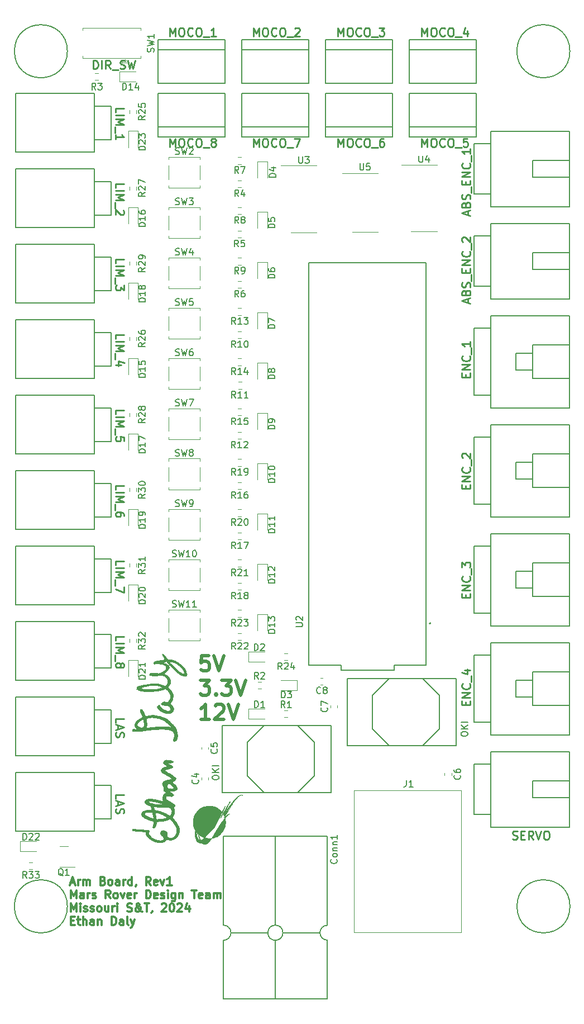
<source format=gbr>
%TF.GenerationSoftware,KiCad,Pcbnew,7.0.7*%
%TF.CreationDate,2023-11-13T00:04:04-06:00*%
%TF.ProjectId,Armboard_Hardware,41726d62-6f61-4726-945f-486172647761,rev?*%
%TF.SameCoordinates,Original*%
%TF.FileFunction,Legend,Top*%
%TF.FilePolarity,Positive*%
%FSLAX46Y46*%
G04 Gerber Fmt 4.6, Leading zero omitted, Abs format (unit mm)*
G04 Created by KiCad (PCBNEW 7.0.7) date 2023-11-13 00:04:04*
%MOMM*%
%LPD*%
G01*
G04 APERTURE LIST*
%ADD10C,0.254000*%
%ADD11C,0.311150*%
%ADD12C,0.508000*%
%ADD13C,0.150000*%
%ADD14C,0.120000*%
%ADD15C,0.010000*%
%ADD16C,0.127000*%
%ADD17C,0.200000*%
G04 APERTURE END LIST*
D10*
X81194631Y-96832247D02*
X81194631Y-96227485D01*
X81194631Y-96227485D02*
X82464631Y-96227485D01*
X81194631Y-97255580D02*
X82464631Y-97255580D01*
X81194631Y-97860342D02*
X82464631Y-97860342D01*
X82464631Y-97860342D02*
X81557488Y-98283676D01*
X81557488Y-98283676D02*
X82464631Y-98707009D01*
X82464631Y-98707009D02*
X81194631Y-98707009D01*
X81073679Y-99009391D02*
X81073679Y-99977010D01*
X82464631Y-100884152D02*
X82464631Y-100279390D01*
X82464631Y-100279390D02*
X81859869Y-100218914D01*
X81859869Y-100218914D02*
X81920346Y-100279390D01*
X81920346Y-100279390D02*
X81980822Y-100400343D01*
X81980822Y-100400343D02*
X81980822Y-100702724D01*
X81980822Y-100702724D02*
X81920346Y-100823676D01*
X81920346Y-100823676D02*
X81859869Y-100884152D01*
X81859869Y-100884152D02*
X81738917Y-100944629D01*
X81738917Y-100944629D02*
X81436536Y-100944629D01*
X81436536Y-100944629D02*
X81315584Y-100884152D01*
X81315584Y-100884152D02*
X81255108Y-100823676D01*
X81255108Y-100823676D02*
X81194631Y-100702724D01*
X81194631Y-100702724D02*
X81194631Y-100400343D01*
X81194631Y-100400343D02*
X81255108Y-100279390D01*
X81255108Y-100279390D02*
X81315584Y-100218914D01*
X134294130Y-124625514D02*
X134294130Y-124202180D01*
X134959368Y-124020752D02*
X134959368Y-124625514D01*
X134959368Y-124625514D02*
X133689368Y-124625514D01*
X133689368Y-124625514D02*
X133689368Y-124020752D01*
X134959368Y-123476466D02*
X133689368Y-123476466D01*
X133689368Y-123476466D02*
X134959368Y-122750751D01*
X134959368Y-122750751D02*
X133689368Y-122750751D01*
X134838415Y-121420275D02*
X134898892Y-121480751D01*
X134898892Y-121480751D02*
X134959368Y-121662180D01*
X134959368Y-121662180D02*
X134959368Y-121783132D01*
X134959368Y-121783132D02*
X134898892Y-121964561D01*
X134898892Y-121964561D02*
X134777939Y-122085513D01*
X134777939Y-122085513D02*
X134656987Y-122145990D01*
X134656987Y-122145990D02*
X134415082Y-122206466D01*
X134415082Y-122206466D02*
X134233653Y-122206466D01*
X134233653Y-122206466D02*
X133991749Y-122145990D01*
X133991749Y-122145990D02*
X133870796Y-122085513D01*
X133870796Y-122085513D02*
X133749844Y-121964561D01*
X133749844Y-121964561D02*
X133689368Y-121783132D01*
X133689368Y-121783132D02*
X133689368Y-121662180D01*
X133689368Y-121662180D02*
X133749844Y-121480751D01*
X133749844Y-121480751D02*
X133810320Y-121420275D01*
X135080320Y-121178371D02*
X135080320Y-120210751D01*
X133689368Y-120029323D02*
X133689368Y-119243132D01*
X133689368Y-119243132D02*
X134173177Y-119666466D01*
X134173177Y-119666466D02*
X134173177Y-119485037D01*
X134173177Y-119485037D02*
X134233653Y-119364085D01*
X134233653Y-119364085D02*
X134294130Y-119303609D01*
X134294130Y-119303609D02*
X134415082Y-119243132D01*
X134415082Y-119243132D02*
X134717463Y-119243132D01*
X134717463Y-119243132D02*
X134838415Y-119303609D01*
X134838415Y-119303609D02*
X134898892Y-119364085D01*
X134898892Y-119364085D02*
X134959368Y-119485037D01*
X134959368Y-119485037D02*
X134959368Y-119847894D01*
X134959368Y-119847894D02*
X134898892Y-119968847D01*
X134898892Y-119968847D02*
X134838415Y-120029323D01*
X114896485Y-39582368D02*
X114896485Y-38312368D01*
X114896485Y-38312368D02*
X115319819Y-39219511D01*
X115319819Y-39219511D02*
X115743152Y-38312368D01*
X115743152Y-38312368D02*
X115743152Y-39582368D01*
X116589819Y-38312368D02*
X116831724Y-38312368D01*
X116831724Y-38312368D02*
X116952676Y-38372844D01*
X116952676Y-38372844D02*
X117073629Y-38493796D01*
X117073629Y-38493796D02*
X117134105Y-38735701D01*
X117134105Y-38735701D02*
X117134105Y-39159034D01*
X117134105Y-39159034D02*
X117073629Y-39400939D01*
X117073629Y-39400939D02*
X116952676Y-39521892D01*
X116952676Y-39521892D02*
X116831724Y-39582368D01*
X116831724Y-39582368D02*
X116589819Y-39582368D01*
X116589819Y-39582368D02*
X116468867Y-39521892D01*
X116468867Y-39521892D02*
X116347914Y-39400939D01*
X116347914Y-39400939D02*
X116287438Y-39159034D01*
X116287438Y-39159034D02*
X116287438Y-38735701D01*
X116287438Y-38735701D02*
X116347914Y-38493796D01*
X116347914Y-38493796D02*
X116468867Y-38372844D01*
X116468867Y-38372844D02*
X116589819Y-38312368D01*
X118404105Y-39461415D02*
X118343629Y-39521892D01*
X118343629Y-39521892D02*
X118162200Y-39582368D01*
X118162200Y-39582368D02*
X118041248Y-39582368D01*
X118041248Y-39582368D02*
X117859819Y-39521892D01*
X117859819Y-39521892D02*
X117738867Y-39400939D01*
X117738867Y-39400939D02*
X117678390Y-39279987D01*
X117678390Y-39279987D02*
X117617914Y-39038082D01*
X117617914Y-39038082D02*
X117617914Y-38856653D01*
X117617914Y-38856653D02*
X117678390Y-38614749D01*
X117678390Y-38614749D02*
X117738867Y-38493796D01*
X117738867Y-38493796D02*
X117859819Y-38372844D01*
X117859819Y-38372844D02*
X118041248Y-38312368D01*
X118041248Y-38312368D02*
X118162200Y-38312368D01*
X118162200Y-38312368D02*
X118343629Y-38372844D01*
X118343629Y-38372844D02*
X118404105Y-38433320D01*
X119190295Y-38312368D02*
X119432200Y-38312368D01*
X119432200Y-38312368D02*
X119553152Y-38372844D01*
X119553152Y-38372844D02*
X119674105Y-38493796D01*
X119674105Y-38493796D02*
X119734581Y-38735701D01*
X119734581Y-38735701D02*
X119734581Y-39159034D01*
X119734581Y-39159034D02*
X119674105Y-39400939D01*
X119674105Y-39400939D02*
X119553152Y-39521892D01*
X119553152Y-39521892D02*
X119432200Y-39582368D01*
X119432200Y-39582368D02*
X119190295Y-39582368D01*
X119190295Y-39582368D02*
X119069343Y-39521892D01*
X119069343Y-39521892D02*
X118948390Y-39400939D01*
X118948390Y-39400939D02*
X118887914Y-39159034D01*
X118887914Y-39159034D02*
X118887914Y-38735701D01*
X118887914Y-38735701D02*
X118948390Y-38493796D01*
X118948390Y-38493796D02*
X119069343Y-38372844D01*
X119069343Y-38372844D02*
X119190295Y-38312368D01*
X119976486Y-39703320D02*
X120944105Y-39703320D01*
X121125533Y-38312368D02*
X121911724Y-38312368D01*
X121911724Y-38312368D02*
X121488390Y-38796177D01*
X121488390Y-38796177D02*
X121669819Y-38796177D01*
X121669819Y-38796177D02*
X121790771Y-38856653D01*
X121790771Y-38856653D02*
X121851247Y-38917130D01*
X121851247Y-38917130D02*
X121911724Y-39038082D01*
X121911724Y-39038082D02*
X121911724Y-39340463D01*
X121911724Y-39340463D02*
X121851247Y-39461415D01*
X121851247Y-39461415D02*
X121790771Y-39521892D01*
X121790771Y-39521892D02*
X121669819Y-39582368D01*
X121669819Y-39582368D02*
X121306962Y-39582368D01*
X121306962Y-39582368D02*
X121186009Y-39521892D01*
X121186009Y-39521892D02*
X121125533Y-39461415D01*
X127596485Y-39582368D02*
X127596485Y-38312368D01*
X127596485Y-38312368D02*
X128019819Y-39219511D01*
X128019819Y-39219511D02*
X128443152Y-38312368D01*
X128443152Y-38312368D02*
X128443152Y-39582368D01*
X129289819Y-38312368D02*
X129531724Y-38312368D01*
X129531724Y-38312368D02*
X129652676Y-38372844D01*
X129652676Y-38372844D02*
X129773629Y-38493796D01*
X129773629Y-38493796D02*
X129834105Y-38735701D01*
X129834105Y-38735701D02*
X129834105Y-39159034D01*
X129834105Y-39159034D02*
X129773629Y-39400939D01*
X129773629Y-39400939D02*
X129652676Y-39521892D01*
X129652676Y-39521892D02*
X129531724Y-39582368D01*
X129531724Y-39582368D02*
X129289819Y-39582368D01*
X129289819Y-39582368D02*
X129168867Y-39521892D01*
X129168867Y-39521892D02*
X129047914Y-39400939D01*
X129047914Y-39400939D02*
X128987438Y-39159034D01*
X128987438Y-39159034D02*
X128987438Y-38735701D01*
X128987438Y-38735701D02*
X129047914Y-38493796D01*
X129047914Y-38493796D02*
X129168867Y-38372844D01*
X129168867Y-38372844D02*
X129289819Y-38312368D01*
X131104105Y-39461415D02*
X131043629Y-39521892D01*
X131043629Y-39521892D02*
X130862200Y-39582368D01*
X130862200Y-39582368D02*
X130741248Y-39582368D01*
X130741248Y-39582368D02*
X130559819Y-39521892D01*
X130559819Y-39521892D02*
X130438867Y-39400939D01*
X130438867Y-39400939D02*
X130378390Y-39279987D01*
X130378390Y-39279987D02*
X130317914Y-39038082D01*
X130317914Y-39038082D02*
X130317914Y-38856653D01*
X130317914Y-38856653D02*
X130378390Y-38614749D01*
X130378390Y-38614749D02*
X130438867Y-38493796D01*
X130438867Y-38493796D02*
X130559819Y-38372844D01*
X130559819Y-38372844D02*
X130741248Y-38312368D01*
X130741248Y-38312368D02*
X130862200Y-38312368D01*
X130862200Y-38312368D02*
X131043629Y-38372844D01*
X131043629Y-38372844D02*
X131104105Y-38433320D01*
X131890295Y-38312368D02*
X132132200Y-38312368D01*
X132132200Y-38312368D02*
X132253152Y-38372844D01*
X132253152Y-38372844D02*
X132374105Y-38493796D01*
X132374105Y-38493796D02*
X132434581Y-38735701D01*
X132434581Y-38735701D02*
X132434581Y-39159034D01*
X132434581Y-39159034D02*
X132374105Y-39400939D01*
X132374105Y-39400939D02*
X132253152Y-39521892D01*
X132253152Y-39521892D02*
X132132200Y-39582368D01*
X132132200Y-39582368D02*
X131890295Y-39582368D01*
X131890295Y-39582368D02*
X131769343Y-39521892D01*
X131769343Y-39521892D02*
X131648390Y-39400939D01*
X131648390Y-39400939D02*
X131587914Y-39159034D01*
X131587914Y-39159034D02*
X131587914Y-38735701D01*
X131587914Y-38735701D02*
X131648390Y-38493796D01*
X131648390Y-38493796D02*
X131769343Y-38372844D01*
X131769343Y-38372844D02*
X131890295Y-38312368D01*
X132676486Y-39703320D02*
X133644105Y-39703320D01*
X134490771Y-38735701D02*
X134490771Y-39582368D01*
X134188390Y-38251892D02*
X133886009Y-39159034D01*
X133886009Y-39159034D02*
X134672200Y-39159034D01*
X81194631Y-119692247D02*
X81194631Y-119087485D01*
X81194631Y-119087485D02*
X82464631Y-119087485D01*
X81194631Y-120115580D02*
X82464631Y-120115580D01*
X81194631Y-120720342D02*
X82464631Y-120720342D01*
X82464631Y-120720342D02*
X81557488Y-121143676D01*
X81557488Y-121143676D02*
X82464631Y-121567009D01*
X82464631Y-121567009D02*
X81194631Y-121567009D01*
X81073679Y-121869391D02*
X81073679Y-122837010D01*
X82464631Y-123018438D02*
X82464631Y-123865105D01*
X82464631Y-123865105D02*
X81194631Y-123320819D01*
X102069485Y-56346368D02*
X102069485Y-55076368D01*
X102069485Y-55076368D02*
X102492819Y-55983511D01*
X102492819Y-55983511D02*
X102916152Y-55076368D01*
X102916152Y-55076368D02*
X102916152Y-56346368D01*
X103762819Y-55076368D02*
X104004724Y-55076368D01*
X104004724Y-55076368D02*
X104125676Y-55136844D01*
X104125676Y-55136844D02*
X104246629Y-55257796D01*
X104246629Y-55257796D02*
X104307105Y-55499701D01*
X104307105Y-55499701D02*
X104307105Y-55923034D01*
X104307105Y-55923034D02*
X104246629Y-56164939D01*
X104246629Y-56164939D02*
X104125676Y-56285892D01*
X104125676Y-56285892D02*
X104004724Y-56346368D01*
X104004724Y-56346368D02*
X103762819Y-56346368D01*
X103762819Y-56346368D02*
X103641867Y-56285892D01*
X103641867Y-56285892D02*
X103520914Y-56164939D01*
X103520914Y-56164939D02*
X103460438Y-55923034D01*
X103460438Y-55923034D02*
X103460438Y-55499701D01*
X103460438Y-55499701D02*
X103520914Y-55257796D01*
X103520914Y-55257796D02*
X103641867Y-55136844D01*
X103641867Y-55136844D02*
X103762819Y-55076368D01*
X105577105Y-56225415D02*
X105516629Y-56285892D01*
X105516629Y-56285892D02*
X105335200Y-56346368D01*
X105335200Y-56346368D02*
X105214248Y-56346368D01*
X105214248Y-56346368D02*
X105032819Y-56285892D01*
X105032819Y-56285892D02*
X104911867Y-56164939D01*
X104911867Y-56164939D02*
X104851390Y-56043987D01*
X104851390Y-56043987D02*
X104790914Y-55802082D01*
X104790914Y-55802082D02*
X104790914Y-55620653D01*
X104790914Y-55620653D02*
X104851390Y-55378749D01*
X104851390Y-55378749D02*
X104911867Y-55257796D01*
X104911867Y-55257796D02*
X105032819Y-55136844D01*
X105032819Y-55136844D02*
X105214248Y-55076368D01*
X105214248Y-55076368D02*
X105335200Y-55076368D01*
X105335200Y-55076368D02*
X105516629Y-55136844D01*
X105516629Y-55136844D02*
X105577105Y-55197320D01*
X106363295Y-55076368D02*
X106605200Y-55076368D01*
X106605200Y-55076368D02*
X106726152Y-55136844D01*
X106726152Y-55136844D02*
X106847105Y-55257796D01*
X106847105Y-55257796D02*
X106907581Y-55499701D01*
X106907581Y-55499701D02*
X106907581Y-55923034D01*
X106907581Y-55923034D02*
X106847105Y-56164939D01*
X106847105Y-56164939D02*
X106726152Y-56285892D01*
X106726152Y-56285892D02*
X106605200Y-56346368D01*
X106605200Y-56346368D02*
X106363295Y-56346368D01*
X106363295Y-56346368D02*
X106242343Y-56285892D01*
X106242343Y-56285892D02*
X106121390Y-56164939D01*
X106121390Y-56164939D02*
X106060914Y-55923034D01*
X106060914Y-55923034D02*
X106060914Y-55499701D01*
X106060914Y-55499701D02*
X106121390Y-55257796D01*
X106121390Y-55257796D02*
X106242343Y-55136844D01*
X106242343Y-55136844D02*
X106363295Y-55076368D01*
X107149486Y-56467320D02*
X108117105Y-56467320D01*
X108298533Y-55076368D02*
X109145200Y-55076368D01*
X109145200Y-55076368D02*
X108600914Y-56346368D01*
X81194631Y-155125247D02*
X81194631Y-154520485D01*
X81194631Y-154520485D02*
X82464631Y-154520485D01*
X81557488Y-155488104D02*
X81557488Y-156092866D01*
X81194631Y-155367152D02*
X82464631Y-155790485D01*
X82464631Y-155790485D02*
X81194631Y-156213819D01*
X81255108Y-156576675D02*
X81194631Y-156758104D01*
X81194631Y-156758104D02*
X81194631Y-157060485D01*
X81194631Y-157060485D02*
X81255108Y-157181437D01*
X81255108Y-157181437D02*
X81315584Y-157241913D01*
X81315584Y-157241913D02*
X81436536Y-157302390D01*
X81436536Y-157302390D02*
X81557488Y-157302390D01*
X81557488Y-157302390D02*
X81678441Y-157241913D01*
X81678441Y-157241913D02*
X81738917Y-157181437D01*
X81738917Y-157181437D02*
X81799393Y-157060485D01*
X81799393Y-157060485D02*
X81859869Y-156818580D01*
X81859869Y-156818580D02*
X81920346Y-156697628D01*
X81920346Y-156697628D02*
X81980822Y-156637151D01*
X81980822Y-156637151D02*
X82101774Y-156576675D01*
X82101774Y-156576675D02*
X82222727Y-156576675D01*
X82222727Y-156576675D02*
X82343679Y-156637151D01*
X82343679Y-156637151D02*
X82404155Y-156697628D01*
X82404155Y-156697628D02*
X82464631Y-156818580D01*
X82464631Y-156818580D02*
X82464631Y-157120961D01*
X82464631Y-157120961D02*
X82404155Y-157302390D01*
D11*
X74355769Y-167835486D02*
X74948436Y-167835486D01*
X74237236Y-168191086D02*
X74652103Y-166946486D01*
X74652103Y-166946486D02*
X75066969Y-168191086D01*
X75481836Y-168191086D02*
X75481836Y-167361353D01*
X75481836Y-167598420D02*
X75541103Y-167479886D01*
X75541103Y-167479886D02*
X75600369Y-167420620D01*
X75600369Y-167420620D02*
X75718903Y-167361353D01*
X75718903Y-167361353D02*
X75837436Y-167361353D01*
X76252303Y-168191086D02*
X76252303Y-167361353D01*
X76252303Y-167479886D02*
X76311570Y-167420620D01*
X76311570Y-167420620D02*
X76430103Y-167361353D01*
X76430103Y-167361353D02*
X76607903Y-167361353D01*
X76607903Y-167361353D02*
X76726436Y-167420620D01*
X76726436Y-167420620D02*
X76785703Y-167539153D01*
X76785703Y-167539153D02*
X76785703Y-168191086D01*
X76785703Y-167539153D02*
X76844970Y-167420620D01*
X76844970Y-167420620D02*
X76963503Y-167361353D01*
X76963503Y-167361353D02*
X77141303Y-167361353D01*
X77141303Y-167361353D02*
X77259836Y-167420620D01*
X77259836Y-167420620D02*
X77319103Y-167539153D01*
X77319103Y-167539153D02*
X77319103Y-168191086D01*
X79274904Y-167539153D02*
X79452704Y-167598420D01*
X79452704Y-167598420D02*
X79511970Y-167657686D01*
X79511970Y-167657686D02*
X79571237Y-167776220D01*
X79571237Y-167776220D02*
X79571237Y-167954020D01*
X79571237Y-167954020D02*
X79511970Y-168072553D01*
X79511970Y-168072553D02*
X79452704Y-168131820D01*
X79452704Y-168131820D02*
X79334170Y-168191086D01*
X79334170Y-168191086D02*
X78860037Y-168191086D01*
X78860037Y-168191086D02*
X78860037Y-166946486D01*
X78860037Y-166946486D02*
X79274904Y-166946486D01*
X79274904Y-166946486D02*
X79393437Y-167005753D01*
X79393437Y-167005753D02*
X79452704Y-167065020D01*
X79452704Y-167065020D02*
X79511970Y-167183553D01*
X79511970Y-167183553D02*
X79511970Y-167302086D01*
X79511970Y-167302086D02*
X79452704Y-167420620D01*
X79452704Y-167420620D02*
X79393437Y-167479886D01*
X79393437Y-167479886D02*
X79274904Y-167539153D01*
X79274904Y-167539153D02*
X78860037Y-167539153D01*
X80282437Y-168191086D02*
X80163904Y-168131820D01*
X80163904Y-168131820D02*
X80104637Y-168072553D01*
X80104637Y-168072553D02*
X80045370Y-167954020D01*
X80045370Y-167954020D02*
X80045370Y-167598420D01*
X80045370Y-167598420D02*
X80104637Y-167479886D01*
X80104637Y-167479886D02*
X80163904Y-167420620D01*
X80163904Y-167420620D02*
X80282437Y-167361353D01*
X80282437Y-167361353D02*
X80460237Y-167361353D01*
X80460237Y-167361353D02*
X80578770Y-167420620D01*
X80578770Y-167420620D02*
X80638037Y-167479886D01*
X80638037Y-167479886D02*
X80697304Y-167598420D01*
X80697304Y-167598420D02*
X80697304Y-167954020D01*
X80697304Y-167954020D02*
X80638037Y-168072553D01*
X80638037Y-168072553D02*
X80578770Y-168131820D01*
X80578770Y-168131820D02*
X80460237Y-168191086D01*
X80460237Y-168191086D02*
X80282437Y-168191086D01*
X81764104Y-168191086D02*
X81764104Y-167539153D01*
X81764104Y-167539153D02*
X81704837Y-167420620D01*
X81704837Y-167420620D02*
X81586304Y-167361353D01*
X81586304Y-167361353D02*
X81349237Y-167361353D01*
X81349237Y-167361353D02*
X81230704Y-167420620D01*
X81764104Y-168131820D02*
X81645571Y-168191086D01*
X81645571Y-168191086D02*
X81349237Y-168191086D01*
X81349237Y-168191086D02*
X81230704Y-168131820D01*
X81230704Y-168131820D02*
X81171437Y-168013286D01*
X81171437Y-168013286D02*
X81171437Y-167894753D01*
X81171437Y-167894753D02*
X81230704Y-167776220D01*
X81230704Y-167776220D02*
X81349237Y-167716953D01*
X81349237Y-167716953D02*
X81645571Y-167716953D01*
X81645571Y-167716953D02*
X81764104Y-167657686D01*
X82356771Y-168191086D02*
X82356771Y-167361353D01*
X82356771Y-167598420D02*
X82416038Y-167479886D01*
X82416038Y-167479886D02*
X82475304Y-167420620D01*
X82475304Y-167420620D02*
X82593838Y-167361353D01*
X82593838Y-167361353D02*
X82712371Y-167361353D01*
X83660638Y-168191086D02*
X83660638Y-166946486D01*
X83660638Y-168131820D02*
X83542105Y-168191086D01*
X83542105Y-168191086D02*
X83305038Y-168191086D01*
X83305038Y-168191086D02*
X83186505Y-168131820D01*
X83186505Y-168131820D02*
X83127238Y-168072553D01*
X83127238Y-168072553D02*
X83067971Y-167954020D01*
X83067971Y-167954020D02*
X83067971Y-167598420D01*
X83067971Y-167598420D02*
X83127238Y-167479886D01*
X83127238Y-167479886D02*
X83186505Y-167420620D01*
X83186505Y-167420620D02*
X83305038Y-167361353D01*
X83305038Y-167361353D02*
X83542105Y-167361353D01*
X83542105Y-167361353D02*
X83660638Y-167420620D01*
X84312572Y-168131820D02*
X84312572Y-168191086D01*
X84312572Y-168191086D02*
X84253305Y-168309620D01*
X84253305Y-168309620D02*
X84194038Y-168368886D01*
X86505439Y-168191086D02*
X86090572Y-167598420D01*
X85794239Y-168191086D02*
X85794239Y-166946486D01*
X85794239Y-166946486D02*
X86268372Y-166946486D01*
X86268372Y-166946486D02*
X86386906Y-167005753D01*
X86386906Y-167005753D02*
X86446172Y-167065020D01*
X86446172Y-167065020D02*
X86505439Y-167183553D01*
X86505439Y-167183553D02*
X86505439Y-167361353D01*
X86505439Y-167361353D02*
X86446172Y-167479886D01*
X86446172Y-167479886D02*
X86386906Y-167539153D01*
X86386906Y-167539153D02*
X86268372Y-167598420D01*
X86268372Y-167598420D02*
X85794239Y-167598420D01*
X87512972Y-168131820D02*
X87394439Y-168191086D01*
X87394439Y-168191086D02*
X87157372Y-168191086D01*
X87157372Y-168191086D02*
X87038839Y-168131820D01*
X87038839Y-168131820D02*
X86979572Y-168013286D01*
X86979572Y-168013286D02*
X86979572Y-167539153D01*
X86979572Y-167539153D02*
X87038839Y-167420620D01*
X87038839Y-167420620D02*
X87157372Y-167361353D01*
X87157372Y-167361353D02*
X87394439Y-167361353D01*
X87394439Y-167361353D02*
X87512972Y-167420620D01*
X87512972Y-167420620D02*
X87572239Y-167539153D01*
X87572239Y-167539153D02*
X87572239Y-167657686D01*
X87572239Y-167657686D02*
X86979572Y-167776220D01*
X87987106Y-167361353D02*
X88283439Y-168191086D01*
X88283439Y-168191086D02*
X88579772Y-167361353D01*
X89705839Y-168191086D02*
X88994639Y-168191086D01*
X89350239Y-168191086D02*
X89350239Y-166946486D01*
X89350239Y-166946486D02*
X89231706Y-167124286D01*
X89231706Y-167124286D02*
X89113173Y-167242820D01*
X89113173Y-167242820D02*
X88994639Y-167302086D01*
X74415036Y-170194892D02*
X74415036Y-168950292D01*
X74415036Y-168950292D02*
X74829903Y-169839292D01*
X74829903Y-169839292D02*
X75244769Y-168950292D01*
X75244769Y-168950292D02*
X75244769Y-170194892D01*
X76370836Y-170194892D02*
X76370836Y-169542959D01*
X76370836Y-169542959D02*
X76311569Y-169424426D01*
X76311569Y-169424426D02*
X76193036Y-169365159D01*
X76193036Y-169365159D02*
X75955969Y-169365159D01*
X75955969Y-169365159D02*
X75837436Y-169424426D01*
X76370836Y-170135626D02*
X76252303Y-170194892D01*
X76252303Y-170194892D02*
X75955969Y-170194892D01*
X75955969Y-170194892D02*
X75837436Y-170135626D01*
X75837436Y-170135626D02*
X75778169Y-170017092D01*
X75778169Y-170017092D02*
X75778169Y-169898559D01*
X75778169Y-169898559D02*
X75837436Y-169780026D01*
X75837436Y-169780026D02*
X75955969Y-169720759D01*
X75955969Y-169720759D02*
X76252303Y-169720759D01*
X76252303Y-169720759D02*
X76370836Y-169661492D01*
X76963503Y-170194892D02*
X76963503Y-169365159D01*
X76963503Y-169602226D02*
X77022770Y-169483692D01*
X77022770Y-169483692D02*
X77082036Y-169424426D01*
X77082036Y-169424426D02*
X77200570Y-169365159D01*
X77200570Y-169365159D02*
X77319103Y-169365159D01*
X77674703Y-170135626D02*
X77793237Y-170194892D01*
X77793237Y-170194892D02*
X78030303Y-170194892D01*
X78030303Y-170194892D02*
X78148837Y-170135626D01*
X78148837Y-170135626D02*
X78208103Y-170017092D01*
X78208103Y-170017092D02*
X78208103Y-169957826D01*
X78208103Y-169957826D02*
X78148837Y-169839292D01*
X78148837Y-169839292D02*
X78030303Y-169780026D01*
X78030303Y-169780026D02*
X77852503Y-169780026D01*
X77852503Y-169780026D02*
X77733970Y-169720759D01*
X77733970Y-169720759D02*
X77674703Y-169602226D01*
X77674703Y-169602226D02*
X77674703Y-169542959D01*
X77674703Y-169542959D02*
X77733970Y-169424426D01*
X77733970Y-169424426D02*
X77852503Y-169365159D01*
X77852503Y-169365159D02*
X78030303Y-169365159D01*
X78030303Y-169365159D02*
X78148837Y-169424426D01*
X80400970Y-170194892D02*
X79986103Y-169602226D01*
X79689770Y-170194892D02*
X79689770Y-168950292D01*
X79689770Y-168950292D02*
X80163903Y-168950292D01*
X80163903Y-168950292D02*
X80282437Y-169009559D01*
X80282437Y-169009559D02*
X80341703Y-169068826D01*
X80341703Y-169068826D02*
X80400970Y-169187359D01*
X80400970Y-169187359D02*
X80400970Y-169365159D01*
X80400970Y-169365159D02*
X80341703Y-169483692D01*
X80341703Y-169483692D02*
X80282437Y-169542959D01*
X80282437Y-169542959D02*
X80163903Y-169602226D01*
X80163903Y-169602226D02*
X79689770Y-169602226D01*
X81112170Y-170194892D02*
X80993637Y-170135626D01*
X80993637Y-170135626D02*
X80934370Y-170076359D01*
X80934370Y-170076359D02*
X80875103Y-169957826D01*
X80875103Y-169957826D02*
X80875103Y-169602226D01*
X80875103Y-169602226D02*
X80934370Y-169483692D01*
X80934370Y-169483692D02*
X80993637Y-169424426D01*
X80993637Y-169424426D02*
X81112170Y-169365159D01*
X81112170Y-169365159D02*
X81289970Y-169365159D01*
X81289970Y-169365159D02*
X81408503Y-169424426D01*
X81408503Y-169424426D02*
X81467770Y-169483692D01*
X81467770Y-169483692D02*
X81527037Y-169602226D01*
X81527037Y-169602226D02*
X81527037Y-169957826D01*
X81527037Y-169957826D02*
X81467770Y-170076359D01*
X81467770Y-170076359D02*
X81408503Y-170135626D01*
X81408503Y-170135626D02*
X81289970Y-170194892D01*
X81289970Y-170194892D02*
X81112170Y-170194892D01*
X81941904Y-169365159D02*
X82238237Y-170194892D01*
X82238237Y-170194892D02*
X82534570Y-169365159D01*
X83482837Y-170135626D02*
X83364304Y-170194892D01*
X83364304Y-170194892D02*
X83127237Y-170194892D01*
X83127237Y-170194892D02*
X83008704Y-170135626D01*
X83008704Y-170135626D02*
X82949437Y-170017092D01*
X82949437Y-170017092D02*
X82949437Y-169542959D01*
X82949437Y-169542959D02*
X83008704Y-169424426D01*
X83008704Y-169424426D02*
X83127237Y-169365159D01*
X83127237Y-169365159D02*
X83364304Y-169365159D01*
X83364304Y-169365159D02*
X83482837Y-169424426D01*
X83482837Y-169424426D02*
X83542104Y-169542959D01*
X83542104Y-169542959D02*
X83542104Y-169661492D01*
X83542104Y-169661492D02*
X82949437Y-169780026D01*
X84075504Y-170194892D02*
X84075504Y-169365159D01*
X84075504Y-169602226D02*
X84134771Y-169483692D01*
X84134771Y-169483692D02*
X84194037Y-169424426D01*
X84194037Y-169424426D02*
X84312571Y-169365159D01*
X84312571Y-169365159D02*
X84431104Y-169365159D01*
X85794238Y-170194892D02*
X85794238Y-168950292D01*
X85794238Y-168950292D02*
X86090571Y-168950292D01*
X86090571Y-168950292D02*
X86268371Y-169009559D01*
X86268371Y-169009559D02*
X86386905Y-169128092D01*
X86386905Y-169128092D02*
X86446171Y-169246626D01*
X86446171Y-169246626D02*
X86505438Y-169483692D01*
X86505438Y-169483692D02*
X86505438Y-169661492D01*
X86505438Y-169661492D02*
X86446171Y-169898559D01*
X86446171Y-169898559D02*
X86386905Y-170017092D01*
X86386905Y-170017092D02*
X86268371Y-170135626D01*
X86268371Y-170135626D02*
X86090571Y-170194892D01*
X86090571Y-170194892D02*
X85794238Y-170194892D01*
X87512971Y-170135626D02*
X87394438Y-170194892D01*
X87394438Y-170194892D02*
X87157371Y-170194892D01*
X87157371Y-170194892D02*
X87038838Y-170135626D01*
X87038838Y-170135626D02*
X86979571Y-170017092D01*
X86979571Y-170017092D02*
X86979571Y-169542959D01*
X86979571Y-169542959D02*
X87038838Y-169424426D01*
X87038838Y-169424426D02*
X87157371Y-169365159D01*
X87157371Y-169365159D02*
X87394438Y-169365159D01*
X87394438Y-169365159D02*
X87512971Y-169424426D01*
X87512971Y-169424426D02*
X87572238Y-169542959D01*
X87572238Y-169542959D02*
X87572238Y-169661492D01*
X87572238Y-169661492D02*
X86979571Y-169780026D01*
X88046371Y-170135626D02*
X88164905Y-170194892D01*
X88164905Y-170194892D02*
X88401971Y-170194892D01*
X88401971Y-170194892D02*
X88520505Y-170135626D01*
X88520505Y-170135626D02*
X88579771Y-170017092D01*
X88579771Y-170017092D02*
X88579771Y-169957826D01*
X88579771Y-169957826D02*
X88520505Y-169839292D01*
X88520505Y-169839292D02*
X88401971Y-169780026D01*
X88401971Y-169780026D02*
X88224171Y-169780026D01*
X88224171Y-169780026D02*
X88105638Y-169720759D01*
X88105638Y-169720759D02*
X88046371Y-169602226D01*
X88046371Y-169602226D02*
X88046371Y-169542959D01*
X88046371Y-169542959D02*
X88105638Y-169424426D01*
X88105638Y-169424426D02*
X88224171Y-169365159D01*
X88224171Y-169365159D02*
X88401971Y-169365159D01*
X88401971Y-169365159D02*
X88520505Y-169424426D01*
X89113171Y-170194892D02*
X89113171Y-169365159D01*
X89113171Y-168950292D02*
X89053904Y-169009559D01*
X89053904Y-169009559D02*
X89113171Y-169068826D01*
X89113171Y-169068826D02*
X89172438Y-169009559D01*
X89172438Y-169009559D02*
X89113171Y-168950292D01*
X89113171Y-168950292D02*
X89113171Y-169068826D01*
X90239238Y-169365159D02*
X90239238Y-170372692D01*
X90239238Y-170372692D02*
X90179971Y-170491226D01*
X90179971Y-170491226D02*
X90120705Y-170550492D01*
X90120705Y-170550492D02*
X90002171Y-170609759D01*
X90002171Y-170609759D02*
X89824371Y-170609759D01*
X89824371Y-170609759D02*
X89705838Y-170550492D01*
X90239238Y-170135626D02*
X90120705Y-170194892D01*
X90120705Y-170194892D02*
X89883638Y-170194892D01*
X89883638Y-170194892D02*
X89765105Y-170135626D01*
X89765105Y-170135626D02*
X89705838Y-170076359D01*
X89705838Y-170076359D02*
X89646571Y-169957826D01*
X89646571Y-169957826D02*
X89646571Y-169602226D01*
X89646571Y-169602226D02*
X89705838Y-169483692D01*
X89705838Y-169483692D02*
X89765105Y-169424426D01*
X89765105Y-169424426D02*
X89883638Y-169365159D01*
X89883638Y-169365159D02*
X90120705Y-169365159D01*
X90120705Y-169365159D02*
X90239238Y-169424426D01*
X90831905Y-169365159D02*
X90831905Y-170194892D01*
X90831905Y-169483692D02*
X90891172Y-169424426D01*
X90891172Y-169424426D02*
X91009705Y-169365159D01*
X91009705Y-169365159D02*
X91187505Y-169365159D01*
X91187505Y-169365159D02*
X91306038Y-169424426D01*
X91306038Y-169424426D02*
X91365305Y-169542959D01*
X91365305Y-169542959D02*
X91365305Y-170194892D01*
X92728439Y-168950292D02*
X93439639Y-168950292D01*
X93084039Y-170194892D02*
X93084039Y-168950292D01*
X94328639Y-170135626D02*
X94210106Y-170194892D01*
X94210106Y-170194892D02*
X93973039Y-170194892D01*
X93973039Y-170194892D02*
X93854506Y-170135626D01*
X93854506Y-170135626D02*
X93795239Y-170017092D01*
X93795239Y-170017092D02*
X93795239Y-169542959D01*
X93795239Y-169542959D02*
X93854506Y-169424426D01*
X93854506Y-169424426D02*
X93973039Y-169365159D01*
X93973039Y-169365159D02*
X94210106Y-169365159D01*
X94210106Y-169365159D02*
X94328639Y-169424426D01*
X94328639Y-169424426D02*
X94387906Y-169542959D01*
X94387906Y-169542959D02*
X94387906Y-169661492D01*
X94387906Y-169661492D02*
X93795239Y-169780026D01*
X95454706Y-170194892D02*
X95454706Y-169542959D01*
X95454706Y-169542959D02*
X95395439Y-169424426D01*
X95395439Y-169424426D02*
X95276906Y-169365159D01*
X95276906Y-169365159D02*
X95039839Y-169365159D01*
X95039839Y-169365159D02*
X94921306Y-169424426D01*
X95454706Y-170135626D02*
X95336173Y-170194892D01*
X95336173Y-170194892D02*
X95039839Y-170194892D01*
X95039839Y-170194892D02*
X94921306Y-170135626D01*
X94921306Y-170135626D02*
X94862039Y-170017092D01*
X94862039Y-170017092D02*
X94862039Y-169898559D01*
X94862039Y-169898559D02*
X94921306Y-169780026D01*
X94921306Y-169780026D02*
X95039839Y-169720759D01*
X95039839Y-169720759D02*
X95336173Y-169720759D01*
X95336173Y-169720759D02*
X95454706Y-169661492D01*
X96047373Y-170194892D02*
X96047373Y-169365159D01*
X96047373Y-169483692D02*
X96106640Y-169424426D01*
X96106640Y-169424426D02*
X96225173Y-169365159D01*
X96225173Y-169365159D02*
X96402973Y-169365159D01*
X96402973Y-169365159D02*
X96521506Y-169424426D01*
X96521506Y-169424426D02*
X96580773Y-169542959D01*
X96580773Y-169542959D02*
X96580773Y-170194892D01*
X96580773Y-169542959D02*
X96640040Y-169424426D01*
X96640040Y-169424426D02*
X96758573Y-169365159D01*
X96758573Y-169365159D02*
X96936373Y-169365159D01*
X96936373Y-169365159D02*
X97054906Y-169424426D01*
X97054906Y-169424426D02*
X97114173Y-169542959D01*
X97114173Y-169542959D02*
X97114173Y-170194892D01*
X74415036Y-172198698D02*
X74415036Y-170954098D01*
X74415036Y-170954098D02*
X74829903Y-171843098D01*
X74829903Y-171843098D02*
X75244769Y-170954098D01*
X75244769Y-170954098D02*
X75244769Y-172198698D01*
X75837436Y-172198698D02*
X75837436Y-171368965D01*
X75837436Y-170954098D02*
X75778169Y-171013365D01*
X75778169Y-171013365D02*
X75837436Y-171072632D01*
X75837436Y-171072632D02*
X75896703Y-171013365D01*
X75896703Y-171013365D02*
X75837436Y-170954098D01*
X75837436Y-170954098D02*
X75837436Y-171072632D01*
X76370836Y-172139432D02*
X76489370Y-172198698D01*
X76489370Y-172198698D02*
X76726436Y-172198698D01*
X76726436Y-172198698D02*
X76844970Y-172139432D01*
X76844970Y-172139432D02*
X76904236Y-172020898D01*
X76904236Y-172020898D02*
X76904236Y-171961632D01*
X76904236Y-171961632D02*
X76844970Y-171843098D01*
X76844970Y-171843098D02*
X76726436Y-171783832D01*
X76726436Y-171783832D02*
X76548636Y-171783832D01*
X76548636Y-171783832D02*
X76430103Y-171724565D01*
X76430103Y-171724565D02*
X76370836Y-171606032D01*
X76370836Y-171606032D02*
X76370836Y-171546765D01*
X76370836Y-171546765D02*
X76430103Y-171428232D01*
X76430103Y-171428232D02*
X76548636Y-171368965D01*
X76548636Y-171368965D02*
X76726436Y-171368965D01*
X76726436Y-171368965D02*
X76844970Y-171428232D01*
X77378369Y-172139432D02*
X77496903Y-172198698D01*
X77496903Y-172198698D02*
X77733969Y-172198698D01*
X77733969Y-172198698D02*
X77852503Y-172139432D01*
X77852503Y-172139432D02*
X77911769Y-172020898D01*
X77911769Y-172020898D02*
X77911769Y-171961632D01*
X77911769Y-171961632D02*
X77852503Y-171843098D01*
X77852503Y-171843098D02*
X77733969Y-171783832D01*
X77733969Y-171783832D02*
X77556169Y-171783832D01*
X77556169Y-171783832D02*
X77437636Y-171724565D01*
X77437636Y-171724565D02*
X77378369Y-171606032D01*
X77378369Y-171606032D02*
X77378369Y-171546765D01*
X77378369Y-171546765D02*
X77437636Y-171428232D01*
X77437636Y-171428232D02*
X77556169Y-171368965D01*
X77556169Y-171368965D02*
X77733969Y-171368965D01*
X77733969Y-171368965D02*
X77852503Y-171428232D01*
X78622969Y-172198698D02*
X78504436Y-172139432D01*
X78504436Y-172139432D02*
X78445169Y-172080165D01*
X78445169Y-172080165D02*
X78385902Y-171961632D01*
X78385902Y-171961632D02*
X78385902Y-171606032D01*
X78385902Y-171606032D02*
X78445169Y-171487498D01*
X78445169Y-171487498D02*
X78504436Y-171428232D01*
X78504436Y-171428232D02*
X78622969Y-171368965D01*
X78622969Y-171368965D02*
X78800769Y-171368965D01*
X78800769Y-171368965D02*
X78919302Y-171428232D01*
X78919302Y-171428232D02*
X78978569Y-171487498D01*
X78978569Y-171487498D02*
X79037836Y-171606032D01*
X79037836Y-171606032D02*
X79037836Y-171961632D01*
X79037836Y-171961632D02*
X78978569Y-172080165D01*
X78978569Y-172080165D02*
X78919302Y-172139432D01*
X78919302Y-172139432D02*
X78800769Y-172198698D01*
X78800769Y-172198698D02*
X78622969Y-172198698D01*
X80104636Y-171368965D02*
X80104636Y-172198698D01*
X79571236Y-171368965D02*
X79571236Y-172020898D01*
X79571236Y-172020898D02*
X79630503Y-172139432D01*
X79630503Y-172139432D02*
X79749036Y-172198698D01*
X79749036Y-172198698D02*
X79926836Y-172198698D01*
X79926836Y-172198698D02*
X80045369Y-172139432D01*
X80045369Y-172139432D02*
X80104636Y-172080165D01*
X80697303Y-172198698D02*
X80697303Y-171368965D01*
X80697303Y-171606032D02*
X80756570Y-171487498D01*
X80756570Y-171487498D02*
X80815836Y-171428232D01*
X80815836Y-171428232D02*
X80934370Y-171368965D01*
X80934370Y-171368965D02*
X81052903Y-171368965D01*
X81467770Y-172198698D02*
X81467770Y-171368965D01*
X81467770Y-170954098D02*
X81408503Y-171013365D01*
X81408503Y-171013365D02*
X81467770Y-171072632D01*
X81467770Y-171072632D02*
X81527037Y-171013365D01*
X81527037Y-171013365D02*
X81467770Y-170954098D01*
X81467770Y-170954098D02*
X81467770Y-171072632D01*
X82949437Y-172139432D02*
X83127237Y-172198698D01*
X83127237Y-172198698D02*
X83423571Y-172198698D01*
X83423571Y-172198698D02*
X83542104Y-172139432D01*
X83542104Y-172139432D02*
X83601371Y-172080165D01*
X83601371Y-172080165D02*
X83660637Y-171961632D01*
X83660637Y-171961632D02*
X83660637Y-171843098D01*
X83660637Y-171843098D02*
X83601371Y-171724565D01*
X83601371Y-171724565D02*
X83542104Y-171665298D01*
X83542104Y-171665298D02*
X83423571Y-171606032D01*
X83423571Y-171606032D02*
X83186504Y-171546765D01*
X83186504Y-171546765D02*
X83067971Y-171487498D01*
X83067971Y-171487498D02*
X83008704Y-171428232D01*
X83008704Y-171428232D02*
X82949437Y-171309698D01*
X82949437Y-171309698D02*
X82949437Y-171191165D01*
X82949437Y-171191165D02*
X83008704Y-171072632D01*
X83008704Y-171072632D02*
X83067971Y-171013365D01*
X83067971Y-171013365D02*
X83186504Y-170954098D01*
X83186504Y-170954098D02*
X83482837Y-170954098D01*
X83482837Y-170954098D02*
X83660637Y-171013365D01*
X85201570Y-172198698D02*
X85142304Y-172198698D01*
X85142304Y-172198698D02*
X85023770Y-172139432D01*
X85023770Y-172139432D02*
X84845970Y-171961632D01*
X84845970Y-171961632D02*
X84549637Y-171606032D01*
X84549637Y-171606032D02*
X84431104Y-171428232D01*
X84431104Y-171428232D02*
X84371837Y-171250432D01*
X84371837Y-171250432D02*
X84371837Y-171131898D01*
X84371837Y-171131898D02*
X84431104Y-171013365D01*
X84431104Y-171013365D02*
X84549637Y-170954098D01*
X84549637Y-170954098D02*
X84608904Y-170954098D01*
X84608904Y-170954098D02*
X84727437Y-171013365D01*
X84727437Y-171013365D02*
X84786704Y-171131898D01*
X84786704Y-171131898D02*
X84786704Y-171191165D01*
X84786704Y-171191165D02*
X84727437Y-171309698D01*
X84727437Y-171309698D02*
X84668170Y-171368965D01*
X84668170Y-171368965D02*
X84312570Y-171606032D01*
X84312570Y-171606032D02*
X84253304Y-171665298D01*
X84253304Y-171665298D02*
X84194037Y-171783832D01*
X84194037Y-171783832D02*
X84194037Y-171961632D01*
X84194037Y-171961632D02*
X84253304Y-172080165D01*
X84253304Y-172080165D02*
X84312570Y-172139432D01*
X84312570Y-172139432D02*
X84431104Y-172198698D01*
X84431104Y-172198698D02*
X84608904Y-172198698D01*
X84608904Y-172198698D02*
X84727437Y-172139432D01*
X84727437Y-172139432D02*
X84786704Y-172080165D01*
X84786704Y-172080165D02*
X84964504Y-171843098D01*
X84964504Y-171843098D02*
X85023770Y-171665298D01*
X85023770Y-171665298D02*
X85023770Y-171546765D01*
X85557170Y-170954098D02*
X86268370Y-170954098D01*
X85912770Y-172198698D02*
X85912770Y-170954098D01*
X86742504Y-172139432D02*
X86742504Y-172198698D01*
X86742504Y-172198698D02*
X86683237Y-172317232D01*
X86683237Y-172317232D02*
X86623970Y-172376498D01*
X88164904Y-171072632D02*
X88224171Y-171013365D01*
X88224171Y-171013365D02*
X88342704Y-170954098D01*
X88342704Y-170954098D02*
X88639038Y-170954098D01*
X88639038Y-170954098D02*
X88757571Y-171013365D01*
X88757571Y-171013365D02*
X88816838Y-171072632D01*
X88816838Y-171072632D02*
X88876104Y-171191165D01*
X88876104Y-171191165D02*
X88876104Y-171309698D01*
X88876104Y-171309698D02*
X88816838Y-171487498D01*
X88816838Y-171487498D02*
X88105638Y-172198698D01*
X88105638Y-172198698D02*
X88876104Y-172198698D01*
X89646571Y-170954098D02*
X89765104Y-170954098D01*
X89765104Y-170954098D02*
X89883637Y-171013365D01*
X89883637Y-171013365D02*
X89942904Y-171072632D01*
X89942904Y-171072632D02*
X90002171Y-171191165D01*
X90002171Y-171191165D02*
X90061437Y-171428232D01*
X90061437Y-171428232D02*
X90061437Y-171724565D01*
X90061437Y-171724565D02*
X90002171Y-171961632D01*
X90002171Y-171961632D02*
X89942904Y-172080165D01*
X89942904Y-172080165D02*
X89883637Y-172139432D01*
X89883637Y-172139432D02*
X89765104Y-172198698D01*
X89765104Y-172198698D02*
X89646571Y-172198698D01*
X89646571Y-172198698D02*
X89528037Y-172139432D01*
X89528037Y-172139432D02*
X89468771Y-172080165D01*
X89468771Y-172080165D02*
X89409504Y-171961632D01*
X89409504Y-171961632D02*
X89350237Y-171724565D01*
X89350237Y-171724565D02*
X89350237Y-171428232D01*
X89350237Y-171428232D02*
X89409504Y-171191165D01*
X89409504Y-171191165D02*
X89468771Y-171072632D01*
X89468771Y-171072632D02*
X89528037Y-171013365D01*
X89528037Y-171013365D02*
X89646571Y-170954098D01*
X90535570Y-171072632D02*
X90594837Y-171013365D01*
X90594837Y-171013365D02*
X90713370Y-170954098D01*
X90713370Y-170954098D02*
X91009704Y-170954098D01*
X91009704Y-170954098D02*
X91128237Y-171013365D01*
X91128237Y-171013365D02*
X91187504Y-171072632D01*
X91187504Y-171072632D02*
X91246770Y-171191165D01*
X91246770Y-171191165D02*
X91246770Y-171309698D01*
X91246770Y-171309698D02*
X91187504Y-171487498D01*
X91187504Y-171487498D02*
X90476304Y-172198698D01*
X90476304Y-172198698D02*
X91246770Y-172198698D01*
X92313570Y-171368965D02*
X92313570Y-172198698D01*
X92017237Y-170894832D02*
X91720903Y-171783832D01*
X91720903Y-171783832D02*
X92491370Y-171783832D01*
X74415036Y-173550571D02*
X74829903Y-173550571D01*
X75007703Y-174202504D02*
X74415036Y-174202504D01*
X74415036Y-174202504D02*
X74415036Y-172957904D01*
X74415036Y-172957904D02*
X75007703Y-172957904D01*
X75363303Y-173372771D02*
X75837436Y-173372771D01*
X75541103Y-172957904D02*
X75541103Y-174024704D01*
X75541103Y-174024704D02*
X75600370Y-174143238D01*
X75600370Y-174143238D02*
X75718903Y-174202504D01*
X75718903Y-174202504D02*
X75837436Y-174202504D01*
X76252303Y-174202504D02*
X76252303Y-172957904D01*
X76785703Y-174202504D02*
X76785703Y-173550571D01*
X76785703Y-173550571D02*
X76726436Y-173432038D01*
X76726436Y-173432038D02*
X76607903Y-173372771D01*
X76607903Y-173372771D02*
X76430103Y-173372771D01*
X76430103Y-173372771D02*
X76311570Y-173432038D01*
X76311570Y-173432038D02*
X76252303Y-173491304D01*
X77911770Y-174202504D02*
X77911770Y-173550571D01*
X77911770Y-173550571D02*
X77852503Y-173432038D01*
X77852503Y-173432038D02*
X77733970Y-173372771D01*
X77733970Y-173372771D02*
X77496903Y-173372771D01*
X77496903Y-173372771D02*
X77378370Y-173432038D01*
X77911770Y-174143238D02*
X77793237Y-174202504D01*
X77793237Y-174202504D02*
X77496903Y-174202504D01*
X77496903Y-174202504D02*
X77378370Y-174143238D01*
X77378370Y-174143238D02*
X77319103Y-174024704D01*
X77319103Y-174024704D02*
X77319103Y-173906171D01*
X77319103Y-173906171D02*
X77378370Y-173787638D01*
X77378370Y-173787638D02*
X77496903Y-173728371D01*
X77496903Y-173728371D02*
X77793237Y-173728371D01*
X77793237Y-173728371D02*
X77911770Y-173669104D01*
X78504437Y-173372771D02*
X78504437Y-174202504D01*
X78504437Y-173491304D02*
X78563704Y-173432038D01*
X78563704Y-173432038D02*
X78682237Y-173372771D01*
X78682237Y-173372771D02*
X78860037Y-173372771D01*
X78860037Y-173372771D02*
X78978570Y-173432038D01*
X78978570Y-173432038D02*
X79037837Y-173550571D01*
X79037837Y-173550571D02*
X79037837Y-174202504D01*
X80578771Y-174202504D02*
X80578771Y-172957904D01*
X80578771Y-172957904D02*
X80875104Y-172957904D01*
X80875104Y-172957904D02*
X81052904Y-173017171D01*
X81052904Y-173017171D02*
X81171438Y-173135704D01*
X81171438Y-173135704D02*
X81230704Y-173254238D01*
X81230704Y-173254238D02*
X81289971Y-173491304D01*
X81289971Y-173491304D02*
X81289971Y-173669104D01*
X81289971Y-173669104D02*
X81230704Y-173906171D01*
X81230704Y-173906171D02*
X81171438Y-174024704D01*
X81171438Y-174024704D02*
X81052904Y-174143238D01*
X81052904Y-174143238D02*
X80875104Y-174202504D01*
X80875104Y-174202504D02*
X80578771Y-174202504D01*
X82356771Y-174202504D02*
X82356771Y-173550571D01*
X82356771Y-173550571D02*
X82297504Y-173432038D01*
X82297504Y-173432038D02*
X82178971Y-173372771D01*
X82178971Y-173372771D02*
X81941904Y-173372771D01*
X81941904Y-173372771D02*
X81823371Y-173432038D01*
X82356771Y-174143238D02*
X82238238Y-174202504D01*
X82238238Y-174202504D02*
X81941904Y-174202504D01*
X81941904Y-174202504D02*
X81823371Y-174143238D01*
X81823371Y-174143238D02*
X81764104Y-174024704D01*
X81764104Y-174024704D02*
X81764104Y-173906171D01*
X81764104Y-173906171D02*
X81823371Y-173787638D01*
X81823371Y-173787638D02*
X81941904Y-173728371D01*
X81941904Y-173728371D02*
X82238238Y-173728371D01*
X82238238Y-173728371D02*
X82356771Y-173669104D01*
X83127238Y-174202504D02*
X83008705Y-174143238D01*
X83008705Y-174143238D02*
X82949438Y-174024704D01*
X82949438Y-174024704D02*
X82949438Y-172957904D01*
X83482838Y-173372771D02*
X83779171Y-174202504D01*
X84075504Y-173372771D02*
X83779171Y-174202504D01*
X83779171Y-174202504D02*
X83660638Y-174498838D01*
X83660638Y-174498838D02*
X83601371Y-174558104D01*
X83601371Y-174558104D02*
X83482838Y-174617371D01*
D10*
X81194631Y-131122247D02*
X81194631Y-130517485D01*
X81194631Y-130517485D02*
X82464631Y-130517485D01*
X81194631Y-131545580D02*
X82464631Y-131545580D01*
X81194631Y-132150342D02*
X82464631Y-132150342D01*
X82464631Y-132150342D02*
X81557488Y-132573676D01*
X81557488Y-132573676D02*
X82464631Y-132997009D01*
X82464631Y-132997009D02*
X81194631Y-132997009D01*
X81073679Y-133299391D02*
X81073679Y-134267010D01*
X81920346Y-134750819D02*
X81980822Y-134629867D01*
X81980822Y-134629867D02*
X82041298Y-134569390D01*
X82041298Y-134569390D02*
X82162250Y-134508914D01*
X82162250Y-134508914D02*
X82222727Y-134508914D01*
X82222727Y-134508914D02*
X82343679Y-134569390D01*
X82343679Y-134569390D02*
X82404155Y-134629867D01*
X82404155Y-134629867D02*
X82464631Y-134750819D01*
X82464631Y-134750819D02*
X82464631Y-134992724D01*
X82464631Y-134992724D02*
X82404155Y-135113676D01*
X82404155Y-135113676D02*
X82343679Y-135174152D01*
X82343679Y-135174152D02*
X82222727Y-135234629D01*
X82222727Y-135234629D02*
X82162250Y-135234629D01*
X82162250Y-135234629D02*
X82041298Y-135174152D01*
X82041298Y-135174152D02*
X81980822Y-135113676D01*
X81980822Y-135113676D02*
X81920346Y-134992724D01*
X81920346Y-134992724D02*
X81920346Y-134750819D01*
X81920346Y-134750819D02*
X81859869Y-134629867D01*
X81859869Y-134629867D02*
X81799393Y-134569390D01*
X81799393Y-134569390D02*
X81678441Y-134508914D01*
X81678441Y-134508914D02*
X81436536Y-134508914D01*
X81436536Y-134508914D02*
X81315584Y-134569390D01*
X81315584Y-134569390D02*
X81255108Y-134629867D01*
X81255108Y-134629867D02*
X81194631Y-134750819D01*
X81194631Y-134750819D02*
X81194631Y-134992724D01*
X81194631Y-134992724D02*
X81255108Y-135113676D01*
X81255108Y-135113676D02*
X81315584Y-135174152D01*
X81315584Y-135174152D02*
X81436536Y-135234629D01*
X81436536Y-135234629D02*
X81678441Y-135234629D01*
X81678441Y-135234629D02*
X81799393Y-135174152D01*
X81799393Y-135174152D02*
X81859869Y-135113676D01*
X81859869Y-135113676D02*
X81920346Y-134992724D01*
X127596485Y-56346368D02*
X127596485Y-55076368D01*
X127596485Y-55076368D02*
X128019819Y-55983511D01*
X128019819Y-55983511D02*
X128443152Y-55076368D01*
X128443152Y-55076368D02*
X128443152Y-56346368D01*
X129289819Y-55076368D02*
X129531724Y-55076368D01*
X129531724Y-55076368D02*
X129652676Y-55136844D01*
X129652676Y-55136844D02*
X129773629Y-55257796D01*
X129773629Y-55257796D02*
X129834105Y-55499701D01*
X129834105Y-55499701D02*
X129834105Y-55923034D01*
X129834105Y-55923034D02*
X129773629Y-56164939D01*
X129773629Y-56164939D02*
X129652676Y-56285892D01*
X129652676Y-56285892D02*
X129531724Y-56346368D01*
X129531724Y-56346368D02*
X129289819Y-56346368D01*
X129289819Y-56346368D02*
X129168867Y-56285892D01*
X129168867Y-56285892D02*
X129047914Y-56164939D01*
X129047914Y-56164939D02*
X128987438Y-55923034D01*
X128987438Y-55923034D02*
X128987438Y-55499701D01*
X128987438Y-55499701D02*
X129047914Y-55257796D01*
X129047914Y-55257796D02*
X129168867Y-55136844D01*
X129168867Y-55136844D02*
X129289819Y-55076368D01*
X131104105Y-56225415D02*
X131043629Y-56285892D01*
X131043629Y-56285892D02*
X130862200Y-56346368D01*
X130862200Y-56346368D02*
X130741248Y-56346368D01*
X130741248Y-56346368D02*
X130559819Y-56285892D01*
X130559819Y-56285892D02*
X130438867Y-56164939D01*
X130438867Y-56164939D02*
X130378390Y-56043987D01*
X130378390Y-56043987D02*
X130317914Y-55802082D01*
X130317914Y-55802082D02*
X130317914Y-55620653D01*
X130317914Y-55620653D02*
X130378390Y-55378749D01*
X130378390Y-55378749D02*
X130438867Y-55257796D01*
X130438867Y-55257796D02*
X130559819Y-55136844D01*
X130559819Y-55136844D02*
X130741248Y-55076368D01*
X130741248Y-55076368D02*
X130862200Y-55076368D01*
X130862200Y-55076368D02*
X131043629Y-55136844D01*
X131043629Y-55136844D02*
X131104105Y-55197320D01*
X131890295Y-55076368D02*
X132132200Y-55076368D01*
X132132200Y-55076368D02*
X132253152Y-55136844D01*
X132253152Y-55136844D02*
X132374105Y-55257796D01*
X132374105Y-55257796D02*
X132434581Y-55499701D01*
X132434581Y-55499701D02*
X132434581Y-55923034D01*
X132434581Y-55923034D02*
X132374105Y-56164939D01*
X132374105Y-56164939D02*
X132253152Y-56285892D01*
X132253152Y-56285892D02*
X132132200Y-56346368D01*
X132132200Y-56346368D02*
X131890295Y-56346368D01*
X131890295Y-56346368D02*
X131769343Y-56285892D01*
X131769343Y-56285892D02*
X131648390Y-56164939D01*
X131648390Y-56164939D02*
X131587914Y-55923034D01*
X131587914Y-55923034D02*
X131587914Y-55499701D01*
X131587914Y-55499701D02*
X131648390Y-55257796D01*
X131648390Y-55257796D02*
X131769343Y-55136844D01*
X131769343Y-55136844D02*
X131890295Y-55076368D01*
X132676486Y-56467320D02*
X133644105Y-56467320D01*
X134551247Y-55076368D02*
X133946485Y-55076368D01*
X133946485Y-55076368D02*
X133886009Y-55681130D01*
X133886009Y-55681130D02*
X133946485Y-55620653D01*
X133946485Y-55620653D02*
X134067438Y-55560177D01*
X134067438Y-55560177D02*
X134369819Y-55560177D01*
X134369819Y-55560177D02*
X134490771Y-55620653D01*
X134490771Y-55620653D02*
X134551247Y-55681130D01*
X134551247Y-55681130D02*
X134611724Y-55802082D01*
X134611724Y-55802082D02*
X134611724Y-56104463D01*
X134611724Y-56104463D02*
X134551247Y-56225415D01*
X134551247Y-56225415D02*
X134490771Y-56285892D01*
X134490771Y-56285892D02*
X134369819Y-56346368D01*
X134369819Y-56346368D02*
X134067438Y-56346368D01*
X134067438Y-56346368D02*
X133946485Y-56285892D01*
X133946485Y-56285892D02*
X133886009Y-56225415D01*
D12*
X95312067Y-133429901D02*
X94223495Y-133429901D01*
X94223495Y-133429901D02*
X94114638Y-134518472D01*
X94114638Y-134518472D02*
X94223495Y-134409615D01*
X94223495Y-134409615D02*
X94441210Y-134300758D01*
X94441210Y-134300758D02*
X94985495Y-134300758D01*
X94985495Y-134300758D02*
X95203210Y-134409615D01*
X95203210Y-134409615D02*
X95312067Y-134518472D01*
X95312067Y-134518472D02*
X95420924Y-134736186D01*
X95420924Y-134736186D02*
X95420924Y-135280472D01*
X95420924Y-135280472D02*
X95312067Y-135498186D01*
X95312067Y-135498186D02*
X95203210Y-135607044D01*
X95203210Y-135607044D02*
X94985495Y-135715901D01*
X94985495Y-135715901D02*
X94441210Y-135715901D01*
X94441210Y-135715901D02*
X94223495Y-135607044D01*
X94223495Y-135607044D02*
X94114638Y-135498186D01*
X96074067Y-133429901D02*
X96836067Y-135715901D01*
X96836067Y-135715901D02*
X97598067Y-133429901D01*
X94005781Y-137110361D02*
X95420924Y-137110361D01*
X95420924Y-137110361D02*
X94658924Y-137981218D01*
X94658924Y-137981218D02*
X94985495Y-137981218D01*
X94985495Y-137981218D02*
X95203210Y-138090075D01*
X95203210Y-138090075D02*
X95312067Y-138198932D01*
X95312067Y-138198932D02*
X95420924Y-138416646D01*
X95420924Y-138416646D02*
X95420924Y-138960932D01*
X95420924Y-138960932D02*
X95312067Y-139178646D01*
X95312067Y-139178646D02*
X95203210Y-139287504D01*
X95203210Y-139287504D02*
X94985495Y-139396361D01*
X94985495Y-139396361D02*
X94332352Y-139396361D01*
X94332352Y-139396361D02*
X94114638Y-139287504D01*
X94114638Y-139287504D02*
X94005781Y-139178646D01*
X96400638Y-139178646D02*
X96509495Y-139287504D01*
X96509495Y-139287504D02*
X96400638Y-139396361D01*
X96400638Y-139396361D02*
X96291781Y-139287504D01*
X96291781Y-139287504D02*
X96400638Y-139178646D01*
X96400638Y-139178646D02*
X96400638Y-139396361D01*
X97271495Y-137110361D02*
X98686638Y-137110361D01*
X98686638Y-137110361D02*
X97924638Y-137981218D01*
X97924638Y-137981218D02*
X98251209Y-137981218D01*
X98251209Y-137981218D02*
X98468924Y-138090075D01*
X98468924Y-138090075D02*
X98577781Y-138198932D01*
X98577781Y-138198932D02*
X98686638Y-138416646D01*
X98686638Y-138416646D02*
X98686638Y-138960932D01*
X98686638Y-138960932D02*
X98577781Y-139178646D01*
X98577781Y-139178646D02*
X98468924Y-139287504D01*
X98468924Y-139287504D02*
X98251209Y-139396361D01*
X98251209Y-139396361D02*
X97598066Y-139396361D01*
X97598066Y-139396361D02*
X97380352Y-139287504D01*
X97380352Y-139287504D02*
X97271495Y-139178646D01*
X99339781Y-137110361D02*
X100101781Y-139396361D01*
X100101781Y-139396361D02*
X100863781Y-137110361D01*
X95420924Y-143076821D02*
X94114638Y-143076821D01*
X94767781Y-143076821D02*
X94767781Y-140790821D01*
X94767781Y-140790821D02*
X94550067Y-141117392D01*
X94550067Y-141117392D02*
X94332352Y-141335106D01*
X94332352Y-141335106D02*
X94114638Y-141443964D01*
X96291781Y-141008535D02*
X96400638Y-140899678D01*
X96400638Y-140899678D02*
X96618353Y-140790821D01*
X96618353Y-140790821D02*
X97162638Y-140790821D01*
X97162638Y-140790821D02*
X97380353Y-140899678D01*
X97380353Y-140899678D02*
X97489210Y-141008535D01*
X97489210Y-141008535D02*
X97598067Y-141226249D01*
X97598067Y-141226249D02*
X97598067Y-141443964D01*
X97598067Y-141443964D02*
X97489210Y-141770535D01*
X97489210Y-141770535D02*
X96182924Y-143076821D01*
X96182924Y-143076821D02*
X97598067Y-143076821D01*
X98251210Y-140790821D02*
X99013210Y-143076821D01*
X99013210Y-143076821D02*
X99775210Y-140790821D01*
D10*
X114896485Y-56346368D02*
X114896485Y-55076368D01*
X114896485Y-55076368D02*
X115319819Y-55983511D01*
X115319819Y-55983511D02*
X115743152Y-55076368D01*
X115743152Y-55076368D02*
X115743152Y-56346368D01*
X116589819Y-55076368D02*
X116831724Y-55076368D01*
X116831724Y-55076368D02*
X116952676Y-55136844D01*
X116952676Y-55136844D02*
X117073629Y-55257796D01*
X117073629Y-55257796D02*
X117134105Y-55499701D01*
X117134105Y-55499701D02*
X117134105Y-55923034D01*
X117134105Y-55923034D02*
X117073629Y-56164939D01*
X117073629Y-56164939D02*
X116952676Y-56285892D01*
X116952676Y-56285892D02*
X116831724Y-56346368D01*
X116831724Y-56346368D02*
X116589819Y-56346368D01*
X116589819Y-56346368D02*
X116468867Y-56285892D01*
X116468867Y-56285892D02*
X116347914Y-56164939D01*
X116347914Y-56164939D02*
X116287438Y-55923034D01*
X116287438Y-55923034D02*
X116287438Y-55499701D01*
X116287438Y-55499701D02*
X116347914Y-55257796D01*
X116347914Y-55257796D02*
X116468867Y-55136844D01*
X116468867Y-55136844D02*
X116589819Y-55076368D01*
X118404105Y-56225415D02*
X118343629Y-56285892D01*
X118343629Y-56285892D02*
X118162200Y-56346368D01*
X118162200Y-56346368D02*
X118041248Y-56346368D01*
X118041248Y-56346368D02*
X117859819Y-56285892D01*
X117859819Y-56285892D02*
X117738867Y-56164939D01*
X117738867Y-56164939D02*
X117678390Y-56043987D01*
X117678390Y-56043987D02*
X117617914Y-55802082D01*
X117617914Y-55802082D02*
X117617914Y-55620653D01*
X117617914Y-55620653D02*
X117678390Y-55378749D01*
X117678390Y-55378749D02*
X117738867Y-55257796D01*
X117738867Y-55257796D02*
X117859819Y-55136844D01*
X117859819Y-55136844D02*
X118041248Y-55076368D01*
X118041248Y-55076368D02*
X118162200Y-55076368D01*
X118162200Y-55076368D02*
X118343629Y-55136844D01*
X118343629Y-55136844D02*
X118404105Y-55197320D01*
X119190295Y-55076368D02*
X119432200Y-55076368D01*
X119432200Y-55076368D02*
X119553152Y-55136844D01*
X119553152Y-55136844D02*
X119674105Y-55257796D01*
X119674105Y-55257796D02*
X119734581Y-55499701D01*
X119734581Y-55499701D02*
X119734581Y-55923034D01*
X119734581Y-55923034D02*
X119674105Y-56164939D01*
X119674105Y-56164939D02*
X119553152Y-56285892D01*
X119553152Y-56285892D02*
X119432200Y-56346368D01*
X119432200Y-56346368D02*
X119190295Y-56346368D01*
X119190295Y-56346368D02*
X119069343Y-56285892D01*
X119069343Y-56285892D02*
X118948390Y-56164939D01*
X118948390Y-56164939D02*
X118887914Y-55923034D01*
X118887914Y-55923034D02*
X118887914Y-55499701D01*
X118887914Y-55499701D02*
X118948390Y-55257796D01*
X118948390Y-55257796D02*
X119069343Y-55136844D01*
X119069343Y-55136844D02*
X119190295Y-55076368D01*
X119976486Y-56467320D02*
X120944105Y-56467320D01*
X121790771Y-55076368D02*
X121548866Y-55076368D01*
X121548866Y-55076368D02*
X121427914Y-55136844D01*
X121427914Y-55136844D02*
X121367438Y-55197320D01*
X121367438Y-55197320D02*
X121246485Y-55378749D01*
X121246485Y-55378749D02*
X121186009Y-55620653D01*
X121186009Y-55620653D02*
X121186009Y-56104463D01*
X121186009Y-56104463D02*
X121246485Y-56225415D01*
X121246485Y-56225415D02*
X121306962Y-56285892D01*
X121306962Y-56285892D02*
X121427914Y-56346368D01*
X121427914Y-56346368D02*
X121669819Y-56346368D01*
X121669819Y-56346368D02*
X121790771Y-56285892D01*
X121790771Y-56285892D02*
X121851247Y-56225415D01*
X121851247Y-56225415D02*
X121911724Y-56104463D01*
X121911724Y-56104463D02*
X121911724Y-55802082D01*
X121911724Y-55802082D02*
X121851247Y-55681130D01*
X121851247Y-55681130D02*
X121790771Y-55620653D01*
X121790771Y-55620653D02*
X121669819Y-55560177D01*
X121669819Y-55560177D02*
X121427914Y-55560177D01*
X121427914Y-55560177D02*
X121306962Y-55620653D01*
X121306962Y-55620653D02*
X121246485Y-55681130D01*
X121246485Y-55681130D02*
X121186009Y-55802082D01*
X141379009Y-161187892D02*
X141560438Y-161248368D01*
X141560438Y-161248368D02*
X141862819Y-161248368D01*
X141862819Y-161248368D02*
X141983771Y-161187892D01*
X141983771Y-161187892D02*
X142044247Y-161127415D01*
X142044247Y-161127415D02*
X142104724Y-161006463D01*
X142104724Y-161006463D02*
X142104724Y-160885511D01*
X142104724Y-160885511D02*
X142044247Y-160764558D01*
X142044247Y-160764558D02*
X141983771Y-160704082D01*
X141983771Y-160704082D02*
X141862819Y-160643606D01*
X141862819Y-160643606D02*
X141620914Y-160583130D01*
X141620914Y-160583130D02*
X141499962Y-160522653D01*
X141499962Y-160522653D02*
X141439485Y-160462177D01*
X141439485Y-160462177D02*
X141379009Y-160341225D01*
X141379009Y-160341225D02*
X141379009Y-160220272D01*
X141379009Y-160220272D02*
X141439485Y-160099320D01*
X141439485Y-160099320D02*
X141499962Y-160038844D01*
X141499962Y-160038844D02*
X141620914Y-159978368D01*
X141620914Y-159978368D02*
X141923295Y-159978368D01*
X141923295Y-159978368D02*
X142104724Y-160038844D01*
X142649009Y-160583130D02*
X143072343Y-160583130D01*
X143253771Y-161248368D02*
X142649009Y-161248368D01*
X142649009Y-161248368D02*
X142649009Y-159978368D01*
X142649009Y-159978368D02*
X143253771Y-159978368D01*
X144523772Y-161248368D02*
X144100438Y-160643606D01*
X143798057Y-161248368D02*
X143798057Y-159978368D01*
X143798057Y-159978368D02*
X144281867Y-159978368D01*
X144281867Y-159978368D02*
X144402819Y-160038844D01*
X144402819Y-160038844D02*
X144463296Y-160099320D01*
X144463296Y-160099320D02*
X144523772Y-160220272D01*
X144523772Y-160220272D02*
X144523772Y-160401701D01*
X144523772Y-160401701D02*
X144463296Y-160522653D01*
X144463296Y-160522653D02*
X144402819Y-160583130D01*
X144402819Y-160583130D02*
X144281867Y-160643606D01*
X144281867Y-160643606D02*
X143798057Y-160643606D01*
X144886629Y-159978368D02*
X145309962Y-161248368D01*
X145309962Y-161248368D02*
X145733296Y-159978368D01*
X146398533Y-159978368D02*
X146640438Y-159978368D01*
X146640438Y-159978368D02*
X146761390Y-160038844D01*
X146761390Y-160038844D02*
X146882343Y-160159796D01*
X146882343Y-160159796D02*
X146942819Y-160401701D01*
X146942819Y-160401701D02*
X146942819Y-160825034D01*
X146942819Y-160825034D02*
X146882343Y-161066939D01*
X146882343Y-161066939D02*
X146761390Y-161187892D01*
X146761390Y-161187892D02*
X146640438Y-161248368D01*
X146640438Y-161248368D02*
X146398533Y-161248368D01*
X146398533Y-161248368D02*
X146277581Y-161187892D01*
X146277581Y-161187892D02*
X146156628Y-161066939D01*
X146156628Y-161066939D02*
X146096152Y-160825034D01*
X146096152Y-160825034D02*
X146096152Y-160401701D01*
X146096152Y-160401701D02*
X146156628Y-160159796D01*
X146156628Y-160159796D02*
X146277581Y-160038844D01*
X146277581Y-160038844D02*
X146398533Y-159978368D01*
X134294130Y-140881514D02*
X134294130Y-140458180D01*
X134959368Y-140276752D02*
X134959368Y-140881514D01*
X134959368Y-140881514D02*
X133689368Y-140881514D01*
X133689368Y-140881514D02*
X133689368Y-140276752D01*
X134959368Y-139732466D02*
X133689368Y-139732466D01*
X133689368Y-139732466D02*
X134959368Y-139006751D01*
X134959368Y-139006751D02*
X133689368Y-139006751D01*
X134838415Y-137676275D02*
X134898892Y-137736751D01*
X134898892Y-137736751D02*
X134959368Y-137918180D01*
X134959368Y-137918180D02*
X134959368Y-138039132D01*
X134959368Y-138039132D02*
X134898892Y-138220561D01*
X134898892Y-138220561D02*
X134777939Y-138341513D01*
X134777939Y-138341513D02*
X134656987Y-138401990D01*
X134656987Y-138401990D02*
X134415082Y-138462466D01*
X134415082Y-138462466D02*
X134233653Y-138462466D01*
X134233653Y-138462466D02*
X133991749Y-138401990D01*
X133991749Y-138401990D02*
X133870796Y-138341513D01*
X133870796Y-138341513D02*
X133749844Y-138220561D01*
X133749844Y-138220561D02*
X133689368Y-138039132D01*
X133689368Y-138039132D02*
X133689368Y-137918180D01*
X133689368Y-137918180D02*
X133749844Y-137736751D01*
X133749844Y-137736751D02*
X133810320Y-137676275D01*
X135080320Y-137434371D02*
X135080320Y-136466751D01*
X134112701Y-135620085D02*
X134959368Y-135620085D01*
X133628892Y-135922466D02*
X134536034Y-136224847D01*
X134536034Y-136224847D02*
X134536034Y-135438656D01*
X134596511Y-66646990D02*
X134596511Y-66042228D01*
X134959368Y-66767942D02*
X133689368Y-66344609D01*
X133689368Y-66344609D02*
X134959368Y-65921275D01*
X134294130Y-65074609D02*
X134354606Y-64893181D01*
X134354606Y-64893181D02*
X134415082Y-64832704D01*
X134415082Y-64832704D02*
X134536034Y-64772228D01*
X134536034Y-64772228D02*
X134717463Y-64772228D01*
X134717463Y-64772228D02*
X134838415Y-64832704D01*
X134838415Y-64832704D02*
X134898892Y-64893181D01*
X134898892Y-64893181D02*
X134959368Y-65014133D01*
X134959368Y-65014133D02*
X134959368Y-65497943D01*
X134959368Y-65497943D02*
X133689368Y-65497943D01*
X133689368Y-65497943D02*
X133689368Y-65074609D01*
X133689368Y-65074609D02*
X133749844Y-64953657D01*
X133749844Y-64953657D02*
X133810320Y-64893181D01*
X133810320Y-64893181D02*
X133931272Y-64832704D01*
X133931272Y-64832704D02*
X134052225Y-64832704D01*
X134052225Y-64832704D02*
X134173177Y-64893181D01*
X134173177Y-64893181D02*
X134233653Y-64953657D01*
X134233653Y-64953657D02*
X134294130Y-65074609D01*
X134294130Y-65074609D02*
X134294130Y-65497943D01*
X134898892Y-64288419D02*
X134959368Y-64106990D01*
X134959368Y-64106990D02*
X134959368Y-63804609D01*
X134959368Y-63804609D02*
X134898892Y-63683657D01*
X134898892Y-63683657D02*
X134838415Y-63623181D01*
X134838415Y-63623181D02*
X134717463Y-63562704D01*
X134717463Y-63562704D02*
X134596511Y-63562704D01*
X134596511Y-63562704D02*
X134475558Y-63623181D01*
X134475558Y-63623181D02*
X134415082Y-63683657D01*
X134415082Y-63683657D02*
X134354606Y-63804609D01*
X134354606Y-63804609D02*
X134294130Y-64046514D01*
X134294130Y-64046514D02*
X134233653Y-64167466D01*
X134233653Y-64167466D02*
X134173177Y-64227943D01*
X134173177Y-64227943D02*
X134052225Y-64288419D01*
X134052225Y-64288419D02*
X133931272Y-64288419D01*
X133931272Y-64288419D02*
X133810320Y-64227943D01*
X133810320Y-64227943D02*
X133749844Y-64167466D01*
X133749844Y-64167466D02*
X133689368Y-64046514D01*
X133689368Y-64046514D02*
X133689368Y-63744133D01*
X133689368Y-63744133D02*
X133749844Y-63562704D01*
X135080320Y-63320800D02*
X135080320Y-62353180D01*
X134294130Y-62050800D02*
X134294130Y-61627466D01*
X134959368Y-61446038D02*
X134959368Y-62050800D01*
X134959368Y-62050800D02*
X133689368Y-62050800D01*
X133689368Y-62050800D02*
X133689368Y-61446038D01*
X134959368Y-60901752D02*
X133689368Y-60901752D01*
X133689368Y-60901752D02*
X134959368Y-60176037D01*
X134959368Y-60176037D02*
X133689368Y-60176037D01*
X134838415Y-58845561D02*
X134898892Y-58906037D01*
X134898892Y-58906037D02*
X134959368Y-59087466D01*
X134959368Y-59087466D02*
X134959368Y-59208418D01*
X134959368Y-59208418D02*
X134898892Y-59389847D01*
X134898892Y-59389847D02*
X134777939Y-59510799D01*
X134777939Y-59510799D02*
X134656987Y-59571276D01*
X134656987Y-59571276D02*
X134415082Y-59631752D01*
X134415082Y-59631752D02*
X134233653Y-59631752D01*
X134233653Y-59631752D02*
X133991749Y-59571276D01*
X133991749Y-59571276D02*
X133870796Y-59510799D01*
X133870796Y-59510799D02*
X133749844Y-59389847D01*
X133749844Y-59389847D02*
X133689368Y-59208418D01*
X133689368Y-59208418D02*
X133689368Y-59087466D01*
X133689368Y-59087466D02*
X133749844Y-58906037D01*
X133749844Y-58906037D02*
X133810320Y-58845561D01*
X135080320Y-58603657D02*
X135080320Y-57636037D01*
X134959368Y-56668418D02*
X134959368Y-57394133D01*
X134959368Y-57031276D02*
X133689368Y-57031276D01*
X133689368Y-57031276D02*
X133870796Y-57152228D01*
X133870796Y-57152228D02*
X133991749Y-57273180D01*
X133991749Y-57273180D02*
X134052225Y-57394133D01*
X102069485Y-39582368D02*
X102069485Y-38312368D01*
X102069485Y-38312368D02*
X102492819Y-39219511D01*
X102492819Y-39219511D02*
X102916152Y-38312368D01*
X102916152Y-38312368D02*
X102916152Y-39582368D01*
X103762819Y-38312368D02*
X104004724Y-38312368D01*
X104004724Y-38312368D02*
X104125676Y-38372844D01*
X104125676Y-38372844D02*
X104246629Y-38493796D01*
X104246629Y-38493796D02*
X104307105Y-38735701D01*
X104307105Y-38735701D02*
X104307105Y-39159034D01*
X104307105Y-39159034D02*
X104246629Y-39400939D01*
X104246629Y-39400939D02*
X104125676Y-39521892D01*
X104125676Y-39521892D02*
X104004724Y-39582368D01*
X104004724Y-39582368D02*
X103762819Y-39582368D01*
X103762819Y-39582368D02*
X103641867Y-39521892D01*
X103641867Y-39521892D02*
X103520914Y-39400939D01*
X103520914Y-39400939D02*
X103460438Y-39159034D01*
X103460438Y-39159034D02*
X103460438Y-38735701D01*
X103460438Y-38735701D02*
X103520914Y-38493796D01*
X103520914Y-38493796D02*
X103641867Y-38372844D01*
X103641867Y-38372844D02*
X103762819Y-38312368D01*
X105577105Y-39461415D02*
X105516629Y-39521892D01*
X105516629Y-39521892D02*
X105335200Y-39582368D01*
X105335200Y-39582368D02*
X105214248Y-39582368D01*
X105214248Y-39582368D02*
X105032819Y-39521892D01*
X105032819Y-39521892D02*
X104911867Y-39400939D01*
X104911867Y-39400939D02*
X104851390Y-39279987D01*
X104851390Y-39279987D02*
X104790914Y-39038082D01*
X104790914Y-39038082D02*
X104790914Y-38856653D01*
X104790914Y-38856653D02*
X104851390Y-38614749D01*
X104851390Y-38614749D02*
X104911867Y-38493796D01*
X104911867Y-38493796D02*
X105032819Y-38372844D01*
X105032819Y-38372844D02*
X105214248Y-38312368D01*
X105214248Y-38312368D02*
X105335200Y-38312368D01*
X105335200Y-38312368D02*
X105516629Y-38372844D01*
X105516629Y-38372844D02*
X105577105Y-38433320D01*
X106363295Y-38312368D02*
X106605200Y-38312368D01*
X106605200Y-38312368D02*
X106726152Y-38372844D01*
X106726152Y-38372844D02*
X106847105Y-38493796D01*
X106847105Y-38493796D02*
X106907581Y-38735701D01*
X106907581Y-38735701D02*
X106907581Y-39159034D01*
X106907581Y-39159034D02*
X106847105Y-39400939D01*
X106847105Y-39400939D02*
X106726152Y-39521892D01*
X106726152Y-39521892D02*
X106605200Y-39582368D01*
X106605200Y-39582368D02*
X106363295Y-39582368D01*
X106363295Y-39582368D02*
X106242343Y-39521892D01*
X106242343Y-39521892D02*
X106121390Y-39400939D01*
X106121390Y-39400939D02*
X106060914Y-39159034D01*
X106060914Y-39159034D02*
X106060914Y-38735701D01*
X106060914Y-38735701D02*
X106121390Y-38493796D01*
X106121390Y-38493796D02*
X106242343Y-38372844D01*
X106242343Y-38372844D02*
X106363295Y-38312368D01*
X107149486Y-39703320D02*
X108117105Y-39703320D01*
X108359009Y-38433320D02*
X108419485Y-38372844D01*
X108419485Y-38372844D02*
X108540438Y-38312368D01*
X108540438Y-38312368D02*
X108842819Y-38312368D01*
X108842819Y-38312368D02*
X108963771Y-38372844D01*
X108963771Y-38372844D02*
X109024247Y-38433320D01*
X109024247Y-38433320D02*
X109084724Y-38554272D01*
X109084724Y-38554272D02*
X109084724Y-38675225D01*
X109084724Y-38675225D02*
X109024247Y-38856653D01*
X109024247Y-38856653D02*
X108298533Y-39582368D01*
X108298533Y-39582368D02*
X109084724Y-39582368D01*
X89369485Y-56346368D02*
X89369485Y-55076368D01*
X89369485Y-55076368D02*
X89792819Y-55983511D01*
X89792819Y-55983511D02*
X90216152Y-55076368D01*
X90216152Y-55076368D02*
X90216152Y-56346368D01*
X91062819Y-55076368D02*
X91304724Y-55076368D01*
X91304724Y-55076368D02*
X91425676Y-55136844D01*
X91425676Y-55136844D02*
X91546629Y-55257796D01*
X91546629Y-55257796D02*
X91607105Y-55499701D01*
X91607105Y-55499701D02*
X91607105Y-55923034D01*
X91607105Y-55923034D02*
X91546629Y-56164939D01*
X91546629Y-56164939D02*
X91425676Y-56285892D01*
X91425676Y-56285892D02*
X91304724Y-56346368D01*
X91304724Y-56346368D02*
X91062819Y-56346368D01*
X91062819Y-56346368D02*
X90941867Y-56285892D01*
X90941867Y-56285892D02*
X90820914Y-56164939D01*
X90820914Y-56164939D02*
X90760438Y-55923034D01*
X90760438Y-55923034D02*
X90760438Y-55499701D01*
X90760438Y-55499701D02*
X90820914Y-55257796D01*
X90820914Y-55257796D02*
X90941867Y-55136844D01*
X90941867Y-55136844D02*
X91062819Y-55076368D01*
X92877105Y-56225415D02*
X92816629Y-56285892D01*
X92816629Y-56285892D02*
X92635200Y-56346368D01*
X92635200Y-56346368D02*
X92514248Y-56346368D01*
X92514248Y-56346368D02*
X92332819Y-56285892D01*
X92332819Y-56285892D02*
X92211867Y-56164939D01*
X92211867Y-56164939D02*
X92151390Y-56043987D01*
X92151390Y-56043987D02*
X92090914Y-55802082D01*
X92090914Y-55802082D02*
X92090914Y-55620653D01*
X92090914Y-55620653D02*
X92151390Y-55378749D01*
X92151390Y-55378749D02*
X92211867Y-55257796D01*
X92211867Y-55257796D02*
X92332819Y-55136844D01*
X92332819Y-55136844D02*
X92514248Y-55076368D01*
X92514248Y-55076368D02*
X92635200Y-55076368D01*
X92635200Y-55076368D02*
X92816629Y-55136844D01*
X92816629Y-55136844D02*
X92877105Y-55197320D01*
X93663295Y-55076368D02*
X93905200Y-55076368D01*
X93905200Y-55076368D02*
X94026152Y-55136844D01*
X94026152Y-55136844D02*
X94147105Y-55257796D01*
X94147105Y-55257796D02*
X94207581Y-55499701D01*
X94207581Y-55499701D02*
X94207581Y-55923034D01*
X94207581Y-55923034D02*
X94147105Y-56164939D01*
X94147105Y-56164939D02*
X94026152Y-56285892D01*
X94026152Y-56285892D02*
X93905200Y-56346368D01*
X93905200Y-56346368D02*
X93663295Y-56346368D01*
X93663295Y-56346368D02*
X93542343Y-56285892D01*
X93542343Y-56285892D02*
X93421390Y-56164939D01*
X93421390Y-56164939D02*
X93360914Y-55923034D01*
X93360914Y-55923034D02*
X93360914Y-55499701D01*
X93360914Y-55499701D02*
X93421390Y-55257796D01*
X93421390Y-55257796D02*
X93542343Y-55136844D01*
X93542343Y-55136844D02*
X93663295Y-55076368D01*
X94449486Y-56467320D02*
X95417105Y-56467320D01*
X95900914Y-55620653D02*
X95779962Y-55560177D01*
X95779962Y-55560177D02*
X95719485Y-55499701D01*
X95719485Y-55499701D02*
X95659009Y-55378749D01*
X95659009Y-55378749D02*
X95659009Y-55318272D01*
X95659009Y-55318272D02*
X95719485Y-55197320D01*
X95719485Y-55197320D02*
X95779962Y-55136844D01*
X95779962Y-55136844D02*
X95900914Y-55076368D01*
X95900914Y-55076368D02*
X96142819Y-55076368D01*
X96142819Y-55076368D02*
X96263771Y-55136844D01*
X96263771Y-55136844D02*
X96324247Y-55197320D01*
X96324247Y-55197320D02*
X96384724Y-55318272D01*
X96384724Y-55318272D02*
X96384724Y-55378749D01*
X96384724Y-55378749D02*
X96324247Y-55499701D01*
X96324247Y-55499701D02*
X96263771Y-55560177D01*
X96263771Y-55560177D02*
X96142819Y-55620653D01*
X96142819Y-55620653D02*
X95900914Y-55620653D01*
X95900914Y-55620653D02*
X95779962Y-55681130D01*
X95779962Y-55681130D02*
X95719485Y-55741606D01*
X95719485Y-55741606D02*
X95659009Y-55862558D01*
X95659009Y-55862558D02*
X95659009Y-56104463D01*
X95659009Y-56104463D02*
X95719485Y-56225415D01*
X95719485Y-56225415D02*
X95779962Y-56285892D01*
X95779962Y-56285892D02*
X95900914Y-56346368D01*
X95900914Y-56346368D02*
X96142819Y-56346368D01*
X96142819Y-56346368D02*
X96263771Y-56285892D01*
X96263771Y-56285892D02*
X96324247Y-56225415D01*
X96324247Y-56225415D02*
X96384724Y-56104463D01*
X96384724Y-56104463D02*
X96384724Y-55862558D01*
X96384724Y-55862558D02*
X96324247Y-55741606D01*
X96324247Y-55741606D02*
X96263771Y-55681130D01*
X96263771Y-55681130D02*
X96142819Y-55620653D01*
X77812485Y-44535368D02*
X77812485Y-43265368D01*
X77812485Y-43265368D02*
X78114866Y-43265368D01*
X78114866Y-43265368D02*
X78296295Y-43325844D01*
X78296295Y-43325844D02*
X78417247Y-43446796D01*
X78417247Y-43446796D02*
X78477724Y-43567749D01*
X78477724Y-43567749D02*
X78538200Y-43809653D01*
X78538200Y-43809653D02*
X78538200Y-43991082D01*
X78538200Y-43991082D02*
X78477724Y-44232987D01*
X78477724Y-44232987D02*
X78417247Y-44353939D01*
X78417247Y-44353939D02*
X78296295Y-44474892D01*
X78296295Y-44474892D02*
X78114866Y-44535368D01*
X78114866Y-44535368D02*
X77812485Y-44535368D01*
X79082485Y-44535368D02*
X79082485Y-43265368D01*
X80412962Y-44535368D02*
X79989628Y-43930606D01*
X79687247Y-44535368D02*
X79687247Y-43265368D01*
X79687247Y-43265368D02*
X80171057Y-43265368D01*
X80171057Y-43265368D02*
X80292009Y-43325844D01*
X80292009Y-43325844D02*
X80352486Y-43386320D01*
X80352486Y-43386320D02*
X80412962Y-43507272D01*
X80412962Y-43507272D02*
X80412962Y-43688701D01*
X80412962Y-43688701D02*
X80352486Y-43809653D01*
X80352486Y-43809653D02*
X80292009Y-43870130D01*
X80292009Y-43870130D02*
X80171057Y-43930606D01*
X80171057Y-43930606D02*
X79687247Y-43930606D01*
X80654867Y-44656320D02*
X81622486Y-44656320D01*
X81864390Y-44474892D02*
X82045819Y-44535368D01*
X82045819Y-44535368D02*
X82348200Y-44535368D01*
X82348200Y-44535368D02*
X82469152Y-44474892D01*
X82469152Y-44474892D02*
X82529628Y-44414415D01*
X82529628Y-44414415D02*
X82590105Y-44293463D01*
X82590105Y-44293463D02*
X82590105Y-44172511D01*
X82590105Y-44172511D02*
X82529628Y-44051558D01*
X82529628Y-44051558D02*
X82469152Y-43991082D01*
X82469152Y-43991082D02*
X82348200Y-43930606D01*
X82348200Y-43930606D02*
X82106295Y-43870130D01*
X82106295Y-43870130D02*
X81985343Y-43809653D01*
X81985343Y-43809653D02*
X81924866Y-43749177D01*
X81924866Y-43749177D02*
X81864390Y-43628225D01*
X81864390Y-43628225D02*
X81864390Y-43507272D01*
X81864390Y-43507272D02*
X81924866Y-43386320D01*
X81924866Y-43386320D02*
X81985343Y-43325844D01*
X81985343Y-43325844D02*
X82106295Y-43265368D01*
X82106295Y-43265368D02*
X82408676Y-43265368D01*
X82408676Y-43265368D02*
X82590105Y-43325844D01*
X83013438Y-43265368D02*
X83315819Y-44535368D01*
X83315819Y-44535368D02*
X83557724Y-43628225D01*
X83557724Y-43628225D02*
X83799629Y-44535368D01*
X83799629Y-44535368D02*
X84102010Y-43265368D01*
X81194631Y-73972247D02*
X81194631Y-73367485D01*
X81194631Y-73367485D02*
X82464631Y-73367485D01*
X81194631Y-74395580D02*
X82464631Y-74395580D01*
X81194631Y-75000342D02*
X82464631Y-75000342D01*
X82464631Y-75000342D02*
X81557488Y-75423676D01*
X81557488Y-75423676D02*
X82464631Y-75847009D01*
X82464631Y-75847009D02*
X81194631Y-75847009D01*
X81073679Y-76149391D02*
X81073679Y-77117010D01*
X82464631Y-77298438D02*
X82464631Y-78084629D01*
X82464631Y-78084629D02*
X81980822Y-77661295D01*
X81980822Y-77661295D02*
X81980822Y-77842724D01*
X81980822Y-77842724D02*
X81920346Y-77963676D01*
X81920346Y-77963676D02*
X81859869Y-78024152D01*
X81859869Y-78024152D02*
X81738917Y-78084629D01*
X81738917Y-78084629D02*
X81436536Y-78084629D01*
X81436536Y-78084629D02*
X81315584Y-78024152D01*
X81315584Y-78024152D02*
X81255108Y-77963676D01*
X81255108Y-77963676D02*
X81194631Y-77842724D01*
X81194631Y-77842724D02*
X81194631Y-77479867D01*
X81194631Y-77479867D02*
X81255108Y-77358914D01*
X81255108Y-77358914D02*
X81315584Y-77298438D01*
X81194631Y-85402247D02*
X81194631Y-84797485D01*
X81194631Y-84797485D02*
X82464631Y-84797485D01*
X81194631Y-85825580D02*
X82464631Y-85825580D01*
X81194631Y-86430342D02*
X82464631Y-86430342D01*
X82464631Y-86430342D02*
X81557488Y-86853676D01*
X81557488Y-86853676D02*
X82464631Y-87277009D01*
X82464631Y-87277009D02*
X81194631Y-87277009D01*
X81073679Y-87579391D02*
X81073679Y-88547010D01*
X82041298Y-89393676D02*
X81194631Y-89393676D01*
X82525108Y-89091295D02*
X81617965Y-88788914D01*
X81617965Y-88788914D02*
X81617965Y-89575105D01*
X134294130Y-108115514D02*
X134294130Y-107692180D01*
X134959368Y-107510752D02*
X134959368Y-108115514D01*
X134959368Y-108115514D02*
X133689368Y-108115514D01*
X133689368Y-108115514D02*
X133689368Y-107510752D01*
X134959368Y-106966466D02*
X133689368Y-106966466D01*
X133689368Y-106966466D02*
X134959368Y-106240751D01*
X134959368Y-106240751D02*
X133689368Y-106240751D01*
X134838415Y-104910275D02*
X134898892Y-104970751D01*
X134898892Y-104970751D02*
X134959368Y-105152180D01*
X134959368Y-105152180D02*
X134959368Y-105273132D01*
X134959368Y-105273132D02*
X134898892Y-105454561D01*
X134898892Y-105454561D02*
X134777939Y-105575513D01*
X134777939Y-105575513D02*
X134656987Y-105635990D01*
X134656987Y-105635990D02*
X134415082Y-105696466D01*
X134415082Y-105696466D02*
X134233653Y-105696466D01*
X134233653Y-105696466D02*
X133991749Y-105635990D01*
X133991749Y-105635990D02*
X133870796Y-105575513D01*
X133870796Y-105575513D02*
X133749844Y-105454561D01*
X133749844Y-105454561D02*
X133689368Y-105273132D01*
X133689368Y-105273132D02*
X133689368Y-105152180D01*
X133689368Y-105152180D02*
X133749844Y-104970751D01*
X133749844Y-104970751D02*
X133810320Y-104910275D01*
X135080320Y-104668371D02*
X135080320Y-103700751D01*
X133810320Y-103458847D02*
X133749844Y-103398371D01*
X133749844Y-103398371D02*
X133689368Y-103277418D01*
X133689368Y-103277418D02*
X133689368Y-102975037D01*
X133689368Y-102975037D02*
X133749844Y-102854085D01*
X133749844Y-102854085D02*
X133810320Y-102793609D01*
X133810320Y-102793609D02*
X133931272Y-102733132D01*
X133931272Y-102733132D02*
X134052225Y-102733132D01*
X134052225Y-102733132D02*
X134233653Y-102793609D01*
X134233653Y-102793609D02*
X134959368Y-103519323D01*
X134959368Y-103519323D02*
X134959368Y-102733132D01*
X134596511Y-79981990D02*
X134596511Y-79377228D01*
X134959368Y-80102942D02*
X133689368Y-79679609D01*
X133689368Y-79679609D02*
X134959368Y-79256275D01*
X134294130Y-78409609D02*
X134354606Y-78228181D01*
X134354606Y-78228181D02*
X134415082Y-78167704D01*
X134415082Y-78167704D02*
X134536034Y-78107228D01*
X134536034Y-78107228D02*
X134717463Y-78107228D01*
X134717463Y-78107228D02*
X134838415Y-78167704D01*
X134838415Y-78167704D02*
X134898892Y-78228181D01*
X134898892Y-78228181D02*
X134959368Y-78349133D01*
X134959368Y-78349133D02*
X134959368Y-78832943D01*
X134959368Y-78832943D02*
X133689368Y-78832943D01*
X133689368Y-78832943D02*
X133689368Y-78409609D01*
X133689368Y-78409609D02*
X133749844Y-78288657D01*
X133749844Y-78288657D02*
X133810320Y-78228181D01*
X133810320Y-78228181D02*
X133931272Y-78167704D01*
X133931272Y-78167704D02*
X134052225Y-78167704D01*
X134052225Y-78167704D02*
X134173177Y-78228181D01*
X134173177Y-78228181D02*
X134233653Y-78288657D01*
X134233653Y-78288657D02*
X134294130Y-78409609D01*
X134294130Y-78409609D02*
X134294130Y-78832943D01*
X134898892Y-77623419D02*
X134959368Y-77441990D01*
X134959368Y-77441990D02*
X134959368Y-77139609D01*
X134959368Y-77139609D02*
X134898892Y-77018657D01*
X134898892Y-77018657D02*
X134838415Y-76958181D01*
X134838415Y-76958181D02*
X134717463Y-76897704D01*
X134717463Y-76897704D02*
X134596511Y-76897704D01*
X134596511Y-76897704D02*
X134475558Y-76958181D01*
X134475558Y-76958181D02*
X134415082Y-77018657D01*
X134415082Y-77018657D02*
X134354606Y-77139609D01*
X134354606Y-77139609D02*
X134294130Y-77381514D01*
X134294130Y-77381514D02*
X134233653Y-77502466D01*
X134233653Y-77502466D02*
X134173177Y-77562943D01*
X134173177Y-77562943D02*
X134052225Y-77623419D01*
X134052225Y-77623419D02*
X133931272Y-77623419D01*
X133931272Y-77623419D02*
X133810320Y-77562943D01*
X133810320Y-77562943D02*
X133749844Y-77502466D01*
X133749844Y-77502466D02*
X133689368Y-77381514D01*
X133689368Y-77381514D02*
X133689368Y-77079133D01*
X133689368Y-77079133D02*
X133749844Y-76897704D01*
X135080320Y-76655800D02*
X135080320Y-75688180D01*
X134294130Y-75385800D02*
X134294130Y-74962466D01*
X134959368Y-74781038D02*
X134959368Y-75385800D01*
X134959368Y-75385800D02*
X133689368Y-75385800D01*
X133689368Y-75385800D02*
X133689368Y-74781038D01*
X134959368Y-74236752D02*
X133689368Y-74236752D01*
X133689368Y-74236752D02*
X134959368Y-73511037D01*
X134959368Y-73511037D02*
X133689368Y-73511037D01*
X134838415Y-72180561D02*
X134898892Y-72241037D01*
X134898892Y-72241037D02*
X134959368Y-72422466D01*
X134959368Y-72422466D02*
X134959368Y-72543418D01*
X134959368Y-72543418D02*
X134898892Y-72724847D01*
X134898892Y-72724847D02*
X134777939Y-72845799D01*
X134777939Y-72845799D02*
X134656987Y-72906276D01*
X134656987Y-72906276D02*
X134415082Y-72966752D01*
X134415082Y-72966752D02*
X134233653Y-72966752D01*
X134233653Y-72966752D02*
X133991749Y-72906276D01*
X133991749Y-72906276D02*
X133870796Y-72845799D01*
X133870796Y-72845799D02*
X133749844Y-72724847D01*
X133749844Y-72724847D02*
X133689368Y-72543418D01*
X133689368Y-72543418D02*
X133689368Y-72422466D01*
X133689368Y-72422466D02*
X133749844Y-72241037D01*
X133749844Y-72241037D02*
X133810320Y-72180561D01*
X135080320Y-71938657D02*
X135080320Y-70971037D01*
X133810320Y-70729133D02*
X133749844Y-70668657D01*
X133749844Y-70668657D02*
X133689368Y-70547704D01*
X133689368Y-70547704D02*
X133689368Y-70245323D01*
X133689368Y-70245323D02*
X133749844Y-70124371D01*
X133749844Y-70124371D02*
X133810320Y-70063895D01*
X133810320Y-70063895D02*
X133931272Y-70003418D01*
X133931272Y-70003418D02*
X134052225Y-70003418D01*
X134052225Y-70003418D02*
X134233653Y-70063895D01*
X134233653Y-70063895D02*
X134959368Y-70789609D01*
X134959368Y-70789609D02*
X134959368Y-70003418D01*
X89369485Y-39582368D02*
X89369485Y-38312368D01*
X89369485Y-38312368D02*
X89792819Y-39219511D01*
X89792819Y-39219511D02*
X90216152Y-38312368D01*
X90216152Y-38312368D02*
X90216152Y-39582368D01*
X91062819Y-38312368D02*
X91304724Y-38312368D01*
X91304724Y-38312368D02*
X91425676Y-38372844D01*
X91425676Y-38372844D02*
X91546629Y-38493796D01*
X91546629Y-38493796D02*
X91607105Y-38735701D01*
X91607105Y-38735701D02*
X91607105Y-39159034D01*
X91607105Y-39159034D02*
X91546629Y-39400939D01*
X91546629Y-39400939D02*
X91425676Y-39521892D01*
X91425676Y-39521892D02*
X91304724Y-39582368D01*
X91304724Y-39582368D02*
X91062819Y-39582368D01*
X91062819Y-39582368D02*
X90941867Y-39521892D01*
X90941867Y-39521892D02*
X90820914Y-39400939D01*
X90820914Y-39400939D02*
X90760438Y-39159034D01*
X90760438Y-39159034D02*
X90760438Y-38735701D01*
X90760438Y-38735701D02*
X90820914Y-38493796D01*
X90820914Y-38493796D02*
X90941867Y-38372844D01*
X90941867Y-38372844D02*
X91062819Y-38312368D01*
X92877105Y-39461415D02*
X92816629Y-39521892D01*
X92816629Y-39521892D02*
X92635200Y-39582368D01*
X92635200Y-39582368D02*
X92514248Y-39582368D01*
X92514248Y-39582368D02*
X92332819Y-39521892D01*
X92332819Y-39521892D02*
X92211867Y-39400939D01*
X92211867Y-39400939D02*
X92151390Y-39279987D01*
X92151390Y-39279987D02*
X92090914Y-39038082D01*
X92090914Y-39038082D02*
X92090914Y-38856653D01*
X92090914Y-38856653D02*
X92151390Y-38614749D01*
X92151390Y-38614749D02*
X92211867Y-38493796D01*
X92211867Y-38493796D02*
X92332819Y-38372844D01*
X92332819Y-38372844D02*
X92514248Y-38312368D01*
X92514248Y-38312368D02*
X92635200Y-38312368D01*
X92635200Y-38312368D02*
X92816629Y-38372844D01*
X92816629Y-38372844D02*
X92877105Y-38433320D01*
X93663295Y-38312368D02*
X93905200Y-38312368D01*
X93905200Y-38312368D02*
X94026152Y-38372844D01*
X94026152Y-38372844D02*
X94147105Y-38493796D01*
X94147105Y-38493796D02*
X94207581Y-38735701D01*
X94207581Y-38735701D02*
X94207581Y-39159034D01*
X94207581Y-39159034D02*
X94147105Y-39400939D01*
X94147105Y-39400939D02*
X94026152Y-39521892D01*
X94026152Y-39521892D02*
X93905200Y-39582368D01*
X93905200Y-39582368D02*
X93663295Y-39582368D01*
X93663295Y-39582368D02*
X93542343Y-39521892D01*
X93542343Y-39521892D02*
X93421390Y-39400939D01*
X93421390Y-39400939D02*
X93360914Y-39159034D01*
X93360914Y-39159034D02*
X93360914Y-38735701D01*
X93360914Y-38735701D02*
X93421390Y-38493796D01*
X93421390Y-38493796D02*
X93542343Y-38372844D01*
X93542343Y-38372844D02*
X93663295Y-38312368D01*
X94449486Y-39703320D02*
X95417105Y-39703320D01*
X96384724Y-39582368D02*
X95659009Y-39582368D01*
X96021866Y-39582368D02*
X96021866Y-38312368D01*
X96021866Y-38312368D02*
X95900914Y-38493796D01*
X95900914Y-38493796D02*
X95779962Y-38614749D01*
X95779962Y-38614749D02*
X95659009Y-38675225D01*
X81194631Y-62542247D02*
X81194631Y-61937485D01*
X81194631Y-61937485D02*
X82464631Y-61937485D01*
X81194631Y-62965580D02*
X82464631Y-62965580D01*
X81194631Y-63570342D02*
X82464631Y-63570342D01*
X82464631Y-63570342D02*
X81557488Y-63993676D01*
X81557488Y-63993676D02*
X82464631Y-64417009D01*
X82464631Y-64417009D02*
X81194631Y-64417009D01*
X81073679Y-64719391D02*
X81073679Y-65687010D01*
X82343679Y-65928914D02*
X82404155Y-65989390D01*
X82404155Y-65989390D02*
X82464631Y-66110343D01*
X82464631Y-66110343D02*
X82464631Y-66412724D01*
X82464631Y-66412724D02*
X82404155Y-66533676D01*
X82404155Y-66533676D02*
X82343679Y-66594152D01*
X82343679Y-66594152D02*
X82222727Y-66654629D01*
X82222727Y-66654629D02*
X82101774Y-66654629D01*
X82101774Y-66654629D02*
X81920346Y-66594152D01*
X81920346Y-66594152D02*
X81194631Y-65868438D01*
X81194631Y-65868438D02*
X81194631Y-66654629D01*
X81194631Y-51112247D02*
X81194631Y-50507485D01*
X81194631Y-50507485D02*
X82464631Y-50507485D01*
X81194631Y-51535580D02*
X82464631Y-51535580D01*
X81194631Y-52140342D02*
X82464631Y-52140342D01*
X82464631Y-52140342D02*
X81557488Y-52563676D01*
X81557488Y-52563676D02*
X82464631Y-52987009D01*
X82464631Y-52987009D02*
X81194631Y-52987009D01*
X81073679Y-53289391D02*
X81073679Y-54257010D01*
X81194631Y-55224629D02*
X81194631Y-54498914D01*
X81194631Y-54861771D02*
X82464631Y-54861771D01*
X82464631Y-54861771D02*
X82283203Y-54740819D01*
X82283203Y-54740819D02*
X82162250Y-54619867D01*
X82162250Y-54619867D02*
X82101774Y-54498914D01*
X134294130Y-91224514D02*
X134294130Y-90801180D01*
X134959368Y-90619752D02*
X134959368Y-91224514D01*
X134959368Y-91224514D02*
X133689368Y-91224514D01*
X133689368Y-91224514D02*
X133689368Y-90619752D01*
X134959368Y-90075466D02*
X133689368Y-90075466D01*
X133689368Y-90075466D02*
X134959368Y-89349751D01*
X134959368Y-89349751D02*
X133689368Y-89349751D01*
X134838415Y-88019275D02*
X134898892Y-88079751D01*
X134898892Y-88079751D02*
X134959368Y-88261180D01*
X134959368Y-88261180D02*
X134959368Y-88382132D01*
X134959368Y-88382132D02*
X134898892Y-88563561D01*
X134898892Y-88563561D02*
X134777939Y-88684513D01*
X134777939Y-88684513D02*
X134656987Y-88744990D01*
X134656987Y-88744990D02*
X134415082Y-88805466D01*
X134415082Y-88805466D02*
X134233653Y-88805466D01*
X134233653Y-88805466D02*
X133991749Y-88744990D01*
X133991749Y-88744990D02*
X133870796Y-88684513D01*
X133870796Y-88684513D02*
X133749844Y-88563561D01*
X133749844Y-88563561D02*
X133689368Y-88382132D01*
X133689368Y-88382132D02*
X133689368Y-88261180D01*
X133689368Y-88261180D02*
X133749844Y-88079751D01*
X133749844Y-88079751D02*
X133810320Y-88019275D01*
X135080320Y-87777371D02*
X135080320Y-86809751D01*
X134959368Y-85842132D02*
X134959368Y-86567847D01*
X134959368Y-86204990D02*
X133689368Y-86204990D01*
X133689368Y-86204990D02*
X133870796Y-86325942D01*
X133870796Y-86325942D02*
X133991749Y-86446894D01*
X133991749Y-86446894D02*
X134052225Y-86567847D01*
X81194631Y-143568247D02*
X81194631Y-142963485D01*
X81194631Y-142963485D02*
X82464631Y-142963485D01*
X81557488Y-143931104D02*
X81557488Y-144535866D01*
X81194631Y-143810152D02*
X82464631Y-144233485D01*
X82464631Y-144233485D02*
X81194631Y-144656819D01*
X81255108Y-145019675D02*
X81194631Y-145201104D01*
X81194631Y-145201104D02*
X81194631Y-145503485D01*
X81194631Y-145503485D02*
X81255108Y-145624437D01*
X81255108Y-145624437D02*
X81315584Y-145684913D01*
X81315584Y-145684913D02*
X81436536Y-145745390D01*
X81436536Y-145745390D02*
X81557488Y-145745390D01*
X81557488Y-145745390D02*
X81678441Y-145684913D01*
X81678441Y-145684913D02*
X81738917Y-145624437D01*
X81738917Y-145624437D02*
X81799393Y-145503485D01*
X81799393Y-145503485D02*
X81859869Y-145261580D01*
X81859869Y-145261580D02*
X81920346Y-145140628D01*
X81920346Y-145140628D02*
X81980822Y-145080151D01*
X81980822Y-145080151D02*
X82101774Y-145019675D01*
X82101774Y-145019675D02*
X82222727Y-145019675D01*
X82222727Y-145019675D02*
X82343679Y-145080151D01*
X82343679Y-145080151D02*
X82404155Y-145140628D01*
X82404155Y-145140628D02*
X82464631Y-145261580D01*
X82464631Y-145261580D02*
X82464631Y-145563961D01*
X82464631Y-145563961D02*
X82404155Y-145745390D01*
X81194631Y-108262247D02*
X81194631Y-107657485D01*
X81194631Y-107657485D02*
X82464631Y-107657485D01*
X81194631Y-108685580D02*
X82464631Y-108685580D01*
X81194631Y-109290342D02*
X82464631Y-109290342D01*
X82464631Y-109290342D02*
X81557488Y-109713676D01*
X81557488Y-109713676D02*
X82464631Y-110137009D01*
X82464631Y-110137009D02*
X81194631Y-110137009D01*
X81073679Y-110439391D02*
X81073679Y-111407010D01*
X82464631Y-112253676D02*
X82464631Y-112011771D01*
X82464631Y-112011771D02*
X82404155Y-111890819D01*
X82404155Y-111890819D02*
X82343679Y-111830343D01*
X82343679Y-111830343D02*
X82162250Y-111709390D01*
X82162250Y-111709390D02*
X81920346Y-111648914D01*
X81920346Y-111648914D02*
X81436536Y-111648914D01*
X81436536Y-111648914D02*
X81315584Y-111709390D01*
X81315584Y-111709390D02*
X81255108Y-111769867D01*
X81255108Y-111769867D02*
X81194631Y-111890819D01*
X81194631Y-111890819D02*
X81194631Y-112132724D01*
X81194631Y-112132724D02*
X81255108Y-112253676D01*
X81255108Y-112253676D02*
X81315584Y-112314152D01*
X81315584Y-112314152D02*
X81436536Y-112374629D01*
X81436536Y-112374629D02*
X81738917Y-112374629D01*
X81738917Y-112374629D02*
X81859869Y-112314152D01*
X81859869Y-112314152D02*
X81920346Y-112253676D01*
X81920346Y-112253676D02*
X81980822Y-112132724D01*
X81980822Y-112132724D02*
X81980822Y-111890819D01*
X81980822Y-111890819D02*
X81920346Y-111769867D01*
X81920346Y-111769867D02*
X81859869Y-111709390D01*
X81859869Y-111709390D02*
X81738917Y-111648914D01*
D13*
X67691942Y-167111819D02*
X67358609Y-166635628D01*
X67120514Y-167111819D02*
X67120514Y-166111819D01*
X67120514Y-166111819D02*
X67501466Y-166111819D01*
X67501466Y-166111819D02*
X67596704Y-166159438D01*
X67596704Y-166159438D02*
X67644323Y-166207057D01*
X67644323Y-166207057D02*
X67691942Y-166302295D01*
X67691942Y-166302295D02*
X67691942Y-166445152D01*
X67691942Y-166445152D02*
X67644323Y-166540390D01*
X67644323Y-166540390D02*
X67596704Y-166588009D01*
X67596704Y-166588009D02*
X67501466Y-166635628D01*
X67501466Y-166635628D02*
X67120514Y-166635628D01*
X68025276Y-166111819D02*
X68644323Y-166111819D01*
X68644323Y-166111819D02*
X68310990Y-166492771D01*
X68310990Y-166492771D02*
X68453847Y-166492771D01*
X68453847Y-166492771D02*
X68549085Y-166540390D01*
X68549085Y-166540390D02*
X68596704Y-166588009D01*
X68596704Y-166588009D02*
X68644323Y-166683247D01*
X68644323Y-166683247D02*
X68644323Y-166921342D01*
X68644323Y-166921342D02*
X68596704Y-167016580D01*
X68596704Y-167016580D02*
X68549085Y-167064200D01*
X68549085Y-167064200D02*
X68453847Y-167111819D01*
X68453847Y-167111819D02*
X68168133Y-167111819D01*
X68168133Y-167111819D02*
X68072895Y-167064200D01*
X68072895Y-167064200D02*
X68025276Y-167016580D01*
X68977657Y-166111819D02*
X69596704Y-166111819D01*
X69596704Y-166111819D02*
X69263371Y-166492771D01*
X69263371Y-166492771D02*
X69406228Y-166492771D01*
X69406228Y-166492771D02*
X69501466Y-166540390D01*
X69501466Y-166540390D02*
X69549085Y-166588009D01*
X69549085Y-166588009D02*
X69596704Y-166683247D01*
X69596704Y-166683247D02*
X69596704Y-166921342D01*
X69596704Y-166921342D02*
X69549085Y-167016580D01*
X69549085Y-167016580D02*
X69501466Y-167064200D01*
X69501466Y-167064200D02*
X69406228Y-167111819D01*
X69406228Y-167111819D02*
X69120514Y-167111819D01*
X69120514Y-167111819D02*
X69025276Y-167064200D01*
X69025276Y-167064200D02*
X68977657Y-167016580D01*
X85704819Y-136963285D02*
X84704819Y-136963285D01*
X84704819Y-136963285D02*
X84704819Y-136725190D01*
X84704819Y-136725190D02*
X84752438Y-136582333D01*
X84752438Y-136582333D02*
X84847676Y-136487095D01*
X84847676Y-136487095D02*
X84942914Y-136439476D01*
X84942914Y-136439476D02*
X85133390Y-136391857D01*
X85133390Y-136391857D02*
X85276247Y-136391857D01*
X85276247Y-136391857D02*
X85466723Y-136439476D01*
X85466723Y-136439476D02*
X85561961Y-136487095D01*
X85561961Y-136487095D02*
X85657200Y-136582333D01*
X85657200Y-136582333D02*
X85704819Y-136725190D01*
X85704819Y-136725190D02*
X85704819Y-136963285D01*
X84800057Y-136010904D02*
X84752438Y-135963285D01*
X84752438Y-135963285D02*
X84704819Y-135868047D01*
X84704819Y-135868047D02*
X84704819Y-135629952D01*
X84704819Y-135629952D02*
X84752438Y-135534714D01*
X84752438Y-135534714D02*
X84800057Y-135487095D01*
X84800057Y-135487095D02*
X84895295Y-135439476D01*
X84895295Y-135439476D02*
X84990533Y-135439476D01*
X84990533Y-135439476D02*
X85133390Y-135487095D01*
X85133390Y-135487095D02*
X85704819Y-136058523D01*
X85704819Y-136058523D02*
X85704819Y-135439476D01*
X85704819Y-134487095D02*
X85704819Y-135058523D01*
X85704819Y-134772809D02*
X84704819Y-134772809D01*
X84704819Y-134772809D02*
X84847676Y-134868047D01*
X84847676Y-134868047D02*
X84942914Y-134963285D01*
X84942914Y-134963285D02*
X84990533Y-135058523D01*
X99353142Y-83190219D02*
X99019809Y-82714028D01*
X98781714Y-83190219D02*
X98781714Y-82190219D01*
X98781714Y-82190219D02*
X99162666Y-82190219D01*
X99162666Y-82190219D02*
X99257904Y-82237838D01*
X99257904Y-82237838D02*
X99305523Y-82285457D01*
X99305523Y-82285457D02*
X99353142Y-82380695D01*
X99353142Y-82380695D02*
X99353142Y-82523552D01*
X99353142Y-82523552D02*
X99305523Y-82618790D01*
X99305523Y-82618790D02*
X99257904Y-82666409D01*
X99257904Y-82666409D02*
X99162666Y-82714028D01*
X99162666Y-82714028D02*
X98781714Y-82714028D01*
X100305523Y-83190219D02*
X99734095Y-83190219D01*
X100019809Y-83190219D02*
X100019809Y-82190219D01*
X100019809Y-82190219D02*
X99924571Y-82333076D01*
X99924571Y-82333076D02*
X99829333Y-82428314D01*
X99829333Y-82428314D02*
X99734095Y-82475933D01*
X100638857Y-82190219D02*
X101257904Y-82190219D01*
X101257904Y-82190219D02*
X100924571Y-82571171D01*
X100924571Y-82571171D02*
X101067428Y-82571171D01*
X101067428Y-82571171D02*
X101162666Y-82618790D01*
X101162666Y-82618790D02*
X101210285Y-82666409D01*
X101210285Y-82666409D02*
X101257904Y-82761647D01*
X101257904Y-82761647D02*
X101257904Y-82999742D01*
X101257904Y-82999742D02*
X101210285Y-83094980D01*
X101210285Y-83094980D02*
X101162666Y-83142600D01*
X101162666Y-83142600D02*
X101067428Y-83190219D01*
X101067428Y-83190219D02*
X100781714Y-83190219D01*
X100781714Y-83190219D02*
X100686476Y-83142600D01*
X100686476Y-83142600D02*
X100638857Y-83094980D01*
X99356942Y-106050219D02*
X99023609Y-105574028D01*
X98785514Y-106050219D02*
X98785514Y-105050219D01*
X98785514Y-105050219D02*
X99166466Y-105050219D01*
X99166466Y-105050219D02*
X99261704Y-105097838D01*
X99261704Y-105097838D02*
X99309323Y-105145457D01*
X99309323Y-105145457D02*
X99356942Y-105240695D01*
X99356942Y-105240695D02*
X99356942Y-105383552D01*
X99356942Y-105383552D02*
X99309323Y-105478790D01*
X99309323Y-105478790D02*
X99261704Y-105526409D01*
X99261704Y-105526409D02*
X99166466Y-105574028D01*
X99166466Y-105574028D02*
X98785514Y-105574028D01*
X100309323Y-106050219D02*
X99737895Y-106050219D01*
X100023609Y-106050219D02*
X100023609Y-105050219D01*
X100023609Y-105050219D02*
X99928371Y-105193076D01*
X99928371Y-105193076D02*
X99833133Y-105288314D01*
X99833133Y-105288314D02*
X99737895Y-105335933D01*
X100785514Y-106050219D02*
X100975990Y-106050219D01*
X100975990Y-106050219D02*
X101071228Y-106002600D01*
X101071228Y-106002600D02*
X101118847Y-105954980D01*
X101118847Y-105954980D02*
X101214085Y-105812123D01*
X101214085Y-105812123D02*
X101261704Y-105621647D01*
X101261704Y-105621647D02*
X101261704Y-105240695D01*
X101261704Y-105240695D02*
X101214085Y-105145457D01*
X101214085Y-105145457D02*
X101166466Y-105097838D01*
X101166466Y-105097838D02*
X101071228Y-105050219D01*
X101071228Y-105050219D02*
X100880752Y-105050219D01*
X100880752Y-105050219D02*
X100785514Y-105097838D01*
X100785514Y-105097838D02*
X100737895Y-105145457D01*
X100737895Y-105145457D02*
X100690276Y-105240695D01*
X100690276Y-105240695D02*
X100690276Y-105478790D01*
X100690276Y-105478790D02*
X100737895Y-105574028D01*
X100737895Y-105574028D02*
X100785514Y-105621647D01*
X100785514Y-105621647D02*
X100880752Y-105669266D01*
X100880752Y-105669266D02*
X101071228Y-105669266D01*
X101071228Y-105669266D02*
X101166466Y-105621647D01*
X101166466Y-105621647D02*
X101214085Y-105574028D01*
X101214085Y-105574028D02*
X101261704Y-105478790D01*
X99833133Y-63860819D02*
X99499800Y-63384628D01*
X99261705Y-63860819D02*
X99261705Y-62860819D01*
X99261705Y-62860819D02*
X99642657Y-62860819D01*
X99642657Y-62860819D02*
X99737895Y-62908438D01*
X99737895Y-62908438D02*
X99785514Y-62956057D01*
X99785514Y-62956057D02*
X99833133Y-63051295D01*
X99833133Y-63051295D02*
X99833133Y-63194152D01*
X99833133Y-63194152D02*
X99785514Y-63289390D01*
X99785514Y-63289390D02*
X99737895Y-63337009D01*
X99737895Y-63337009D02*
X99642657Y-63384628D01*
X99642657Y-63384628D02*
X99261705Y-63384628D01*
X100690276Y-63194152D02*
X100690276Y-63860819D01*
X100452181Y-62813200D02*
X100214086Y-63527485D01*
X100214086Y-63527485D02*
X100833133Y-63527485D01*
X85671819Y-86033857D02*
X85195628Y-86367190D01*
X85671819Y-86605285D02*
X84671819Y-86605285D01*
X84671819Y-86605285D02*
X84671819Y-86224333D01*
X84671819Y-86224333D02*
X84719438Y-86129095D01*
X84719438Y-86129095D02*
X84767057Y-86081476D01*
X84767057Y-86081476D02*
X84862295Y-86033857D01*
X84862295Y-86033857D02*
X85005152Y-86033857D01*
X85005152Y-86033857D02*
X85100390Y-86081476D01*
X85100390Y-86081476D02*
X85148009Y-86129095D01*
X85148009Y-86129095D02*
X85195628Y-86224333D01*
X85195628Y-86224333D02*
X85195628Y-86605285D01*
X84767057Y-85652904D02*
X84719438Y-85605285D01*
X84719438Y-85605285D02*
X84671819Y-85510047D01*
X84671819Y-85510047D02*
X84671819Y-85271952D01*
X84671819Y-85271952D02*
X84719438Y-85176714D01*
X84719438Y-85176714D02*
X84767057Y-85129095D01*
X84767057Y-85129095D02*
X84862295Y-85081476D01*
X84862295Y-85081476D02*
X84957533Y-85081476D01*
X84957533Y-85081476D02*
X85100390Y-85129095D01*
X85100390Y-85129095D02*
X85671819Y-85700523D01*
X85671819Y-85700523D02*
X85671819Y-85081476D01*
X84671819Y-84224333D02*
X84671819Y-84414809D01*
X84671819Y-84414809D02*
X84719438Y-84510047D01*
X84719438Y-84510047D02*
X84767057Y-84557666D01*
X84767057Y-84557666D02*
X84909914Y-84652904D01*
X84909914Y-84652904D02*
X85100390Y-84700523D01*
X85100390Y-84700523D02*
X85481342Y-84700523D01*
X85481342Y-84700523D02*
X85576580Y-84652904D01*
X85576580Y-84652904D02*
X85624200Y-84605285D01*
X85624200Y-84605285D02*
X85671819Y-84510047D01*
X85671819Y-84510047D02*
X85671819Y-84319571D01*
X85671819Y-84319571D02*
X85624200Y-84224333D01*
X85624200Y-84224333D02*
X85576580Y-84176714D01*
X85576580Y-84176714D02*
X85481342Y-84129095D01*
X85481342Y-84129095D02*
X85243247Y-84129095D01*
X85243247Y-84129095D02*
X85148009Y-84176714D01*
X85148009Y-84176714D02*
X85100390Y-84224333D01*
X85100390Y-84224333D02*
X85052771Y-84319571D01*
X85052771Y-84319571D02*
X85052771Y-84510047D01*
X85052771Y-84510047D02*
X85100390Y-84605285D01*
X85100390Y-84605285D02*
X85148009Y-84652904D01*
X85148009Y-84652904D02*
X85243247Y-84700523D01*
X85704819Y-91243285D02*
X84704819Y-91243285D01*
X84704819Y-91243285D02*
X84704819Y-91005190D01*
X84704819Y-91005190D02*
X84752438Y-90862333D01*
X84752438Y-90862333D02*
X84847676Y-90767095D01*
X84847676Y-90767095D02*
X84942914Y-90719476D01*
X84942914Y-90719476D02*
X85133390Y-90671857D01*
X85133390Y-90671857D02*
X85276247Y-90671857D01*
X85276247Y-90671857D02*
X85466723Y-90719476D01*
X85466723Y-90719476D02*
X85561961Y-90767095D01*
X85561961Y-90767095D02*
X85657200Y-90862333D01*
X85657200Y-90862333D02*
X85704819Y-91005190D01*
X85704819Y-91005190D02*
X85704819Y-91243285D01*
X85704819Y-89719476D02*
X85704819Y-90290904D01*
X85704819Y-90005190D02*
X84704819Y-90005190D01*
X84704819Y-90005190D02*
X84847676Y-90100428D01*
X84847676Y-90100428D02*
X84942914Y-90195666D01*
X84942914Y-90195666D02*
X84990533Y-90290904D01*
X84704819Y-88814714D02*
X84704819Y-89290904D01*
X84704819Y-89290904D02*
X85181009Y-89338523D01*
X85181009Y-89338523D02*
X85133390Y-89290904D01*
X85133390Y-89290904D02*
X85085771Y-89195666D01*
X85085771Y-89195666D02*
X85085771Y-88957571D01*
X85085771Y-88957571D02*
X85133390Y-88862333D01*
X85133390Y-88862333D02*
X85181009Y-88814714D01*
X85181009Y-88814714D02*
X85276247Y-88767095D01*
X85276247Y-88767095D02*
X85514342Y-88767095D01*
X85514342Y-88767095D02*
X85609580Y-88814714D01*
X85609580Y-88814714D02*
X85657200Y-88862333D01*
X85657200Y-88862333D02*
X85704819Y-88957571D01*
X85704819Y-88957571D02*
X85704819Y-89195666D01*
X85704819Y-89195666D02*
X85657200Y-89290904D01*
X85657200Y-89290904D02*
X85609580Y-89338523D01*
X99805833Y-71480819D02*
X99472500Y-71004628D01*
X99234405Y-71480819D02*
X99234405Y-70480819D01*
X99234405Y-70480819D02*
X99615357Y-70480819D01*
X99615357Y-70480819D02*
X99710595Y-70528438D01*
X99710595Y-70528438D02*
X99758214Y-70576057D01*
X99758214Y-70576057D02*
X99805833Y-70671295D01*
X99805833Y-70671295D02*
X99805833Y-70814152D01*
X99805833Y-70814152D02*
X99758214Y-70909390D01*
X99758214Y-70909390D02*
X99710595Y-70957009D01*
X99710595Y-70957009D02*
X99615357Y-71004628D01*
X99615357Y-71004628D02*
X99234405Y-71004628D01*
X100710595Y-70480819D02*
X100234405Y-70480819D01*
X100234405Y-70480819D02*
X100186786Y-70957009D01*
X100186786Y-70957009D02*
X100234405Y-70909390D01*
X100234405Y-70909390D02*
X100329643Y-70861771D01*
X100329643Y-70861771D02*
X100567738Y-70861771D01*
X100567738Y-70861771D02*
X100662976Y-70909390D01*
X100662976Y-70909390D02*
X100710595Y-70957009D01*
X100710595Y-70957009D02*
X100758214Y-71052247D01*
X100758214Y-71052247D02*
X100758214Y-71290342D01*
X100758214Y-71290342D02*
X100710595Y-71385580D01*
X100710595Y-71385580D02*
X100662976Y-71433200D01*
X100662976Y-71433200D02*
X100567738Y-71480819D01*
X100567738Y-71480819D02*
X100329643Y-71480819D01*
X100329643Y-71480819D02*
X100234405Y-71433200D01*
X100234405Y-71433200D02*
X100186786Y-71385580D01*
X85704819Y-102701285D02*
X84704819Y-102701285D01*
X84704819Y-102701285D02*
X84704819Y-102463190D01*
X84704819Y-102463190D02*
X84752438Y-102320333D01*
X84752438Y-102320333D02*
X84847676Y-102225095D01*
X84847676Y-102225095D02*
X84942914Y-102177476D01*
X84942914Y-102177476D02*
X85133390Y-102129857D01*
X85133390Y-102129857D02*
X85276247Y-102129857D01*
X85276247Y-102129857D02*
X85466723Y-102177476D01*
X85466723Y-102177476D02*
X85561961Y-102225095D01*
X85561961Y-102225095D02*
X85657200Y-102320333D01*
X85657200Y-102320333D02*
X85704819Y-102463190D01*
X85704819Y-102463190D02*
X85704819Y-102701285D01*
X85704819Y-101177476D02*
X85704819Y-101748904D01*
X85704819Y-101463190D02*
X84704819Y-101463190D01*
X84704819Y-101463190D02*
X84847676Y-101558428D01*
X84847676Y-101558428D02*
X84942914Y-101653666D01*
X84942914Y-101653666D02*
X84990533Y-101748904D01*
X84704819Y-100844142D02*
X84704819Y-100177476D01*
X84704819Y-100177476D02*
X85704819Y-100606047D01*
X105337119Y-107169085D02*
X104337119Y-107169085D01*
X104337119Y-107169085D02*
X104337119Y-106930990D01*
X104337119Y-106930990D02*
X104384738Y-106788133D01*
X104384738Y-106788133D02*
X104479976Y-106692895D01*
X104479976Y-106692895D02*
X104575214Y-106645276D01*
X104575214Y-106645276D02*
X104765690Y-106597657D01*
X104765690Y-106597657D02*
X104908547Y-106597657D01*
X104908547Y-106597657D02*
X105099023Y-106645276D01*
X105099023Y-106645276D02*
X105194261Y-106692895D01*
X105194261Y-106692895D02*
X105289500Y-106788133D01*
X105289500Y-106788133D02*
X105337119Y-106930990D01*
X105337119Y-106930990D02*
X105337119Y-107169085D01*
X105337119Y-105645276D02*
X105337119Y-106216704D01*
X105337119Y-105930990D02*
X104337119Y-105930990D01*
X104337119Y-105930990D02*
X104479976Y-106026228D01*
X104479976Y-106026228D02*
X104575214Y-106121466D01*
X104575214Y-106121466D02*
X104622833Y-106216704D01*
X104337119Y-105026228D02*
X104337119Y-104930990D01*
X104337119Y-104930990D02*
X104384738Y-104835752D01*
X104384738Y-104835752D02*
X104432357Y-104788133D01*
X104432357Y-104788133D02*
X104527595Y-104740514D01*
X104527595Y-104740514D02*
X104718071Y-104692895D01*
X104718071Y-104692895D02*
X104956166Y-104692895D01*
X104956166Y-104692895D02*
X105146642Y-104740514D01*
X105146642Y-104740514D02*
X105241880Y-104788133D01*
X105241880Y-104788133D02*
X105289500Y-104835752D01*
X105289500Y-104835752D02*
X105337119Y-104930990D01*
X105337119Y-104930990D02*
X105337119Y-105026228D01*
X105337119Y-105026228D02*
X105289500Y-105121466D01*
X105289500Y-105121466D02*
X105241880Y-105169085D01*
X105241880Y-105169085D02*
X105146642Y-105216704D01*
X105146642Y-105216704D02*
X104956166Y-105264323D01*
X104956166Y-105264323D02*
X104718071Y-105264323D01*
X104718071Y-105264323D02*
X104527595Y-105216704D01*
X104527595Y-105216704D02*
X104432357Y-105169085D01*
X104432357Y-105169085D02*
X104384738Y-105121466D01*
X104384738Y-105121466D02*
X104337119Y-105026228D01*
X99356942Y-124820819D02*
X99023609Y-124344628D01*
X98785514Y-124820819D02*
X98785514Y-123820819D01*
X98785514Y-123820819D02*
X99166466Y-123820819D01*
X99166466Y-123820819D02*
X99261704Y-123868438D01*
X99261704Y-123868438D02*
X99309323Y-123916057D01*
X99309323Y-123916057D02*
X99356942Y-124011295D01*
X99356942Y-124011295D02*
X99356942Y-124154152D01*
X99356942Y-124154152D02*
X99309323Y-124249390D01*
X99309323Y-124249390D02*
X99261704Y-124297009D01*
X99261704Y-124297009D02*
X99166466Y-124344628D01*
X99166466Y-124344628D02*
X98785514Y-124344628D01*
X100309323Y-124820819D02*
X99737895Y-124820819D01*
X100023609Y-124820819D02*
X100023609Y-123820819D01*
X100023609Y-123820819D02*
X99928371Y-123963676D01*
X99928371Y-123963676D02*
X99833133Y-124058914D01*
X99833133Y-124058914D02*
X99737895Y-124106533D01*
X100880752Y-124249390D02*
X100785514Y-124201771D01*
X100785514Y-124201771D02*
X100737895Y-124154152D01*
X100737895Y-124154152D02*
X100690276Y-124058914D01*
X100690276Y-124058914D02*
X100690276Y-124011295D01*
X100690276Y-124011295D02*
X100737895Y-123916057D01*
X100737895Y-123916057D02*
X100785514Y-123868438D01*
X100785514Y-123868438D02*
X100880752Y-123820819D01*
X100880752Y-123820819D02*
X101071228Y-123820819D01*
X101071228Y-123820819D02*
X101166466Y-123868438D01*
X101166466Y-123868438D02*
X101214085Y-123916057D01*
X101214085Y-123916057D02*
X101261704Y-124011295D01*
X101261704Y-124011295D02*
X101261704Y-124058914D01*
X101261704Y-124058914D02*
X101214085Y-124154152D01*
X101214085Y-124154152D02*
X101166466Y-124201771D01*
X101166466Y-124201771D02*
X101071228Y-124249390D01*
X101071228Y-124249390D02*
X100880752Y-124249390D01*
X100880752Y-124249390D02*
X100785514Y-124297009D01*
X100785514Y-124297009D02*
X100737895Y-124344628D01*
X100737895Y-124344628D02*
X100690276Y-124439866D01*
X100690276Y-124439866D02*
X100690276Y-124630342D01*
X100690276Y-124630342D02*
X100737895Y-124725580D01*
X100737895Y-124725580D02*
X100785514Y-124773200D01*
X100785514Y-124773200D02*
X100880752Y-124820819D01*
X100880752Y-124820819D02*
X101071228Y-124820819D01*
X101071228Y-124820819D02*
X101166466Y-124773200D01*
X101166466Y-124773200D02*
X101214085Y-124725580D01*
X101214085Y-124725580D02*
X101261704Y-124630342D01*
X101261704Y-124630342D02*
X101261704Y-124439866D01*
X101261704Y-124439866D02*
X101214085Y-124344628D01*
X101214085Y-124344628D02*
X101166466Y-124297009D01*
X101166466Y-124297009D02*
X101071228Y-124249390D01*
X99833133Y-67924819D02*
X99499800Y-67448628D01*
X99261705Y-67924819D02*
X99261705Y-66924819D01*
X99261705Y-66924819D02*
X99642657Y-66924819D01*
X99642657Y-66924819D02*
X99737895Y-66972438D01*
X99737895Y-66972438D02*
X99785514Y-67020057D01*
X99785514Y-67020057D02*
X99833133Y-67115295D01*
X99833133Y-67115295D02*
X99833133Y-67258152D01*
X99833133Y-67258152D02*
X99785514Y-67353390D01*
X99785514Y-67353390D02*
X99737895Y-67401009D01*
X99737895Y-67401009D02*
X99642657Y-67448628D01*
X99642657Y-67448628D02*
X99261705Y-67448628D01*
X100404562Y-67353390D02*
X100309324Y-67305771D01*
X100309324Y-67305771D02*
X100261705Y-67258152D01*
X100261705Y-67258152D02*
X100214086Y-67162914D01*
X100214086Y-67162914D02*
X100214086Y-67115295D01*
X100214086Y-67115295D02*
X100261705Y-67020057D01*
X100261705Y-67020057D02*
X100309324Y-66972438D01*
X100309324Y-66972438D02*
X100404562Y-66924819D01*
X100404562Y-66924819D02*
X100595038Y-66924819D01*
X100595038Y-66924819D02*
X100690276Y-66972438D01*
X100690276Y-66972438D02*
X100737895Y-67020057D01*
X100737895Y-67020057D02*
X100785514Y-67115295D01*
X100785514Y-67115295D02*
X100785514Y-67162914D01*
X100785514Y-67162914D02*
X100737895Y-67258152D01*
X100737895Y-67258152D02*
X100690276Y-67305771D01*
X100690276Y-67305771D02*
X100595038Y-67353390D01*
X100595038Y-67353390D02*
X100404562Y-67353390D01*
X100404562Y-67353390D02*
X100309324Y-67401009D01*
X100309324Y-67401009D02*
X100261705Y-67448628D01*
X100261705Y-67448628D02*
X100214086Y-67543866D01*
X100214086Y-67543866D02*
X100214086Y-67734342D01*
X100214086Y-67734342D02*
X100261705Y-67829580D01*
X100261705Y-67829580D02*
X100309324Y-67877200D01*
X100309324Y-67877200D02*
X100404562Y-67924819D01*
X100404562Y-67924819D02*
X100595038Y-67924819D01*
X100595038Y-67924819D02*
X100690276Y-67877200D01*
X100690276Y-67877200D02*
X100737895Y-67829580D01*
X100737895Y-67829580D02*
X100785514Y-67734342D01*
X100785514Y-67734342D02*
X100785514Y-67543866D01*
X100785514Y-67543866D02*
X100737895Y-67448628D01*
X100737895Y-67448628D02*
X100690276Y-67401009D01*
X100690276Y-67401009D02*
X100595038Y-67353390D01*
X105337119Y-122409085D02*
X104337119Y-122409085D01*
X104337119Y-122409085D02*
X104337119Y-122170990D01*
X104337119Y-122170990D02*
X104384738Y-122028133D01*
X104384738Y-122028133D02*
X104479976Y-121932895D01*
X104479976Y-121932895D02*
X104575214Y-121885276D01*
X104575214Y-121885276D02*
X104765690Y-121837657D01*
X104765690Y-121837657D02*
X104908547Y-121837657D01*
X104908547Y-121837657D02*
X105099023Y-121885276D01*
X105099023Y-121885276D02*
X105194261Y-121932895D01*
X105194261Y-121932895D02*
X105289500Y-122028133D01*
X105289500Y-122028133D02*
X105337119Y-122170990D01*
X105337119Y-122170990D02*
X105337119Y-122409085D01*
X105337119Y-120885276D02*
X105337119Y-121456704D01*
X105337119Y-121170990D02*
X104337119Y-121170990D01*
X104337119Y-121170990D02*
X104479976Y-121266228D01*
X104479976Y-121266228D02*
X104575214Y-121361466D01*
X104575214Y-121361466D02*
X104622833Y-121456704D01*
X104432357Y-120504323D02*
X104384738Y-120456704D01*
X104384738Y-120456704D02*
X104337119Y-120361466D01*
X104337119Y-120361466D02*
X104337119Y-120123371D01*
X104337119Y-120123371D02*
X104384738Y-120028133D01*
X104384738Y-120028133D02*
X104432357Y-119980514D01*
X104432357Y-119980514D02*
X104527595Y-119932895D01*
X104527595Y-119932895D02*
X104622833Y-119932895D01*
X104622833Y-119932895D02*
X104765690Y-119980514D01*
X104765690Y-119980514D02*
X105337119Y-120551942D01*
X105337119Y-120551942D02*
X105337119Y-119932895D01*
X99356942Y-98404819D02*
X99023609Y-97928628D01*
X98785514Y-98404819D02*
X98785514Y-97404819D01*
X98785514Y-97404819D02*
X99166466Y-97404819D01*
X99166466Y-97404819D02*
X99261704Y-97452438D01*
X99261704Y-97452438D02*
X99309323Y-97500057D01*
X99309323Y-97500057D02*
X99356942Y-97595295D01*
X99356942Y-97595295D02*
X99356942Y-97738152D01*
X99356942Y-97738152D02*
X99309323Y-97833390D01*
X99309323Y-97833390D02*
X99261704Y-97881009D01*
X99261704Y-97881009D02*
X99166466Y-97928628D01*
X99166466Y-97928628D02*
X98785514Y-97928628D01*
X100309323Y-98404819D02*
X99737895Y-98404819D01*
X100023609Y-98404819D02*
X100023609Y-97404819D01*
X100023609Y-97404819D02*
X99928371Y-97547676D01*
X99928371Y-97547676D02*
X99833133Y-97642914D01*
X99833133Y-97642914D02*
X99737895Y-97690533D01*
X101214085Y-97404819D02*
X100737895Y-97404819D01*
X100737895Y-97404819D02*
X100690276Y-97881009D01*
X100690276Y-97881009D02*
X100737895Y-97833390D01*
X100737895Y-97833390D02*
X100833133Y-97785771D01*
X100833133Y-97785771D02*
X101071228Y-97785771D01*
X101071228Y-97785771D02*
X101166466Y-97833390D01*
X101166466Y-97833390D02*
X101214085Y-97881009D01*
X101214085Y-97881009D02*
X101261704Y-97976247D01*
X101261704Y-97976247D02*
X101261704Y-98214342D01*
X101261704Y-98214342D02*
X101214085Y-98309580D01*
X101214085Y-98309580D02*
X101166466Y-98357200D01*
X101166466Y-98357200D02*
X101071228Y-98404819D01*
X101071228Y-98404819D02*
X100833133Y-98404819D01*
X100833133Y-98404819D02*
X100737895Y-98357200D01*
X100737895Y-98357200D02*
X100690276Y-98309580D01*
X93671580Y-152212166D02*
X93719200Y-152259785D01*
X93719200Y-152259785D02*
X93766819Y-152402642D01*
X93766819Y-152402642D02*
X93766819Y-152497880D01*
X93766819Y-152497880D02*
X93719200Y-152640737D01*
X93719200Y-152640737D02*
X93623961Y-152735975D01*
X93623961Y-152735975D02*
X93528723Y-152783594D01*
X93528723Y-152783594D02*
X93338247Y-152831213D01*
X93338247Y-152831213D02*
X93195390Y-152831213D01*
X93195390Y-152831213D02*
X93004914Y-152783594D01*
X93004914Y-152783594D02*
X92909676Y-152735975D01*
X92909676Y-152735975D02*
X92814438Y-152640737D01*
X92814438Y-152640737D02*
X92766819Y-152497880D01*
X92766819Y-152497880D02*
X92766819Y-152402642D01*
X92766819Y-152402642D02*
X92814438Y-152259785D01*
X92814438Y-152259785D02*
X92862057Y-152212166D01*
X93100152Y-151355023D02*
X93766819Y-151355023D01*
X92719200Y-151593118D02*
X93433485Y-151831213D01*
X93433485Y-151831213D02*
X93433485Y-151212166D01*
X105337119Y-130003685D02*
X104337119Y-130003685D01*
X104337119Y-130003685D02*
X104337119Y-129765590D01*
X104337119Y-129765590D02*
X104384738Y-129622733D01*
X104384738Y-129622733D02*
X104479976Y-129527495D01*
X104479976Y-129527495D02*
X104575214Y-129479876D01*
X104575214Y-129479876D02*
X104765690Y-129432257D01*
X104765690Y-129432257D02*
X104908547Y-129432257D01*
X104908547Y-129432257D02*
X105099023Y-129479876D01*
X105099023Y-129479876D02*
X105194261Y-129527495D01*
X105194261Y-129527495D02*
X105289500Y-129622733D01*
X105289500Y-129622733D02*
X105337119Y-129765590D01*
X105337119Y-129765590D02*
X105337119Y-130003685D01*
X105337119Y-128479876D02*
X105337119Y-129051304D01*
X105337119Y-128765590D02*
X104337119Y-128765590D01*
X104337119Y-128765590D02*
X104479976Y-128860828D01*
X104479976Y-128860828D02*
X104575214Y-128956066D01*
X104575214Y-128956066D02*
X104622833Y-129051304D01*
X104337119Y-128146542D02*
X104337119Y-127527495D01*
X104337119Y-127527495D02*
X104718071Y-127860828D01*
X104718071Y-127860828D02*
X104718071Y-127717971D01*
X104718071Y-127717971D02*
X104765690Y-127622733D01*
X104765690Y-127622733D02*
X104813309Y-127575114D01*
X104813309Y-127575114D02*
X104908547Y-127527495D01*
X104908547Y-127527495D02*
X105146642Y-127527495D01*
X105146642Y-127527495D02*
X105241880Y-127575114D01*
X105241880Y-127575114D02*
X105289500Y-127622733D01*
X105289500Y-127622733D02*
X105337119Y-127717971D01*
X105337119Y-127717971D02*
X105337119Y-128003685D01*
X105337119Y-128003685D02*
X105289500Y-128098923D01*
X105289500Y-128098923D02*
X105241880Y-128146542D01*
X85671819Y-74660357D02*
X85195628Y-74993690D01*
X85671819Y-75231785D02*
X84671819Y-75231785D01*
X84671819Y-75231785D02*
X84671819Y-74850833D01*
X84671819Y-74850833D02*
X84719438Y-74755595D01*
X84719438Y-74755595D02*
X84767057Y-74707976D01*
X84767057Y-74707976D02*
X84862295Y-74660357D01*
X84862295Y-74660357D02*
X85005152Y-74660357D01*
X85005152Y-74660357D02*
X85100390Y-74707976D01*
X85100390Y-74707976D02*
X85148009Y-74755595D01*
X85148009Y-74755595D02*
X85195628Y-74850833D01*
X85195628Y-74850833D02*
X85195628Y-75231785D01*
X84767057Y-74279404D02*
X84719438Y-74231785D01*
X84719438Y-74231785D02*
X84671819Y-74136547D01*
X84671819Y-74136547D02*
X84671819Y-73898452D01*
X84671819Y-73898452D02*
X84719438Y-73803214D01*
X84719438Y-73803214D02*
X84767057Y-73755595D01*
X84767057Y-73755595D02*
X84862295Y-73707976D01*
X84862295Y-73707976D02*
X84957533Y-73707976D01*
X84957533Y-73707976D02*
X85100390Y-73755595D01*
X85100390Y-73755595D02*
X85671819Y-74327023D01*
X85671819Y-74327023D02*
X85671819Y-73707976D01*
X85671819Y-73231785D02*
X85671819Y-73041309D01*
X85671819Y-73041309D02*
X85624200Y-72946071D01*
X85624200Y-72946071D02*
X85576580Y-72898452D01*
X85576580Y-72898452D02*
X85433723Y-72803214D01*
X85433723Y-72803214D02*
X85243247Y-72755595D01*
X85243247Y-72755595D02*
X84862295Y-72755595D01*
X84862295Y-72755595D02*
X84767057Y-72803214D01*
X84767057Y-72803214D02*
X84719438Y-72850833D01*
X84719438Y-72850833D02*
X84671819Y-72946071D01*
X84671819Y-72946071D02*
X84671819Y-73136547D01*
X84671819Y-73136547D02*
X84719438Y-73231785D01*
X84719438Y-73231785D02*
X84767057Y-73279404D01*
X84767057Y-73279404D02*
X84862295Y-73327023D01*
X84862295Y-73327023D02*
X85100390Y-73327023D01*
X85100390Y-73327023D02*
X85195628Y-73279404D01*
X85195628Y-73279404D02*
X85243247Y-73231785D01*
X85243247Y-73231785D02*
X85290866Y-73136547D01*
X85290866Y-73136547D02*
X85290866Y-72946071D01*
X85290866Y-72946071D02*
X85243247Y-72850833D01*
X85243247Y-72850833D02*
X85195628Y-72803214D01*
X85195628Y-72803214D02*
X85100390Y-72755595D01*
X85704819Y-125533285D02*
X84704819Y-125533285D01*
X84704819Y-125533285D02*
X84704819Y-125295190D01*
X84704819Y-125295190D02*
X84752438Y-125152333D01*
X84752438Y-125152333D02*
X84847676Y-125057095D01*
X84847676Y-125057095D02*
X84942914Y-125009476D01*
X84942914Y-125009476D02*
X85133390Y-124961857D01*
X85133390Y-124961857D02*
X85276247Y-124961857D01*
X85276247Y-124961857D02*
X85466723Y-125009476D01*
X85466723Y-125009476D02*
X85561961Y-125057095D01*
X85561961Y-125057095D02*
X85657200Y-125152333D01*
X85657200Y-125152333D02*
X85704819Y-125295190D01*
X85704819Y-125295190D02*
X85704819Y-125533285D01*
X84800057Y-124580904D02*
X84752438Y-124533285D01*
X84752438Y-124533285D02*
X84704819Y-124438047D01*
X84704819Y-124438047D02*
X84704819Y-124199952D01*
X84704819Y-124199952D02*
X84752438Y-124104714D01*
X84752438Y-124104714D02*
X84800057Y-124057095D01*
X84800057Y-124057095D02*
X84895295Y-124009476D01*
X84895295Y-124009476D02*
X84990533Y-124009476D01*
X84990533Y-124009476D02*
X85133390Y-124057095D01*
X85133390Y-124057095D02*
X85704819Y-124628523D01*
X85704819Y-124628523D02*
X85704819Y-124009476D01*
X84704819Y-123390428D02*
X84704819Y-123295190D01*
X84704819Y-123295190D02*
X84752438Y-123199952D01*
X84752438Y-123199952D02*
X84800057Y-123152333D01*
X84800057Y-123152333D02*
X84895295Y-123104714D01*
X84895295Y-123104714D02*
X85085771Y-123057095D01*
X85085771Y-123057095D02*
X85323866Y-123057095D01*
X85323866Y-123057095D02*
X85514342Y-123104714D01*
X85514342Y-123104714D02*
X85609580Y-123152333D01*
X85609580Y-123152333D02*
X85657200Y-123199952D01*
X85657200Y-123199952D02*
X85704819Y-123295190D01*
X85704819Y-123295190D02*
X85704819Y-123390428D01*
X85704819Y-123390428D02*
X85657200Y-123485666D01*
X85657200Y-123485666D02*
X85609580Y-123533285D01*
X85609580Y-123533285D02*
X85514342Y-123580904D01*
X85514342Y-123580904D02*
X85323866Y-123628523D01*
X85323866Y-123628523D02*
X85085771Y-123628523D01*
X85085771Y-123628523D02*
X84895295Y-123580904D01*
X84895295Y-123580904D02*
X84800057Y-123533285D01*
X84800057Y-123533285D02*
X84752438Y-123485666D01*
X84752438Y-123485666D02*
X84704819Y-123390428D01*
X102251905Y-141264819D02*
X102251905Y-140264819D01*
X102251905Y-140264819D02*
X102490000Y-140264819D01*
X102490000Y-140264819D02*
X102632857Y-140312438D01*
X102632857Y-140312438D02*
X102728095Y-140407676D01*
X102728095Y-140407676D02*
X102775714Y-140502914D01*
X102775714Y-140502914D02*
X102823333Y-140693390D01*
X102823333Y-140693390D02*
X102823333Y-140836247D01*
X102823333Y-140836247D02*
X102775714Y-141026723D01*
X102775714Y-141026723D02*
X102728095Y-141121961D01*
X102728095Y-141121961D02*
X102632857Y-141217200D01*
X102632857Y-141217200D02*
X102490000Y-141264819D01*
X102490000Y-141264819D02*
X102251905Y-141264819D01*
X103775714Y-141264819D02*
X103204286Y-141264819D01*
X103490000Y-141264819D02*
X103490000Y-140264819D01*
X103490000Y-140264819D02*
X103394762Y-140407676D01*
X103394762Y-140407676D02*
X103299524Y-140502914D01*
X103299524Y-140502914D02*
X103204286Y-140550533D01*
X133385580Y-151526166D02*
X133433200Y-151573785D01*
X133433200Y-151573785D02*
X133480819Y-151716642D01*
X133480819Y-151716642D02*
X133480819Y-151811880D01*
X133480819Y-151811880D02*
X133433200Y-151954737D01*
X133433200Y-151954737D02*
X133337961Y-152049975D01*
X133337961Y-152049975D02*
X133242723Y-152097594D01*
X133242723Y-152097594D02*
X133052247Y-152145213D01*
X133052247Y-152145213D02*
X132909390Y-152145213D01*
X132909390Y-152145213D02*
X132718914Y-152097594D01*
X132718914Y-152097594D02*
X132623676Y-152049975D01*
X132623676Y-152049975D02*
X132528438Y-151954737D01*
X132528438Y-151954737D02*
X132480819Y-151811880D01*
X132480819Y-151811880D02*
X132480819Y-151716642D01*
X132480819Y-151716642D02*
X132528438Y-151573785D01*
X132528438Y-151573785D02*
X132576057Y-151526166D01*
X132480819Y-150669023D02*
X132480819Y-150859499D01*
X132480819Y-150859499D02*
X132528438Y-150954737D01*
X132528438Y-150954737D02*
X132576057Y-151002356D01*
X132576057Y-151002356D02*
X132718914Y-151097594D01*
X132718914Y-151097594D02*
X132909390Y-151145213D01*
X132909390Y-151145213D02*
X133290342Y-151145213D01*
X133290342Y-151145213D02*
X133385580Y-151097594D01*
X133385580Y-151097594D02*
X133433200Y-151049975D01*
X133433200Y-151049975D02*
X133480819Y-150954737D01*
X133480819Y-150954737D02*
X133480819Y-150764261D01*
X133480819Y-150764261D02*
X133433200Y-150669023D01*
X133433200Y-150669023D02*
X133385580Y-150621404D01*
X133385580Y-150621404D02*
X133290342Y-150573785D01*
X133290342Y-150573785D02*
X133052247Y-150573785D01*
X133052247Y-150573785D02*
X132957009Y-150621404D01*
X132957009Y-150621404D02*
X132909390Y-150669023D01*
X132909390Y-150669023D02*
X132861771Y-150764261D01*
X132861771Y-150764261D02*
X132861771Y-150954737D01*
X132861771Y-150954737D02*
X132909390Y-151049975D01*
X132909390Y-151049975D02*
X132957009Y-151097594D01*
X132957009Y-151097594D02*
X133052247Y-151145213D01*
X105337119Y-68592894D02*
X104337119Y-68592894D01*
X104337119Y-68592894D02*
X104337119Y-68354799D01*
X104337119Y-68354799D02*
X104384738Y-68211942D01*
X104384738Y-68211942D02*
X104479976Y-68116704D01*
X104479976Y-68116704D02*
X104575214Y-68069085D01*
X104575214Y-68069085D02*
X104765690Y-68021466D01*
X104765690Y-68021466D02*
X104908547Y-68021466D01*
X104908547Y-68021466D02*
X105099023Y-68069085D01*
X105099023Y-68069085D02*
X105194261Y-68116704D01*
X105194261Y-68116704D02*
X105289500Y-68211942D01*
X105289500Y-68211942D02*
X105337119Y-68354799D01*
X105337119Y-68354799D02*
X105337119Y-68592894D01*
X104337119Y-67116704D02*
X104337119Y-67592894D01*
X104337119Y-67592894D02*
X104813309Y-67640513D01*
X104813309Y-67640513D02*
X104765690Y-67592894D01*
X104765690Y-67592894D02*
X104718071Y-67497656D01*
X104718071Y-67497656D02*
X104718071Y-67259561D01*
X104718071Y-67259561D02*
X104765690Y-67164323D01*
X104765690Y-67164323D02*
X104813309Y-67116704D01*
X104813309Y-67116704D02*
X104908547Y-67069085D01*
X104908547Y-67069085D02*
X105146642Y-67069085D01*
X105146642Y-67069085D02*
X105241880Y-67116704D01*
X105241880Y-67116704D02*
X105289500Y-67164323D01*
X105289500Y-67164323D02*
X105337119Y-67259561D01*
X105337119Y-67259561D02*
X105337119Y-67497656D01*
X105337119Y-67497656D02*
X105289500Y-67592894D01*
X105289500Y-67592894D02*
X105241880Y-67640513D01*
X133566819Y-145359332D02*
X133566819Y-145168856D01*
X133566819Y-145168856D02*
X133614438Y-145073618D01*
X133614438Y-145073618D02*
X133709676Y-144978380D01*
X133709676Y-144978380D02*
X133900152Y-144930761D01*
X133900152Y-144930761D02*
X134233485Y-144930761D01*
X134233485Y-144930761D02*
X134423961Y-144978380D01*
X134423961Y-144978380D02*
X134519200Y-145073618D01*
X134519200Y-145073618D02*
X134566819Y-145168856D01*
X134566819Y-145168856D02*
X134566819Y-145359332D01*
X134566819Y-145359332D02*
X134519200Y-145454570D01*
X134519200Y-145454570D02*
X134423961Y-145549808D01*
X134423961Y-145549808D02*
X134233485Y-145597427D01*
X134233485Y-145597427D02*
X133900152Y-145597427D01*
X133900152Y-145597427D02*
X133709676Y-145549808D01*
X133709676Y-145549808D02*
X133614438Y-145454570D01*
X133614438Y-145454570D02*
X133566819Y-145359332D01*
X134566819Y-144502189D02*
X133566819Y-144502189D01*
X134566819Y-143930761D02*
X133995390Y-144359332D01*
X133566819Y-143930761D02*
X134138247Y-144502189D01*
X134566819Y-143502189D02*
X133566819Y-143502189D01*
X95847819Y-151963332D02*
X95847819Y-151772856D01*
X95847819Y-151772856D02*
X95895438Y-151677618D01*
X95895438Y-151677618D02*
X95990676Y-151582380D01*
X95990676Y-151582380D02*
X96181152Y-151534761D01*
X96181152Y-151534761D02*
X96514485Y-151534761D01*
X96514485Y-151534761D02*
X96704961Y-151582380D01*
X96704961Y-151582380D02*
X96800200Y-151677618D01*
X96800200Y-151677618D02*
X96847819Y-151772856D01*
X96847819Y-151772856D02*
X96847819Y-151963332D01*
X96847819Y-151963332D02*
X96800200Y-152058570D01*
X96800200Y-152058570D02*
X96704961Y-152153808D01*
X96704961Y-152153808D02*
X96514485Y-152201427D01*
X96514485Y-152201427D02*
X96181152Y-152201427D01*
X96181152Y-152201427D02*
X95990676Y-152153808D01*
X95990676Y-152153808D02*
X95895438Y-152058570D01*
X95895438Y-152058570D02*
X95847819Y-151963332D01*
X96847819Y-151106189D02*
X95847819Y-151106189D01*
X96847819Y-150534761D02*
X96276390Y-150963332D01*
X95847819Y-150534761D02*
X96419247Y-151106189D01*
X96847819Y-150106189D02*
X95847819Y-150106189D01*
X105337119Y-83832894D02*
X104337119Y-83832894D01*
X104337119Y-83832894D02*
X104337119Y-83594799D01*
X104337119Y-83594799D02*
X104384738Y-83451942D01*
X104384738Y-83451942D02*
X104479976Y-83356704D01*
X104479976Y-83356704D02*
X104575214Y-83309085D01*
X104575214Y-83309085D02*
X104765690Y-83261466D01*
X104765690Y-83261466D02*
X104908547Y-83261466D01*
X104908547Y-83261466D02*
X105099023Y-83309085D01*
X105099023Y-83309085D02*
X105194261Y-83356704D01*
X105194261Y-83356704D02*
X105289500Y-83451942D01*
X105289500Y-83451942D02*
X105337119Y-83594799D01*
X105337119Y-83594799D02*
X105337119Y-83832894D01*
X104337119Y-82928132D02*
X104337119Y-82261466D01*
X104337119Y-82261466D02*
X105337119Y-82690037D01*
X106394642Y-135488819D02*
X106061309Y-135012628D01*
X105823214Y-135488819D02*
X105823214Y-134488819D01*
X105823214Y-134488819D02*
X106204166Y-134488819D01*
X106204166Y-134488819D02*
X106299404Y-134536438D01*
X106299404Y-134536438D02*
X106347023Y-134584057D01*
X106347023Y-134584057D02*
X106394642Y-134679295D01*
X106394642Y-134679295D02*
X106394642Y-134822152D01*
X106394642Y-134822152D02*
X106347023Y-134917390D01*
X106347023Y-134917390D02*
X106299404Y-134965009D01*
X106299404Y-134965009D02*
X106204166Y-135012628D01*
X106204166Y-135012628D02*
X105823214Y-135012628D01*
X106775595Y-134584057D02*
X106823214Y-134536438D01*
X106823214Y-134536438D02*
X106918452Y-134488819D01*
X106918452Y-134488819D02*
X107156547Y-134488819D01*
X107156547Y-134488819D02*
X107251785Y-134536438D01*
X107251785Y-134536438D02*
X107299404Y-134584057D01*
X107299404Y-134584057D02*
X107347023Y-134679295D01*
X107347023Y-134679295D02*
X107347023Y-134774533D01*
X107347023Y-134774533D02*
X107299404Y-134917390D01*
X107299404Y-134917390D02*
X106727976Y-135488819D01*
X106727976Y-135488819D02*
X107347023Y-135488819D01*
X108204166Y-134822152D02*
X108204166Y-135488819D01*
X107966071Y-134441200D02*
X107727976Y-135155485D01*
X107727976Y-135155485D02*
X108347023Y-135155485D01*
X113229580Y-141290166D02*
X113277200Y-141337785D01*
X113277200Y-141337785D02*
X113324819Y-141480642D01*
X113324819Y-141480642D02*
X113324819Y-141575880D01*
X113324819Y-141575880D02*
X113277200Y-141718737D01*
X113277200Y-141718737D02*
X113181961Y-141813975D01*
X113181961Y-141813975D02*
X113086723Y-141861594D01*
X113086723Y-141861594D02*
X112896247Y-141909213D01*
X112896247Y-141909213D02*
X112753390Y-141909213D01*
X112753390Y-141909213D02*
X112562914Y-141861594D01*
X112562914Y-141861594D02*
X112467676Y-141813975D01*
X112467676Y-141813975D02*
X112372438Y-141718737D01*
X112372438Y-141718737D02*
X112324819Y-141575880D01*
X112324819Y-141575880D02*
X112324819Y-141480642D01*
X112324819Y-141480642D02*
X112372438Y-141337785D01*
X112372438Y-141337785D02*
X112420057Y-141290166D01*
X112324819Y-140956832D02*
X112324819Y-140290166D01*
X112324819Y-140290166D02*
X113324819Y-140718737D01*
X106870833Y-141297819D02*
X106537500Y-140821628D01*
X106299405Y-141297819D02*
X106299405Y-140297819D01*
X106299405Y-140297819D02*
X106680357Y-140297819D01*
X106680357Y-140297819D02*
X106775595Y-140345438D01*
X106775595Y-140345438D02*
X106823214Y-140393057D01*
X106823214Y-140393057D02*
X106870833Y-140488295D01*
X106870833Y-140488295D02*
X106870833Y-140631152D01*
X106870833Y-140631152D02*
X106823214Y-140726390D01*
X106823214Y-140726390D02*
X106775595Y-140774009D01*
X106775595Y-140774009D02*
X106680357Y-140821628D01*
X106680357Y-140821628D02*
X106299405Y-140821628D01*
X107823214Y-141297819D02*
X107251786Y-141297819D01*
X107537500Y-141297819D02*
X107537500Y-140297819D01*
X107537500Y-140297819D02*
X107442262Y-140440676D01*
X107442262Y-140440676D02*
X107347024Y-140535914D01*
X107347024Y-140535914D02*
X107251786Y-140583533D01*
X108539819Y-129031904D02*
X109349342Y-129031904D01*
X109349342Y-129031904D02*
X109444580Y-128984285D01*
X109444580Y-128984285D02*
X109492200Y-128936666D01*
X109492200Y-128936666D02*
X109539819Y-128841428D01*
X109539819Y-128841428D02*
X109539819Y-128650952D01*
X109539819Y-128650952D02*
X109492200Y-128555714D01*
X109492200Y-128555714D02*
X109444580Y-128508095D01*
X109444580Y-128508095D02*
X109349342Y-128460476D01*
X109349342Y-128460476D02*
X108539819Y-128460476D01*
X108635057Y-128031904D02*
X108587438Y-127984285D01*
X108587438Y-127984285D02*
X108539819Y-127889047D01*
X108539819Y-127889047D02*
X108539819Y-127650952D01*
X108539819Y-127650952D02*
X108587438Y-127555714D01*
X108587438Y-127555714D02*
X108635057Y-127508095D01*
X108635057Y-127508095D02*
X108730295Y-127460476D01*
X108730295Y-127460476D02*
X108825533Y-127460476D01*
X108825533Y-127460476D02*
X108968390Y-127508095D01*
X108968390Y-127508095D02*
X109539819Y-128079523D01*
X109539819Y-128079523D02*
X109539819Y-127460476D01*
X82238714Y-47698819D02*
X82238714Y-46698819D01*
X82238714Y-46698819D02*
X82476809Y-46698819D01*
X82476809Y-46698819D02*
X82619666Y-46746438D01*
X82619666Y-46746438D02*
X82714904Y-46841676D01*
X82714904Y-46841676D02*
X82762523Y-46936914D01*
X82762523Y-46936914D02*
X82810142Y-47127390D01*
X82810142Y-47127390D02*
X82810142Y-47270247D01*
X82810142Y-47270247D02*
X82762523Y-47460723D01*
X82762523Y-47460723D02*
X82714904Y-47555961D01*
X82714904Y-47555961D02*
X82619666Y-47651200D01*
X82619666Y-47651200D02*
X82476809Y-47698819D01*
X82476809Y-47698819D02*
X82238714Y-47698819D01*
X83762523Y-47698819D02*
X83191095Y-47698819D01*
X83476809Y-47698819D02*
X83476809Y-46698819D01*
X83476809Y-46698819D02*
X83381571Y-46841676D01*
X83381571Y-46841676D02*
X83286333Y-46936914D01*
X83286333Y-46936914D02*
X83191095Y-46984533D01*
X84619666Y-47032152D02*
X84619666Y-47698819D01*
X84381571Y-46651200D02*
X84143476Y-47365485D01*
X84143476Y-47365485D02*
X84762523Y-47365485D01*
X99378542Y-94366219D02*
X99045209Y-93890028D01*
X98807114Y-94366219D02*
X98807114Y-93366219D01*
X98807114Y-93366219D02*
X99188066Y-93366219D01*
X99188066Y-93366219D02*
X99283304Y-93413838D01*
X99283304Y-93413838D02*
X99330923Y-93461457D01*
X99330923Y-93461457D02*
X99378542Y-93556695D01*
X99378542Y-93556695D02*
X99378542Y-93699552D01*
X99378542Y-93699552D02*
X99330923Y-93794790D01*
X99330923Y-93794790D02*
X99283304Y-93842409D01*
X99283304Y-93842409D02*
X99188066Y-93890028D01*
X99188066Y-93890028D02*
X98807114Y-93890028D01*
X100330923Y-94366219D02*
X99759495Y-94366219D01*
X100045209Y-94366219D02*
X100045209Y-93366219D01*
X100045209Y-93366219D02*
X99949971Y-93509076D01*
X99949971Y-93509076D02*
X99854733Y-93604314D01*
X99854733Y-93604314D02*
X99759495Y-93651933D01*
X101283304Y-94366219D02*
X100711876Y-94366219D01*
X100997590Y-94366219D02*
X100997590Y-93366219D01*
X100997590Y-93366219D02*
X100902352Y-93509076D01*
X100902352Y-93509076D02*
X100807114Y-93604314D01*
X100807114Y-93604314D02*
X100711876Y-93651933D01*
X99356942Y-86720819D02*
X99023609Y-86244628D01*
X98785514Y-86720819D02*
X98785514Y-85720819D01*
X98785514Y-85720819D02*
X99166466Y-85720819D01*
X99166466Y-85720819D02*
X99261704Y-85768438D01*
X99261704Y-85768438D02*
X99309323Y-85816057D01*
X99309323Y-85816057D02*
X99356942Y-85911295D01*
X99356942Y-85911295D02*
X99356942Y-86054152D01*
X99356942Y-86054152D02*
X99309323Y-86149390D01*
X99309323Y-86149390D02*
X99261704Y-86197009D01*
X99261704Y-86197009D02*
X99166466Y-86244628D01*
X99166466Y-86244628D02*
X98785514Y-86244628D01*
X100309323Y-86720819D02*
X99737895Y-86720819D01*
X100023609Y-86720819D02*
X100023609Y-85720819D01*
X100023609Y-85720819D02*
X99928371Y-85863676D01*
X99928371Y-85863676D02*
X99833133Y-85958914D01*
X99833133Y-85958914D02*
X99737895Y-86006533D01*
X100928371Y-85720819D02*
X101023609Y-85720819D01*
X101023609Y-85720819D02*
X101118847Y-85768438D01*
X101118847Y-85768438D02*
X101166466Y-85816057D01*
X101166466Y-85816057D02*
X101214085Y-85911295D01*
X101214085Y-85911295D02*
X101261704Y-86101771D01*
X101261704Y-86101771D02*
X101261704Y-86339866D01*
X101261704Y-86339866D02*
X101214085Y-86530342D01*
X101214085Y-86530342D02*
X101166466Y-86625580D01*
X101166466Y-86625580D02*
X101118847Y-86673200D01*
X101118847Y-86673200D02*
X101023609Y-86720819D01*
X101023609Y-86720819D02*
X100928371Y-86720819D01*
X100928371Y-86720819D02*
X100833133Y-86673200D01*
X100833133Y-86673200D02*
X100785514Y-86625580D01*
X100785514Y-86625580D02*
X100737895Y-86530342D01*
X100737895Y-86530342D02*
X100690276Y-86339866D01*
X100690276Y-86339866D02*
X100690276Y-86101771D01*
X100690276Y-86101771D02*
X100737895Y-85911295D01*
X100737895Y-85911295D02*
X100785514Y-85816057D01*
X100785514Y-85816057D02*
X100833133Y-85768438D01*
X100833133Y-85768438D02*
X100928371Y-85720819D01*
X99833133Y-79100819D02*
X99499800Y-78624628D01*
X99261705Y-79100819D02*
X99261705Y-78100819D01*
X99261705Y-78100819D02*
X99642657Y-78100819D01*
X99642657Y-78100819D02*
X99737895Y-78148438D01*
X99737895Y-78148438D02*
X99785514Y-78196057D01*
X99785514Y-78196057D02*
X99833133Y-78291295D01*
X99833133Y-78291295D02*
X99833133Y-78434152D01*
X99833133Y-78434152D02*
X99785514Y-78529390D01*
X99785514Y-78529390D02*
X99737895Y-78577009D01*
X99737895Y-78577009D02*
X99642657Y-78624628D01*
X99642657Y-78624628D02*
X99261705Y-78624628D01*
X100690276Y-78100819D02*
X100499800Y-78100819D01*
X100499800Y-78100819D02*
X100404562Y-78148438D01*
X100404562Y-78148438D02*
X100356943Y-78196057D01*
X100356943Y-78196057D02*
X100261705Y-78338914D01*
X100261705Y-78338914D02*
X100214086Y-78529390D01*
X100214086Y-78529390D02*
X100214086Y-78910342D01*
X100214086Y-78910342D02*
X100261705Y-79005580D01*
X100261705Y-79005580D02*
X100309324Y-79053200D01*
X100309324Y-79053200D02*
X100404562Y-79100819D01*
X100404562Y-79100819D02*
X100595038Y-79100819D01*
X100595038Y-79100819D02*
X100690276Y-79053200D01*
X100690276Y-79053200D02*
X100737895Y-79005580D01*
X100737895Y-79005580D02*
X100785514Y-78910342D01*
X100785514Y-78910342D02*
X100785514Y-78672247D01*
X100785514Y-78672247D02*
X100737895Y-78577009D01*
X100737895Y-78577009D02*
X100690276Y-78529390D01*
X100690276Y-78529390D02*
X100595038Y-78481771D01*
X100595038Y-78481771D02*
X100404562Y-78481771D01*
X100404562Y-78481771D02*
X100309324Y-78529390D01*
X100309324Y-78529390D02*
X100261705Y-78577009D01*
X100261705Y-78577009D02*
X100214086Y-78672247D01*
X90275767Y-57432000D02*
X90418624Y-57479619D01*
X90418624Y-57479619D02*
X90656719Y-57479619D01*
X90656719Y-57479619D02*
X90751957Y-57432000D01*
X90751957Y-57432000D02*
X90799576Y-57384380D01*
X90799576Y-57384380D02*
X90847195Y-57289142D01*
X90847195Y-57289142D02*
X90847195Y-57193904D01*
X90847195Y-57193904D02*
X90799576Y-57098666D01*
X90799576Y-57098666D02*
X90751957Y-57051047D01*
X90751957Y-57051047D02*
X90656719Y-57003428D01*
X90656719Y-57003428D02*
X90466243Y-56955809D01*
X90466243Y-56955809D02*
X90371005Y-56908190D01*
X90371005Y-56908190D02*
X90323386Y-56860571D01*
X90323386Y-56860571D02*
X90275767Y-56765333D01*
X90275767Y-56765333D02*
X90275767Y-56670095D01*
X90275767Y-56670095D02*
X90323386Y-56574857D01*
X90323386Y-56574857D02*
X90371005Y-56527238D01*
X90371005Y-56527238D02*
X90466243Y-56479619D01*
X90466243Y-56479619D02*
X90704338Y-56479619D01*
X90704338Y-56479619D02*
X90847195Y-56527238D01*
X91180529Y-56479619D02*
X91418624Y-57479619D01*
X91418624Y-57479619D02*
X91609100Y-56765333D01*
X91609100Y-56765333D02*
X91799576Y-57479619D01*
X91799576Y-57479619D02*
X92037672Y-56479619D01*
X92371005Y-56574857D02*
X92418624Y-56527238D01*
X92418624Y-56527238D02*
X92513862Y-56479619D01*
X92513862Y-56479619D02*
X92751957Y-56479619D01*
X92751957Y-56479619D02*
X92847195Y-56527238D01*
X92847195Y-56527238D02*
X92894814Y-56574857D01*
X92894814Y-56574857D02*
X92942433Y-56670095D01*
X92942433Y-56670095D02*
X92942433Y-56765333D01*
X92942433Y-56765333D02*
X92894814Y-56908190D01*
X92894814Y-56908190D02*
X92323386Y-57479619D01*
X92323386Y-57479619D02*
X92942433Y-57479619D01*
X85671819Y-131810357D02*
X85195628Y-132143690D01*
X85671819Y-132381785D02*
X84671819Y-132381785D01*
X84671819Y-132381785D02*
X84671819Y-132000833D01*
X84671819Y-132000833D02*
X84719438Y-131905595D01*
X84719438Y-131905595D02*
X84767057Y-131857976D01*
X84767057Y-131857976D02*
X84862295Y-131810357D01*
X84862295Y-131810357D02*
X85005152Y-131810357D01*
X85005152Y-131810357D02*
X85100390Y-131857976D01*
X85100390Y-131857976D02*
X85148009Y-131905595D01*
X85148009Y-131905595D02*
X85195628Y-132000833D01*
X85195628Y-132000833D02*
X85195628Y-132381785D01*
X84671819Y-131477023D02*
X84671819Y-130857976D01*
X84671819Y-130857976D02*
X85052771Y-131191309D01*
X85052771Y-131191309D02*
X85052771Y-131048452D01*
X85052771Y-131048452D02*
X85100390Y-130953214D01*
X85100390Y-130953214D02*
X85148009Y-130905595D01*
X85148009Y-130905595D02*
X85243247Y-130857976D01*
X85243247Y-130857976D02*
X85481342Y-130857976D01*
X85481342Y-130857976D02*
X85576580Y-130905595D01*
X85576580Y-130905595D02*
X85624200Y-130953214D01*
X85624200Y-130953214D02*
X85671819Y-131048452D01*
X85671819Y-131048452D02*
X85671819Y-131334166D01*
X85671819Y-131334166D02*
X85624200Y-131429404D01*
X85624200Y-131429404D02*
X85576580Y-131477023D01*
X84767057Y-130477023D02*
X84719438Y-130429404D01*
X84719438Y-130429404D02*
X84671819Y-130334166D01*
X84671819Y-130334166D02*
X84671819Y-130096071D01*
X84671819Y-130096071D02*
X84719438Y-130000833D01*
X84719438Y-130000833D02*
X84767057Y-129953214D01*
X84767057Y-129953214D02*
X84862295Y-129905595D01*
X84862295Y-129905595D02*
X84957533Y-129905595D01*
X84957533Y-129905595D02*
X85100390Y-129953214D01*
X85100390Y-129953214D02*
X85671819Y-130524642D01*
X85671819Y-130524642D02*
X85671819Y-129905595D01*
X127193515Y-57689819D02*
X127193515Y-58499342D01*
X127193515Y-58499342D02*
X127241134Y-58594580D01*
X127241134Y-58594580D02*
X127288753Y-58642200D01*
X127288753Y-58642200D02*
X127383991Y-58689819D01*
X127383991Y-58689819D02*
X127574467Y-58689819D01*
X127574467Y-58689819D02*
X127669705Y-58642200D01*
X127669705Y-58642200D02*
X127717324Y-58594580D01*
X127717324Y-58594580D02*
X127764943Y-58499342D01*
X127764943Y-58499342D02*
X127764943Y-57689819D01*
X128669705Y-58023152D02*
X128669705Y-58689819D01*
X128431610Y-57642200D02*
X128193515Y-58356485D01*
X128193515Y-58356485D02*
X128812562Y-58356485D01*
X99356942Y-109580819D02*
X99023609Y-109104628D01*
X98785514Y-109580819D02*
X98785514Y-108580819D01*
X98785514Y-108580819D02*
X99166466Y-108580819D01*
X99166466Y-108580819D02*
X99261704Y-108628438D01*
X99261704Y-108628438D02*
X99309323Y-108676057D01*
X99309323Y-108676057D02*
X99356942Y-108771295D01*
X99356942Y-108771295D02*
X99356942Y-108914152D01*
X99356942Y-108914152D02*
X99309323Y-109009390D01*
X99309323Y-109009390D02*
X99261704Y-109057009D01*
X99261704Y-109057009D02*
X99166466Y-109104628D01*
X99166466Y-109104628D02*
X98785514Y-109104628D01*
X100309323Y-109580819D02*
X99737895Y-109580819D01*
X100023609Y-109580819D02*
X100023609Y-108580819D01*
X100023609Y-108580819D02*
X99928371Y-108723676D01*
X99928371Y-108723676D02*
X99833133Y-108818914D01*
X99833133Y-108818914D02*
X99737895Y-108866533D01*
X101166466Y-108580819D02*
X100975990Y-108580819D01*
X100975990Y-108580819D02*
X100880752Y-108628438D01*
X100880752Y-108628438D02*
X100833133Y-108676057D01*
X100833133Y-108676057D02*
X100737895Y-108818914D01*
X100737895Y-108818914D02*
X100690276Y-109009390D01*
X100690276Y-109009390D02*
X100690276Y-109390342D01*
X100690276Y-109390342D02*
X100737895Y-109485580D01*
X100737895Y-109485580D02*
X100785514Y-109533200D01*
X100785514Y-109533200D02*
X100880752Y-109580819D01*
X100880752Y-109580819D02*
X101071228Y-109580819D01*
X101071228Y-109580819D02*
X101166466Y-109533200D01*
X101166466Y-109533200D02*
X101214085Y-109485580D01*
X101214085Y-109485580D02*
X101261704Y-109390342D01*
X101261704Y-109390342D02*
X101261704Y-109152247D01*
X101261704Y-109152247D02*
X101214085Y-109057009D01*
X101214085Y-109057009D02*
X101166466Y-109009390D01*
X101166466Y-109009390D02*
X101071228Y-108961771D01*
X101071228Y-108961771D02*
X100880752Y-108961771D01*
X100880752Y-108961771D02*
X100785514Y-109009390D01*
X100785514Y-109009390D02*
X100737895Y-109057009D01*
X100737895Y-109057009D02*
X100690276Y-109152247D01*
X118219115Y-58865419D02*
X118219115Y-59674942D01*
X118219115Y-59674942D02*
X118266734Y-59770180D01*
X118266734Y-59770180D02*
X118314353Y-59817800D01*
X118314353Y-59817800D02*
X118409591Y-59865419D01*
X118409591Y-59865419D02*
X118600067Y-59865419D01*
X118600067Y-59865419D02*
X118695305Y-59817800D01*
X118695305Y-59817800D02*
X118742924Y-59770180D01*
X118742924Y-59770180D02*
X118790543Y-59674942D01*
X118790543Y-59674942D02*
X118790543Y-58865419D01*
X119742924Y-58865419D02*
X119266734Y-58865419D01*
X119266734Y-58865419D02*
X119219115Y-59341609D01*
X119219115Y-59341609D02*
X119266734Y-59293990D01*
X119266734Y-59293990D02*
X119361972Y-59246371D01*
X119361972Y-59246371D02*
X119600067Y-59246371D01*
X119600067Y-59246371D02*
X119695305Y-59293990D01*
X119695305Y-59293990D02*
X119742924Y-59341609D01*
X119742924Y-59341609D02*
X119790543Y-59436847D01*
X119790543Y-59436847D02*
X119790543Y-59674942D01*
X119790543Y-59674942D02*
X119742924Y-59770180D01*
X119742924Y-59770180D02*
X119695305Y-59817800D01*
X119695305Y-59817800D02*
X119600067Y-59865419D01*
X119600067Y-59865419D02*
X119361972Y-59865419D01*
X119361972Y-59865419D02*
X119266734Y-59817800D01*
X119266734Y-59817800D02*
X119219115Y-59770180D01*
X106336905Y-139806819D02*
X106336905Y-138806819D01*
X106336905Y-138806819D02*
X106575000Y-138806819D01*
X106575000Y-138806819D02*
X106717857Y-138854438D01*
X106717857Y-138854438D02*
X106813095Y-138949676D01*
X106813095Y-138949676D02*
X106860714Y-139044914D01*
X106860714Y-139044914D02*
X106908333Y-139235390D01*
X106908333Y-139235390D02*
X106908333Y-139378247D01*
X106908333Y-139378247D02*
X106860714Y-139568723D01*
X106860714Y-139568723D02*
X106813095Y-139663961D01*
X106813095Y-139663961D02*
X106717857Y-139759200D01*
X106717857Y-139759200D02*
X106575000Y-139806819D01*
X106575000Y-139806819D02*
X106336905Y-139806819D01*
X107241667Y-138806819D02*
X107860714Y-138806819D01*
X107860714Y-138806819D02*
X107527381Y-139187771D01*
X107527381Y-139187771D02*
X107670238Y-139187771D01*
X107670238Y-139187771D02*
X107765476Y-139235390D01*
X107765476Y-139235390D02*
X107813095Y-139283009D01*
X107813095Y-139283009D02*
X107860714Y-139378247D01*
X107860714Y-139378247D02*
X107860714Y-139616342D01*
X107860714Y-139616342D02*
X107813095Y-139711580D01*
X107813095Y-139711580D02*
X107765476Y-139759200D01*
X107765476Y-139759200D02*
X107670238Y-139806819D01*
X107670238Y-139806819D02*
X107384524Y-139806819D01*
X107384524Y-139806819D02*
X107289286Y-139759200D01*
X107289286Y-139759200D02*
X107241667Y-139711580D01*
X90275767Y-110772000D02*
X90418624Y-110819619D01*
X90418624Y-110819619D02*
X90656719Y-110819619D01*
X90656719Y-110819619D02*
X90751957Y-110772000D01*
X90751957Y-110772000D02*
X90799576Y-110724380D01*
X90799576Y-110724380D02*
X90847195Y-110629142D01*
X90847195Y-110629142D02*
X90847195Y-110533904D01*
X90847195Y-110533904D02*
X90799576Y-110438666D01*
X90799576Y-110438666D02*
X90751957Y-110391047D01*
X90751957Y-110391047D02*
X90656719Y-110343428D01*
X90656719Y-110343428D02*
X90466243Y-110295809D01*
X90466243Y-110295809D02*
X90371005Y-110248190D01*
X90371005Y-110248190D02*
X90323386Y-110200571D01*
X90323386Y-110200571D02*
X90275767Y-110105333D01*
X90275767Y-110105333D02*
X90275767Y-110010095D01*
X90275767Y-110010095D02*
X90323386Y-109914857D01*
X90323386Y-109914857D02*
X90371005Y-109867238D01*
X90371005Y-109867238D02*
X90466243Y-109819619D01*
X90466243Y-109819619D02*
X90704338Y-109819619D01*
X90704338Y-109819619D02*
X90847195Y-109867238D01*
X91180529Y-109819619D02*
X91418624Y-110819619D01*
X91418624Y-110819619D02*
X91609100Y-110105333D01*
X91609100Y-110105333D02*
X91799576Y-110819619D01*
X91799576Y-110819619D02*
X92037672Y-109819619D01*
X92466243Y-110819619D02*
X92656719Y-110819619D01*
X92656719Y-110819619D02*
X92751957Y-110772000D01*
X92751957Y-110772000D02*
X92799576Y-110724380D01*
X92799576Y-110724380D02*
X92894814Y-110581523D01*
X92894814Y-110581523D02*
X92942433Y-110391047D01*
X92942433Y-110391047D02*
X92942433Y-110010095D01*
X92942433Y-110010095D02*
X92894814Y-109914857D01*
X92894814Y-109914857D02*
X92847195Y-109867238D01*
X92847195Y-109867238D02*
X92751957Y-109819619D01*
X92751957Y-109819619D02*
X92561481Y-109819619D01*
X92561481Y-109819619D02*
X92466243Y-109867238D01*
X92466243Y-109867238D02*
X92418624Y-109914857D01*
X92418624Y-109914857D02*
X92371005Y-110010095D01*
X92371005Y-110010095D02*
X92371005Y-110248190D01*
X92371005Y-110248190D02*
X92418624Y-110343428D01*
X92418624Y-110343428D02*
X92466243Y-110391047D01*
X92466243Y-110391047D02*
X92561481Y-110438666D01*
X92561481Y-110438666D02*
X92751957Y-110438666D01*
X92751957Y-110438666D02*
X92847195Y-110391047D01*
X92847195Y-110391047D02*
X92894814Y-110343428D01*
X92894814Y-110343428D02*
X92942433Y-110248190D01*
X85671819Y-63253857D02*
X85195628Y-63587190D01*
X85671819Y-63825285D02*
X84671819Y-63825285D01*
X84671819Y-63825285D02*
X84671819Y-63444333D01*
X84671819Y-63444333D02*
X84719438Y-63349095D01*
X84719438Y-63349095D02*
X84767057Y-63301476D01*
X84767057Y-63301476D02*
X84862295Y-63253857D01*
X84862295Y-63253857D02*
X85005152Y-63253857D01*
X85005152Y-63253857D02*
X85100390Y-63301476D01*
X85100390Y-63301476D02*
X85148009Y-63349095D01*
X85148009Y-63349095D02*
X85195628Y-63444333D01*
X85195628Y-63444333D02*
X85195628Y-63825285D01*
X84767057Y-62872904D02*
X84719438Y-62825285D01*
X84719438Y-62825285D02*
X84671819Y-62730047D01*
X84671819Y-62730047D02*
X84671819Y-62491952D01*
X84671819Y-62491952D02*
X84719438Y-62396714D01*
X84719438Y-62396714D02*
X84767057Y-62349095D01*
X84767057Y-62349095D02*
X84862295Y-62301476D01*
X84862295Y-62301476D02*
X84957533Y-62301476D01*
X84957533Y-62301476D02*
X85100390Y-62349095D01*
X85100390Y-62349095D02*
X85671819Y-62920523D01*
X85671819Y-62920523D02*
X85671819Y-62301476D01*
X84671819Y-61968142D02*
X84671819Y-61301476D01*
X84671819Y-61301476D02*
X85671819Y-61730047D01*
X105337119Y-76212894D02*
X104337119Y-76212894D01*
X104337119Y-76212894D02*
X104337119Y-75974799D01*
X104337119Y-75974799D02*
X104384738Y-75831942D01*
X104384738Y-75831942D02*
X104479976Y-75736704D01*
X104479976Y-75736704D02*
X104575214Y-75689085D01*
X104575214Y-75689085D02*
X104765690Y-75641466D01*
X104765690Y-75641466D02*
X104908547Y-75641466D01*
X104908547Y-75641466D02*
X105099023Y-75689085D01*
X105099023Y-75689085D02*
X105194261Y-75736704D01*
X105194261Y-75736704D02*
X105289500Y-75831942D01*
X105289500Y-75831942D02*
X105337119Y-75974799D01*
X105337119Y-75974799D02*
X105337119Y-76212894D01*
X104337119Y-74784323D02*
X104337119Y-74974799D01*
X104337119Y-74974799D02*
X104384738Y-75070037D01*
X104384738Y-75070037D02*
X104432357Y-75117656D01*
X104432357Y-75117656D02*
X104575214Y-75212894D01*
X104575214Y-75212894D02*
X104765690Y-75260513D01*
X104765690Y-75260513D02*
X105146642Y-75260513D01*
X105146642Y-75260513D02*
X105241880Y-75212894D01*
X105241880Y-75212894D02*
X105289500Y-75165275D01*
X105289500Y-75165275D02*
X105337119Y-75070037D01*
X105337119Y-75070037D02*
X105337119Y-74879561D01*
X105337119Y-74879561D02*
X105289500Y-74784323D01*
X105289500Y-74784323D02*
X105241880Y-74736704D01*
X105241880Y-74736704D02*
X105146642Y-74689085D01*
X105146642Y-74689085D02*
X104908547Y-74689085D01*
X104908547Y-74689085D02*
X104813309Y-74736704D01*
X104813309Y-74736704D02*
X104765690Y-74784323D01*
X104765690Y-74784323D02*
X104718071Y-74879561D01*
X104718071Y-74879561D02*
X104718071Y-75070037D01*
X104718071Y-75070037D02*
X104765690Y-75165275D01*
X104765690Y-75165275D02*
X104813309Y-75212894D01*
X104813309Y-75212894D02*
X104908547Y-75260513D01*
X85704819Y-114103285D02*
X84704819Y-114103285D01*
X84704819Y-114103285D02*
X84704819Y-113865190D01*
X84704819Y-113865190D02*
X84752438Y-113722333D01*
X84752438Y-113722333D02*
X84847676Y-113627095D01*
X84847676Y-113627095D02*
X84942914Y-113579476D01*
X84942914Y-113579476D02*
X85133390Y-113531857D01*
X85133390Y-113531857D02*
X85276247Y-113531857D01*
X85276247Y-113531857D02*
X85466723Y-113579476D01*
X85466723Y-113579476D02*
X85561961Y-113627095D01*
X85561961Y-113627095D02*
X85657200Y-113722333D01*
X85657200Y-113722333D02*
X85704819Y-113865190D01*
X85704819Y-113865190D02*
X85704819Y-114103285D01*
X85704819Y-112579476D02*
X85704819Y-113150904D01*
X85704819Y-112865190D02*
X84704819Y-112865190D01*
X84704819Y-112865190D02*
X84847676Y-112960428D01*
X84847676Y-112960428D02*
X84942914Y-113055666D01*
X84942914Y-113055666D02*
X84990533Y-113150904D01*
X85704819Y-112103285D02*
X85704819Y-111912809D01*
X85704819Y-111912809D02*
X85657200Y-111817571D01*
X85657200Y-111817571D02*
X85609580Y-111769952D01*
X85609580Y-111769952D02*
X85466723Y-111674714D01*
X85466723Y-111674714D02*
X85276247Y-111627095D01*
X85276247Y-111627095D02*
X84895295Y-111627095D01*
X84895295Y-111627095D02*
X84800057Y-111674714D01*
X84800057Y-111674714D02*
X84752438Y-111722333D01*
X84752438Y-111722333D02*
X84704819Y-111817571D01*
X84704819Y-111817571D02*
X84704819Y-112008047D01*
X84704819Y-112008047D02*
X84752438Y-112103285D01*
X84752438Y-112103285D02*
X84800057Y-112150904D01*
X84800057Y-112150904D02*
X84895295Y-112198523D01*
X84895295Y-112198523D02*
X85133390Y-112198523D01*
X85133390Y-112198523D02*
X85228628Y-112150904D01*
X85228628Y-112150904D02*
X85276247Y-112103285D01*
X85276247Y-112103285D02*
X85323866Y-112008047D01*
X85323866Y-112008047D02*
X85323866Y-111817571D01*
X85323866Y-111817571D02*
X85276247Y-111722333D01*
X85276247Y-111722333D02*
X85228628Y-111674714D01*
X85228628Y-111674714D02*
X85133390Y-111627095D01*
X85671819Y-97548357D02*
X85195628Y-97881690D01*
X85671819Y-98119785D02*
X84671819Y-98119785D01*
X84671819Y-98119785D02*
X84671819Y-97738833D01*
X84671819Y-97738833D02*
X84719438Y-97643595D01*
X84719438Y-97643595D02*
X84767057Y-97595976D01*
X84767057Y-97595976D02*
X84862295Y-97548357D01*
X84862295Y-97548357D02*
X85005152Y-97548357D01*
X85005152Y-97548357D02*
X85100390Y-97595976D01*
X85100390Y-97595976D02*
X85148009Y-97643595D01*
X85148009Y-97643595D02*
X85195628Y-97738833D01*
X85195628Y-97738833D02*
X85195628Y-98119785D01*
X84767057Y-97167404D02*
X84719438Y-97119785D01*
X84719438Y-97119785D02*
X84671819Y-97024547D01*
X84671819Y-97024547D02*
X84671819Y-96786452D01*
X84671819Y-96786452D02*
X84719438Y-96691214D01*
X84719438Y-96691214D02*
X84767057Y-96643595D01*
X84767057Y-96643595D02*
X84862295Y-96595976D01*
X84862295Y-96595976D02*
X84957533Y-96595976D01*
X84957533Y-96595976D02*
X85100390Y-96643595D01*
X85100390Y-96643595D02*
X85671819Y-97215023D01*
X85671819Y-97215023D02*
X85671819Y-96595976D01*
X85100390Y-96024547D02*
X85052771Y-96119785D01*
X85052771Y-96119785D02*
X85005152Y-96167404D01*
X85005152Y-96167404D02*
X84909914Y-96215023D01*
X84909914Y-96215023D02*
X84862295Y-96215023D01*
X84862295Y-96215023D02*
X84767057Y-96167404D01*
X84767057Y-96167404D02*
X84719438Y-96119785D01*
X84719438Y-96119785D02*
X84671819Y-96024547D01*
X84671819Y-96024547D02*
X84671819Y-95834071D01*
X84671819Y-95834071D02*
X84719438Y-95738833D01*
X84719438Y-95738833D02*
X84767057Y-95691214D01*
X84767057Y-95691214D02*
X84862295Y-95643595D01*
X84862295Y-95643595D02*
X84909914Y-95643595D01*
X84909914Y-95643595D02*
X85005152Y-95691214D01*
X85005152Y-95691214D02*
X85052771Y-95738833D01*
X85052771Y-95738833D02*
X85100390Y-95834071D01*
X85100390Y-95834071D02*
X85100390Y-96024547D01*
X85100390Y-96024547D02*
X85148009Y-96119785D01*
X85148009Y-96119785D02*
X85195628Y-96167404D01*
X85195628Y-96167404D02*
X85290866Y-96215023D01*
X85290866Y-96215023D02*
X85481342Y-96215023D01*
X85481342Y-96215023D02*
X85576580Y-96167404D01*
X85576580Y-96167404D02*
X85624200Y-96119785D01*
X85624200Y-96119785D02*
X85671819Y-96024547D01*
X85671819Y-96024547D02*
X85671819Y-95834071D01*
X85671819Y-95834071D02*
X85624200Y-95738833D01*
X85624200Y-95738833D02*
X85576580Y-95691214D01*
X85576580Y-95691214D02*
X85481342Y-95643595D01*
X85481342Y-95643595D02*
X85290866Y-95643595D01*
X85290866Y-95643595D02*
X85195628Y-95691214D01*
X85195628Y-95691214D02*
X85148009Y-95738833D01*
X85148009Y-95738833D02*
X85100390Y-95834071D01*
X105337119Y-114789085D02*
X104337119Y-114789085D01*
X104337119Y-114789085D02*
X104337119Y-114550990D01*
X104337119Y-114550990D02*
X104384738Y-114408133D01*
X104384738Y-114408133D02*
X104479976Y-114312895D01*
X104479976Y-114312895D02*
X104575214Y-114265276D01*
X104575214Y-114265276D02*
X104765690Y-114217657D01*
X104765690Y-114217657D02*
X104908547Y-114217657D01*
X104908547Y-114217657D02*
X105099023Y-114265276D01*
X105099023Y-114265276D02*
X105194261Y-114312895D01*
X105194261Y-114312895D02*
X105289500Y-114408133D01*
X105289500Y-114408133D02*
X105337119Y-114550990D01*
X105337119Y-114550990D02*
X105337119Y-114789085D01*
X105337119Y-113265276D02*
X105337119Y-113836704D01*
X105337119Y-113550990D02*
X104337119Y-113550990D01*
X104337119Y-113550990D02*
X104479976Y-113646228D01*
X104479976Y-113646228D02*
X104575214Y-113741466D01*
X104575214Y-113741466D02*
X104622833Y-113836704D01*
X105337119Y-112312895D02*
X105337119Y-112884323D01*
X105337119Y-112598609D02*
X104337119Y-112598609D01*
X104337119Y-112598609D02*
X104479976Y-112693847D01*
X104479976Y-112693847D02*
X104575214Y-112789085D01*
X104575214Y-112789085D02*
X104622833Y-112884323D01*
X90275767Y-72672000D02*
X90418624Y-72719619D01*
X90418624Y-72719619D02*
X90656719Y-72719619D01*
X90656719Y-72719619D02*
X90751957Y-72672000D01*
X90751957Y-72672000D02*
X90799576Y-72624380D01*
X90799576Y-72624380D02*
X90847195Y-72529142D01*
X90847195Y-72529142D02*
X90847195Y-72433904D01*
X90847195Y-72433904D02*
X90799576Y-72338666D01*
X90799576Y-72338666D02*
X90751957Y-72291047D01*
X90751957Y-72291047D02*
X90656719Y-72243428D01*
X90656719Y-72243428D02*
X90466243Y-72195809D01*
X90466243Y-72195809D02*
X90371005Y-72148190D01*
X90371005Y-72148190D02*
X90323386Y-72100571D01*
X90323386Y-72100571D02*
X90275767Y-72005333D01*
X90275767Y-72005333D02*
X90275767Y-71910095D01*
X90275767Y-71910095D02*
X90323386Y-71814857D01*
X90323386Y-71814857D02*
X90371005Y-71767238D01*
X90371005Y-71767238D02*
X90466243Y-71719619D01*
X90466243Y-71719619D02*
X90704338Y-71719619D01*
X90704338Y-71719619D02*
X90847195Y-71767238D01*
X91180529Y-71719619D02*
X91418624Y-72719619D01*
X91418624Y-72719619D02*
X91609100Y-72005333D01*
X91609100Y-72005333D02*
X91799576Y-72719619D01*
X91799576Y-72719619D02*
X92037672Y-71719619D01*
X92847195Y-72052952D02*
X92847195Y-72719619D01*
X92609100Y-71672000D02*
X92371005Y-72386285D01*
X92371005Y-72386285D02*
X92990052Y-72386285D01*
X89799576Y-126012000D02*
X89942433Y-126059619D01*
X89942433Y-126059619D02*
X90180528Y-126059619D01*
X90180528Y-126059619D02*
X90275766Y-126012000D01*
X90275766Y-126012000D02*
X90323385Y-125964380D01*
X90323385Y-125964380D02*
X90371004Y-125869142D01*
X90371004Y-125869142D02*
X90371004Y-125773904D01*
X90371004Y-125773904D02*
X90323385Y-125678666D01*
X90323385Y-125678666D02*
X90275766Y-125631047D01*
X90275766Y-125631047D02*
X90180528Y-125583428D01*
X90180528Y-125583428D02*
X89990052Y-125535809D01*
X89990052Y-125535809D02*
X89894814Y-125488190D01*
X89894814Y-125488190D02*
X89847195Y-125440571D01*
X89847195Y-125440571D02*
X89799576Y-125345333D01*
X89799576Y-125345333D02*
X89799576Y-125250095D01*
X89799576Y-125250095D02*
X89847195Y-125154857D01*
X89847195Y-125154857D02*
X89894814Y-125107238D01*
X89894814Y-125107238D02*
X89990052Y-125059619D01*
X89990052Y-125059619D02*
X90228147Y-125059619D01*
X90228147Y-125059619D02*
X90371004Y-125107238D01*
X90704338Y-125059619D02*
X90942433Y-126059619D01*
X90942433Y-126059619D02*
X91132909Y-125345333D01*
X91132909Y-125345333D02*
X91323385Y-126059619D01*
X91323385Y-126059619D02*
X91561481Y-125059619D01*
X92466242Y-126059619D02*
X91894814Y-126059619D01*
X92180528Y-126059619D02*
X92180528Y-125059619D01*
X92180528Y-125059619D02*
X92085290Y-125202476D01*
X92085290Y-125202476D02*
X91990052Y-125297714D01*
X91990052Y-125297714D02*
X91894814Y-125345333D01*
X93418623Y-126059619D02*
X92847195Y-126059619D01*
X93132909Y-126059619D02*
X93132909Y-125059619D01*
X93132909Y-125059619D02*
X93037671Y-125202476D01*
X93037671Y-125202476D02*
X92942433Y-125297714D01*
X92942433Y-125297714D02*
X92847195Y-125345333D01*
X105337119Y-91452894D02*
X104337119Y-91452894D01*
X104337119Y-91452894D02*
X104337119Y-91214799D01*
X104337119Y-91214799D02*
X104384738Y-91071942D01*
X104384738Y-91071942D02*
X104479976Y-90976704D01*
X104479976Y-90976704D02*
X104575214Y-90929085D01*
X104575214Y-90929085D02*
X104765690Y-90881466D01*
X104765690Y-90881466D02*
X104908547Y-90881466D01*
X104908547Y-90881466D02*
X105099023Y-90929085D01*
X105099023Y-90929085D02*
X105194261Y-90976704D01*
X105194261Y-90976704D02*
X105289500Y-91071942D01*
X105289500Y-91071942D02*
X105337119Y-91214799D01*
X105337119Y-91214799D02*
X105337119Y-91452894D01*
X104765690Y-90310037D02*
X104718071Y-90405275D01*
X104718071Y-90405275D02*
X104670452Y-90452894D01*
X104670452Y-90452894D02*
X104575214Y-90500513D01*
X104575214Y-90500513D02*
X104527595Y-90500513D01*
X104527595Y-90500513D02*
X104432357Y-90452894D01*
X104432357Y-90452894D02*
X104384738Y-90405275D01*
X104384738Y-90405275D02*
X104337119Y-90310037D01*
X104337119Y-90310037D02*
X104337119Y-90119561D01*
X104337119Y-90119561D02*
X104384738Y-90024323D01*
X104384738Y-90024323D02*
X104432357Y-89976704D01*
X104432357Y-89976704D02*
X104527595Y-89929085D01*
X104527595Y-89929085D02*
X104575214Y-89929085D01*
X104575214Y-89929085D02*
X104670452Y-89976704D01*
X104670452Y-89976704D02*
X104718071Y-90024323D01*
X104718071Y-90024323D02*
X104765690Y-90119561D01*
X104765690Y-90119561D02*
X104765690Y-90310037D01*
X104765690Y-90310037D02*
X104813309Y-90405275D01*
X104813309Y-90405275D02*
X104860928Y-90452894D01*
X104860928Y-90452894D02*
X104956166Y-90500513D01*
X104956166Y-90500513D02*
X105146642Y-90500513D01*
X105146642Y-90500513D02*
X105241880Y-90452894D01*
X105241880Y-90452894D02*
X105289500Y-90405275D01*
X105289500Y-90405275D02*
X105337119Y-90310037D01*
X105337119Y-90310037D02*
X105337119Y-90119561D01*
X105337119Y-90119561D02*
X105289500Y-90024323D01*
X105289500Y-90024323D02*
X105241880Y-89976704D01*
X105241880Y-89976704D02*
X105146642Y-89929085D01*
X105146642Y-89929085D02*
X104956166Y-89929085D01*
X104956166Y-89929085D02*
X104860928Y-89976704D01*
X104860928Y-89976704D02*
X104813309Y-90024323D01*
X104813309Y-90024323D02*
X104765690Y-90119561D01*
X86949200Y-41973332D02*
X86996819Y-41830475D01*
X86996819Y-41830475D02*
X86996819Y-41592380D01*
X86996819Y-41592380D02*
X86949200Y-41497142D01*
X86949200Y-41497142D02*
X86901580Y-41449523D01*
X86901580Y-41449523D02*
X86806342Y-41401904D01*
X86806342Y-41401904D02*
X86711104Y-41401904D01*
X86711104Y-41401904D02*
X86615866Y-41449523D01*
X86615866Y-41449523D02*
X86568247Y-41497142D01*
X86568247Y-41497142D02*
X86520628Y-41592380D01*
X86520628Y-41592380D02*
X86473009Y-41782856D01*
X86473009Y-41782856D02*
X86425390Y-41878094D01*
X86425390Y-41878094D02*
X86377771Y-41925713D01*
X86377771Y-41925713D02*
X86282533Y-41973332D01*
X86282533Y-41973332D02*
X86187295Y-41973332D01*
X86187295Y-41973332D02*
X86092057Y-41925713D01*
X86092057Y-41925713D02*
X86044438Y-41878094D01*
X86044438Y-41878094D02*
X85996819Y-41782856D01*
X85996819Y-41782856D02*
X85996819Y-41544761D01*
X85996819Y-41544761D02*
X86044438Y-41401904D01*
X85996819Y-41068570D02*
X86996819Y-40830475D01*
X86996819Y-40830475D02*
X86282533Y-40639999D01*
X86282533Y-40639999D02*
X86996819Y-40449523D01*
X86996819Y-40449523D02*
X85996819Y-40211428D01*
X86996819Y-39306666D02*
X86996819Y-39878094D01*
X86996819Y-39592380D02*
X85996819Y-39592380D01*
X85996819Y-39592380D02*
X86139676Y-39687618D01*
X86139676Y-39687618D02*
X86234914Y-39782856D01*
X86234914Y-39782856D02*
X86282533Y-39878094D01*
X78168833Y-47698819D02*
X77835500Y-47222628D01*
X77597405Y-47698819D02*
X77597405Y-46698819D01*
X77597405Y-46698819D02*
X77978357Y-46698819D01*
X77978357Y-46698819D02*
X78073595Y-46746438D01*
X78073595Y-46746438D02*
X78121214Y-46794057D01*
X78121214Y-46794057D02*
X78168833Y-46889295D01*
X78168833Y-46889295D02*
X78168833Y-47032152D01*
X78168833Y-47032152D02*
X78121214Y-47127390D01*
X78121214Y-47127390D02*
X78073595Y-47175009D01*
X78073595Y-47175009D02*
X77978357Y-47222628D01*
X77978357Y-47222628D02*
X77597405Y-47222628D01*
X78502167Y-46698819D02*
X79121214Y-46698819D01*
X79121214Y-46698819D02*
X78787881Y-47079771D01*
X78787881Y-47079771D02*
X78930738Y-47079771D01*
X78930738Y-47079771D02*
X79025976Y-47127390D01*
X79025976Y-47127390D02*
X79073595Y-47175009D01*
X79073595Y-47175009D02*
X79121214Y-47270247D01*
X79121214Y-47270247D02*
X79121214Y-47508342D01*
X79121214Y-47508342D02*
X79073595Y-47603580D01*
X79073595Y-47603580D02*
X79025976Y-47651200D01*
X79025976Y-47651200D02*
X78930738Y-47698819D01*
X78930738Y-47698819D02*
X78645024Y-47698819D01*
X78645024Y-47698819D02*
X78549786Y-47651200D01*
X78549786Y-47651200D02*
X78502167Y-47603580D01*
X99356942Y-113670219D02*
X99023609Y-113194028D01*
X98785514Y-113670219D02*
X98785514Y-112670219D01*
X98785514Y-112670219D02*
X99166466Y-112670219D01*
X99166466Y-112670219D02*
X99261704Y-112717838D01*
X99261704Y-112717838D02*
X99309323Y-112765457D01*
X99309323Y-112765457D02*
X99356942Y-112860695D01*
X99356942Y-112860695D02*
X99356942Y-113003552D01*
X99356942Y-113003552D02*
X99309323Y-113098790D01*
X99309323Y-113098790D02*
X99261704Y-113146409D01*
X99261704Y-113146409D02*
X99166466Y-113194028D01*
X99166466Y-113194028D02*
X98785514Y-113194028D01*
X99737895Y-112765457D02*
X99785514Y-112717838D01*
X99785514Y-112717838D02*
X99880752Y-112670219D01*
X99880752Y-112670219D02*
X100118847Y-112670219D01*
X100118847Y-112670219D02*
X100214085Y-112717838D01*
X100214085Y-112717838D02*
X100261704Y-112765457D01*
X100261704Y-112765457D02*
X100309323Y-112860695D01*
X100309323Y-112860695D02*
X100309323Y-112955933D01*
X100309323Y-112955933D02*
X100261704Y-113098790D01*
X100261704Y-113098790D02*
X99690276Y-113670219D01*
X99690276Y-113670219D02*
X100309323Y-113670219D01*
X100928371Y-112670219D02*
X101023609Y-112670219D01*
X101023609Y-112670219D02*
X101118847Y-112717838D01*
X101118847Y-112717838D02*
X101166466Y-112765457D01*
X101166466Y-112765457D02*
X101214085Y-112860695D01*
X101214085Y-112860695D02*
X101261704Y-113051171D01*
X101261704Y-113051171D02*
X101261704Y-113289266D01*
X101261704Y-113289266D02*
X101214085Y-113479742D01*
X101214085Y-113479742D02*
X101166466Y-113574980D01*
X101166466Y-113574980D02*
X101118847Y-113622600D01*
X101118847Y-113622600D02*
X101023609Y-113670219D01*
X101023609Y-113670219D02*
X100928371Y-113670219D01*
X100928371Y-113670219D02*
X100833133Y-113622600D01*
X100833133Y-113622600D02*
X100785514Y-113574980D01*
X100785514Y-113574980D02*
X100737895Y-113479742D01*
X100737895Y-113479742D02*
X100690276Y-113289266D01*
X100690276Y-113289266D02*
X100690276Y-113051171D01*
X100690276Y-113051171D02*
X100737895Y-112860695D01*
X100737895Y-112860695D02*
X100785514Y-112765457D01*
X100785514Y-112765457D02*
X100833133Y-112717838D01*
X100833133Y-112717838D02*
X100928371Y-112670219D01*
X90278967Y-95532000D02*
X90421824Y-95579619D01*
X90421824Y-95579619D02*
X90659919Y-95579619D01*
X90659919Y-95579619D02*
X90755157Y-95532000D01*
X90755157Y-95532000D02*
X90802776Y-95484380D01*
X90802776Y-95484380D02*
X90850395Y-95389142D01*
X90850395Y-95389142D02*
X90850395Y-95293904D01*
X90850395Y-95293904D02*
X90802776Y-95198666D01*
X90802776Y-95198666D02*
X90755157Y-95151047D01*
X90755157Y-95151047D02*
X90659919Y-95103428D01*
X90659919Y-95103428D02*
X90469443Y-95055809D01*
X90469443Y-95055809D02*
X90374205Y-95008190D01*
X90374205Y-95008190D02*
X90326586Y-94960571D01*
X90326586Y-94960571D02*
X90278967Y-94865333D01*
X90278967Y-94865333D02*
X90278967Y-94770095D01*
X90278967Y-94770095D02*
X90326586Y-94674857D01*
X90326586Y-94674857D02*
X90374205Y-94627238D01*
X90374205Y-94627238D02*
X90469443Y-94579619D01*
X90469443Y-94579619D02*
X90707538Y-94579619D01*
X90707538Y-94579619D02*
X90850395Y-94627238D01*
X91183729Y-94579619D02*
X91421824Y-95579619D01*
X91421824Y-95579619D02*
X91612300Y-94865333D01*
X91612300Y-94865333D02*
X91802776Y-95579619D01*
X91802776Y-95579619D02*
X92040872Y-94579619D01*
X92326586Y-94579619D02*
X92993252Y-94579619D01*
X92993252Y-94579619D02*
X92564681Y-95579619D01*
X99356942Y-90810219D02*
X99023609Y-90334028D01*
X98785514Y-90810219D02*
X98785514Y-89810219D01*
X98785514Y-89810219D02*
X99166466Y-89810219D01*
X99166466Y-89810219D02*
X99261704Y-89857838D01*
X99261704Y-89857838D02*
X99309323Y-89905457D01*
X99309323Y-89905457D02*
X99356942Y-90000695D01*
X99356942Y-90000695D02*
X99356942Y-90143552D01*
X99356942Y-90143552D02*
X99309323Y-90238790D01*
X99309323Y-90238790D02*
X99261704Y-90286409D01*
X99261704Y-90286409D02*
X99166466Y-90334028D01*
X99166466Y-90334028D02*
X98785514Y-90334028D01*
X100309323Y-90810219D02*
X99737895Y-90810219D01*
X100023609Y-90810219D02*
X100023609Y-89810219D01*
X100023609Y-89810219D02*
X99928371Y-89953076D01*
X99928371Y-89953076D02*
X99833133Y-90048314D01*
X99833133Y-90048314D02*
X99737895Y-90095933D01*
X101166466Y-90143552D02*
X101166466Y-90810219D01*
X100928371Y-89762600D02*
X100690276Y-90476885D01*
X100690276Y-90476885D02*
X101309323Y-90476885D01*
X99356942Y-132440819D02*
X99023609Y-131964628D01*
X98785514Y-132440819D02*
X98785514Y-131440819D01*
X98785514Y-131440819D02*
X99166466Y-131440819D01*
X99166466Y-131440819D02*
X99261704Y-131488438D01*
X99261704Y-131488438D02*
X99309323Y-131536057D01*
X99309323Y-131536057D02*
X99356942Y-131631295D01*
X99356942Y-131631295D02*
X99356942Y-131774152D01*
X99356942Y-131774152D02*
X99309323Y-131869390D01*
X99309323Y-131869390D02*
X99261704Y-131917009D01*
X99261704Y-131917009D02*
X99166466Y-131964628D01*
X99166466Y-131964628D02*
X98785514Y-131964628D01*
X99737895Y-131536057D02*
X99785514Y-131488438D01*
X99785514Y-131488438D02*
X99880752Y-131440819D01*
X99880752Y-131440819D02*
X100118847Y-131440819D01*
X100118847Y-131440819D02*
X100214085Y-131488438D01*
X100214085Y-131488438D02*
X100261704Y-131536057D01*
X100261704Y-131536057D02*
X100309323Y-131631295D01*
X100309323Y-131631295D02*
X100309323Y-131726533D01*
X100309323Y-131726533D02*
X100261704Y-131869390D01*
X100261704Y-131869390D02*
X99690276Y-132440819D01*
X99690276Y-132440819D02*
X100309323Y-132440819D01*
X100690276Y-131536057D02*
X100737895Y-131488438D01*
X100737895Y-131488438D02*
X100833133Y-131440819D01*
X100833133Y-131440819D02*
X101071228Y-131440819D01*
X101071228Y-131440819D02*
X101166466Y-131488438D01*
X101166466Y-131488438D02*
X101214085Y-131536057D01*
X101214085Y-131536057D02*
X101261704Y-131631295D01*
X101261704Y-131631295D02*
X101261704Y-131726533D01*
X101261704Y-131726533D02*
X101214085Y-131869390D01*
X101214085Y-131869390D02*
X100642657Y-132440819D01*
X100642657Y-132440819D02*
X101261704Y-132440819D01*
X112281333Y-139068980D02*
X112233714Y-139116600D01*
X112233714Y-139116600D02*
X112090857Y-139164219D01*
X112090857Y-139164219D02*
X111995619Y-139164219D01*
X111995619Y-139164219D02*
X111852762Y-139116600D01*
X111852762Y-139116600D02*
X111757524Y-139021361D01*
X111757524Y-139021361D02*
X111709905Y-138926123D01*
X111709905Y-138926123D02*
X111662286Y-138735647D01*
X111662286Y-138735647D02*
X111662286Y-138592790D01*
X111662286Y-138592790D02*
X111709905Y-138402314D01*
X111709905Y-138402314D02*
X111757524Y-138307076D01*
X111757524Y-138307076D02*
X111852762Y-138211838D01*
X111852762Y-138211838D02*
X111995619Y-138164219D01*
X111995619Y-138164219D02*
X112090857Y-138164219D01*
X112090857Y-138164219D02*
X112233714Y-138211838D01*
X112233714Y-138211838D02*
X112281333Y-138259457D01*
X112852762Y-138592790D02*
X112757524Y-138545171D01*
X112757524Y-138545171D02*
X112709905Y-138497552D01*
X112709905Y-138497552D02*
X112662286Y-138402314D01*
X112662286Y-138402314D02*
X112662286Y-138354695D01*
X112662286Y-138354695D02*
X112709905Y-138259457D01*
X112709905Y-138259457D02*
X112757524Y-138211838D01*
X112757524Y-138211838D02*
X112852762Y-138164219D01*
X112852762Y-138164219D02*
X113043238Y-138164219D01*
X113043238Y-138164219D02*
X113138476Y-138211838D01*
X113138476Y-138211838D02*
X113186095Y-138259457D01*
X113186095Y-138259457D02*
X113233714Y-138354695D01*
X113233714Y-138354695D02*
X113233714Y-138402314D01*
X113233714Y-138402314D02*
X113186095Y-138497552D01*
X113186095Y-138497552D02*
X113138476Y-138545171D01*
X113138476Y-138545171D02*
X113043238Y-138592790D01*
X113043238Y-138592790D02*
X112852762Y-138592790D01*
X112852762Y-138592790D02*
X112757524Y-138640409D01*
X112757524Y-138640409D02*
X112709905Y-138688028D01*
X112709905Y-138688028D02*
X112662286Y-138783266D01*
X112662286Y-138783266D02*
X112662286Y-138973742D01*
X112662286Y-138973742D02*
X112709905Y-139068980D01*
X112709905Y-139068980D02*
X112757524Y-139116600D01*
X112757524Y-139116600D02*
X112852762Y-139164219D01*
X112852762Y-139164219D02*
X113043238Y-139164219D01*
X113043238Y-139164219D02*
X113138476Y-139116600D01*
X113138476Y-139116600D02*
X113186095Y-139068980D01*
X113186095Y-139068980D02*
X113233714Y-138973742D01*
X113233714Y-138973742D02*
X113233714Y-138783266D01*
X113233714Y-138783266D02*
X113186095Y-138688028D01*
X113186095Y-138688028D02*
X113138476Y-138640409D01*
X113138476Y-138640409D02*
X113043238Y-138592790D01*
X99356942Y-117200819D02*
X99023609Y-116724628D01*
X98785514Y-117200819D02*
X98785514Y-116200819D01*
X98785514Y-116200819D02*
X99166466Y-116200819D01*
X99166466Y-116200819D02*
X99261704Y-116248438D01*
X99261704Y-116248438D02*
X99309323Y-116296057D01*
X99309323Y-116296057D02*
X99356942Y-116391295D01*
X99356942Y-116391295D02*
X99356942Y-116534152D01*
X99356942Y-116534152D02*
X99309323Y-116629390D01*
X99309323Y-116629390D02*
X99261704Y-116677009D01*
X99261704Y-116677009D02*
X99166466Y-116724628D01*
X99166466Y-116724628D02*
X98785514Y-116724628D01*
X100309323Y-117200819D02*
X99737895Y-117200819D01*
X100023609Y-117200819D02*
X100023609Y-116200819D01*
X100023609Y-116200819D02*
X99928371Y-116343676D01*
X99928371Y-116343676D02*
X99833133Y-116438914D01*
X99833133Y-116438914D02*
X99737895Y-116486533D01*
X100642657Y-116200819D02*
X101309323Y-116200819D01*
X101309323Y-116200819D02*
X100880752Y-117200819D01*
X105483819Y-60936094D02*
X104483819Y-60936094D01*
X104483819Y-60936094D02*
X104483819Y-60697999D01*
X104483819Y-60697999D02*
X104531438Y-60555142D01*
X104531438Y-60555142D02*
X104626676Y-60459904D01*
X104626676Y-60459904D02*
X104721914Y-60412285D01*
X104721914Y-60412285D02*
X104912390Y-60364666D01*
X104912390Y-60364666D02*
X105055247Y-60364666D01*
X105055247Y-60364666D02*
X105245723Y-60412285D01*
X105245723Y-60412285D02*
X105340961Y-60459904D01*
X105340961Y-60459904D02*
X105436200Y-60555142D01*
X105436200Y-60555142D02*
X105483819Y-60697999D01*
X105483819Y-60697999D02*
X105483819Y-60936094D01*
X104817152Y-59507523D02*
X105483819Y-59507523D01*
X104436200Y-59745618D02*
X105150485Y-59983713D01*
X105150485Y-59983713D02*
X105150485Y-59364666D01*
X99836933Y-75570219D02*
X99503600Y-75094028D01*
X99265505Y-75570219D02*
X99265505Y-74570219D01*
X99265505Y-74570219D02*
X99646457Y-74570219D01*
X99646457Y-74570219D02*
X99741695Y-74617838D01*
X99741695Y-74617838D02*
X99789314Y-74665457D01*
X99789314Y-74665457D02*
X99836933Y-74760695D01*
X99836933Y-74760695D02*
X99836933Y-74903552D01*
X99836933Y-74903552D02*
X99789314Y-74998790D01*
X99789314Y-74998790D02*
X99741695Y-75046409D01*
X99741695Y-75046409D02*
X99646457Y-75094028D01*
X99646457Y-75094028D02*
X99265505Y-75094028D01*
X100313124Y-75570219D02*
X100503600Y-75570219D01*
X100503600Y-75570219D02*
X100598838Y-75522600D01*
X100598838Y-75522600D02*
X100646457Y-75474980D01*
X100646457Y-75474980D02*
X100741695Y-75332123D01*
X100741695Y-75332123D02*
X100789314Y-75141647D01*
X100789314Y-75141647D02*
X100789314Y-74760695D01*
X100789314Y-74760695D02*
X100741695Y-74665457D01*
X100741695Y-74665457D02*
X100694076Y-74617838D01*
X100694076Y-74617838D02*
X100598838Y-74570219D01*
X100598838Y-74570219D02*
X100408362Y-74570219D01*
X100408362Y-74570219D02*
X100313124Y-74617838D01*
X100313124Y-74617838D02*
X100265505Y-74665457D01*
X100265505Y-74665457D02*
X100217886Y-74760695D01*
X100217886Y-74760695D02*
X100217886Y-74998790D01*
X100217886Y-74998790D02*
X100265505Y-75094028D01*
X100265505Y-75094028D02*
X100313124Y-75141647D01*
X100313124Y-75141647D02*
X100408362Y-75189266D01*
X100408362Y-75189266D02*
X100598838Y-75189266D01*
X100598838Y-75189266D02*
X100694076Y-75141647D01*
X100694076Y-75141647D02*
X100741695Y-75094028D01*
X100741695Y-75094028D02*
X100789314Y-74998790D01*
X85704819Y-79813285D02*
X84704819Y-79813285D01*
X84704819Y-79813285D02*
X84704819Y-79575190D01*
X84704819Y-79575190D02*
X84752438Y-79432333D01*
X84752438Y-79432333D02*
X84847676Y-79337095D01*
X84847676Y-79337095D02*
X84942914Y-79289476D01*
X84942914Y-79289476D02*
X85133390Y-79241857D01*
X85133390Y-79241857D02*
X85276247Y-79241857D01*
X85276247Y-79241857D02*
X85466723Y-79289476D01*
X85466723Y-79289476D02*
X85561961Y-79337095D01*
X85561961Y-79337095D02*
X85657200Y-79432333D01*
X85657200Y-79432333D02*
X85704819Y-79575190D01*
X85704819Y-79575190D02*
X85704819Y-79813285D01*
X85704819Y-78289476D02*
X85704819Y-78860904D01*
X85704819Y-78575190D02*
X84704819Y-78575190D01*
X84704819Y-78575190D02*
X84847676Y-78670428D01*
X84847676Y-78670428D02*
X84942914Y-78765666D01*
X84942914Y-78765666D02*
X84990533Y-78860904D01*
X85133390Y-77718047D02*
X85085771Y-77813285D01*
X85085771Y-77813285D02*
X85038152Y-77860904D01*
X85038152Y-77860904D02*
X84942914Y-77908523D01*
X84942914Y-77908523D02*
X84895295Y-77908523D01*
X84895295Y-77908523D02*
X84800057Y-77860904D01*
X84800057Y-77860904D02*
X84752438Y-77813285D01*
X84752438Y-77813285D02*
X84704819Y-77718047D01*
X84704819Y-77718047D02*
X84704819Y-77527571D01*
X84704819Y-77527571D02*
X84752438Y-77432333D01*
X84752438Y-77432333D02*
X84800057Y-77384714D01*
X84800057Y-77384714D02*
X84895295Y-77337095D01*
X84895295Y-77337095D02*
X84942914Y-77337095D01*
X84942914Y-77337095D02*
X85038152Y-77384714D01*
X85038152Y-77384714D02*
X85085771Y-77432333D01*
X85085771Y-77432333D02*
X85133390Y-77527571D01*
X85133390Y-77527571D02*
X85133390Y-77718047D01*
X85133390Y-77718047D02*
X85181009Y-77813285D01*
X85181009Y-77813285D02*
X85228628Y-77860904D01*
X85228628Y-77860904D02*
X85323866Y-77908523D01*
X85323866Y-77908523D02*
X85514342Y-77908523D01*
X85514342Y-77908523D02*
X85609580Y-77860904D01*
X85609580Y-77860904D02*
X85657200Y-77813285D01*
X85657200Y-77813285D02*
X85704819Y-77718047D01*
X85704819Y-77718047D02*
X85704819Y-77527571D01*
X85704819Y-77527571D02*
X85657200Y-77432333D01*
X85657200Y-77432333D02*
X85609580Y-77384714D01*
X85609580Y-77384714D02*
X85514342Y-77337095D01*
X85514342Y-77337095D02*
X85323866Y-77337095D01*
X85323866Y-77337095D02*
X85228628Y-77384714D01*
X85228628Y-77384714D02*
X85181009Y-77432333D01*
X85181009Y-77432333D02*
X85133390Y-77527571D01*
X85671819Y-120380357D02*
X85195628Y-120713690D01*
X85671819Y-120951785D02*
X84671819Y-120951785D01*
X84671819Y-120951785D02*
X84671819Y-120570833D01*
X84671819Y-120570833D02*
X84719438Y-120475595D01*
X84719438Y-120475595D02*
X84767057Y-120427976D01*
X84767057Y-120427976D02*
X84862295Y-120380357D01*
X84862295Y-120380357D02*
X85005152Y-120380357D01*
X85005152Y-120380357D02*
X85100390Y-120427976D01*
X85100390Y-120427976D02*
X85148009Y-120475595D01*
X85148009Y-120475595D02*
X85195628Y-120570833D01*
X85195628Y-120570833D02*
X85195628Y-120951785D01*
X84671819Y-120047023D02*
X84671819Y-119427976D01*
X84671819Y-119427976D02*
X85052771Y-119761309D01*
X85052771Y-119761309D02*
X85052771Y-119618452D01*
X85052771Y-119618452D02*
X85100390Y-119523214D01*
X85100390Y-119523214D02*
X85148009Y-119475595D01*
X85148009Y-119475595D02*
X85243247Y-119427976D01*
X85243247Y-119427976D02*
X85481342Y-119427976D01*
X85481342Y-119427976D02*
X85576580Y-119475595D01*
X85576580Y-119475595D02*
X85624200Y-119523214D01*
X85624200Y-119523214D02*
X85671819Y-119618452D01*
X85671819Y-119618452D02*
X85671819Y-119904166D01*
X85671819Y-119904166D02*
X85624200Y-119999404D01*
X85624200Y-119999404D02*
X85576580Y-120047023D01*
X85671819Y-118475595D02*
X85671819Y-119047023D01*
X85671819Y-118761309D02*
X84671819Y-118761309D01*
X84671819Y-118761309D02*
X84814676Y-118856547D01*
X84814676Y-118856547D02*
X84909914Y-118951785D01*
X84909914Y-118951785D02*
X84957533Y-119047023D01*
X102225905Y-132628819D02*
X102225905Y-131628819D01*
X102225905Y-131628819D02*
X102464000Y-131628819D01*
X102464000Y-131628819D02*
X102606857Y-131676438D01*
X102606857Y-131676438D02*
X102702095Y-131771676D01*
X102702095Y-131771676D02*
X102749714Y-131866914D01*
X102749714Y-131866914D02*
X102797333Y-132057390D01*
X102797333Y-132057390D02*
X102797333Y-132200247D01*
X102797333Y-132200247D02*
X102749714Y-132390723D01*
X102749714Y-132390723D02*
X102702095Y-132485961D01*
X102702095Y-132485961D02*
X102606857Y-132581200D01*
X102606857Y-132581200D02*
X102464000Y-132628819D01*
X102464000Y-132628819D02*
X102225905Y-132628819D01*
X103178286Y-131724057D02*
X103225905Y-131676438D01*
X103225905Y-131676438D02*
X103321143Y-131628819D01*
X103321143Y-131628819D02*
X103559238Y-131628819D01*
X103559238Y-131628819D02*
X103654476Y-131676438D01*
X103654476Y-131676438D02*
X103702095Y-131724057D01*
X103702095Y-131724057D02*
X103749714Y-131819295D01*
X103749714Y-131819295D02*
X103749714Y-131914533D01*
X103749714Y-131914533D02*
X103702095Y-132057390D01*
X103702095Y-132057390D02*
X103130667Y-132628819D01*
X103130667Y-132628819D02*
X103749714Y-132628819D01*
X85671819Y-51666357D02*
X85195628Y-51999690D01*
X85671819Y-52237785D02*
X84671819Y-52237785D01*
X84671819Y-52237785D02*
X84671819Y-51856833D01*
X84671819Y-51856833D02*
X84719438Y-51761595D01*
X84719438Y-51761595D02*
X84767057Y-51713976D01*
X84767057Y-51713976D02*
X84862295Y-51666357D01*
X84862295Y-51666357D02*
X85005152Y-51666357D01*
X85005152Y-51666357D02*
X85100390Y-51713976D01*
X85100390Y-51713976D02*
X85148009Y-51761595D01*
X85148009Y-51761595D02*
X85195628Y-51856833D01*
X85195628Y-51856833D02*
X85195628Y-52237785D01*
X84767057Y-51285404D02*
X84719438Y-51237785D01*
X84719438Y-51237785D02*
X84671819Y-51142547D01*
X84671819Y-51142547D02*
X84671819Y-50904452D01*
X84671819Y-50904452D02*
X84719438Y-50809214D01*
X84719438Y-50809214D02*
X84767057Y-50761595D01*
X84767057Y-50761595D02*
X84862295Y-50713976D01*
X84862295Y-50713976D02*
X84957533Y-50713976D01*
X84957533Y-50713976D02*
X85100390Y-50761595D01*
X85100390Y-50761595D02*
X85671819Y-51333023D01*
X85671819Y-51333023D02*
X85671819Y-50713976D01*
X84671819Y-49809214D02*
X84671819Y-50285404D01*
X84671819Y-50285404D02*
X85148009Y-50333023D01*
X85148009Y-50333023D02*
X85100390Y-50285404D01*
X85100390Y-50285404D02*
X85052771Y-50190166D01*
X85052771Y-50190166D02*
X85052771Y-49952071D01*
X85052771Y-49952071D02*
X85100390Y-49856833D01*
X85100390Y-49856833D02*
X85148009Y-49809214D01*
X85148009Y-49809214D02*
X85243247Y-49761595D01*
X85243247Y-49761595D02*
X85481342Y-49761595D01*
X85481342Y-49761595D02*
X85576580Y-49809214D01*
X85576580Y-49809214D02*
X85624200Y-49856833D01*
X85624200Y-49856833D02*
X85671819Y-49952071D01*
X85671819Y-49952071D02*
X85671819Y-50190166D01*
X85671819Y-50190166D02*
X85624200Y-50285404D01*
X85624200Y-50285404D02*
X85576580Y-50333023D01*
X67120514Y-161330819D02*
X67120514Y-160330819D01*
X67120514Y-160330819D02*
X67358609Y-160330819D01*
X67358609Y-160330819D02*
X67501466Y-160378438D01*
X67501466Y-160378438D02*
X67596704Y-160473676D01*
X67596704Y-160473676D02*
X67644323Y-160568914D01*
X67644323Y-160568914D02*
X67691942Y-160759390D01*
X67691942Y-160759390D02*
X67691942Y-160902247D01*
X67691942Y-160902247D02*
X67644323Y-161092723D01*
X67644323Y-161092723D02*
X67596704Y-161187961D01*
X67596704Y-161187961D02*
X67501466Y-161283200D01*
X67501466Y-161283200D02*
X67358609Y-161330819D01*
X67358609Y-161330819D02*
X67120514Y-161330819D01*
X68072895Y-160426057D02*
X68120514Y-160378438D01*
X68120514Y-160378438D02*
X68215752Y-160330819D01*
X68215752Y-160330819D02*
X68453847Y-160330819D01*
X68453847Y-160330819D02*
X68549085Y-160378438D01*
X68549085Y-160378438D02*
X68596704Y-160426057D01*
X68596704Y-160426057D02*
X68644323Y-160521295D01*
X68644323Y-160521295D02*
X68644323Y-160616533D01*
X68644323Y-160616533D02*
X68596704Y-160759390D01*
X68596704Y-160759390D02*
X68025276Y-161330819D01*
X68025276Y-161330819D02*
X68644323Y-161330819D01*
X69025276Y-160426057D02*
X69072895Y-160378438D01*
X69072895Y-160378438D02*
X69168133Y-160330819D01*
X69168133Y-160330819D02*
X69406228Y-160330819D01*
X69406228Y-160330819D02*
X69501466Y-160378438D01*
X69501466Y-160378438D02*
X69549085Y-160426057D01*
X69549085Y-160426057D02*
X69596704Y-160521295D01*
X69596704Y-160521295D02*
X69596704Y-160616533D01*
X69596704Y-160616533D02*
X69549085Y-160759390D01*
X69549085Y-160759390D02*
X68977657Y-161330819D01*
X68977657Y-161330819D02*
X69596704Y-161330819D01*
X90275767Y-65052000D02*
X90418624Y-65099619D01*
X90418624Y-65099619D02*
X90656719Y-65099619D01*
X90656719Y-65099619D02*
X90751957Y-65052000D01*
X90751957Y-65052000D02*
X90799576Y-65004380D01*
X90799576Y-65004380D02*
X90847195Y-64909142D01*
X90847195Y-64909142D02*
X90847195Y-64813904D01*
X90847195Y-64813904D02*
X90799576Y-64718666D01*
X90799576Y-64718666D02*
X90751957Y-64671047D01*
X90751957Y-64671047D02*
X90656719Y-64623428D01*
X90656719Y-64623428D02*
X90466243Y-64575809D01*
X90466243Y-64575809D02*
X90371005Y-64528190D01*
X90371005Y-64528190D02*
X90323386Y-64480571D01*
X90323386Y-64480571D02*
X90275767Y-64385333D01*
X90275767Y-64385333D02*
X90275767Y-64290095D01*
X90275767Y-64290095D02*
X90323386Y-64194857D01*
X90323386Y-64194857D02*
X90371005Y-64147238D01*
X90371005Y-64147238D02*
X90466243Y-64099619D01*
X90466243Y-64099619D02*
X90704338Y-64099619D01*
X90704338Y-64099619D02*
X90847195Y-64147238D01*
X91180529Y-64099619D02*
X91418624Y-65099619D01*
X91418624Y-65099619D02*
X91609100Y-64385333D01*
X91609100Y-64385333D02*
X91799576Y-65099619D01*
X91799576Y-65099619D02*
X92037672Y-64099619D01*
X92323386Y-64099619D02*
X92942433Y-64099619D01*
X92942433Y-64099619D02*
X92609100Y-64480571D01*
X92609100Y-64480571D02*
X92751957Y-64480571D01*
X92751957Y-64480571D02*
X92847195Y-64528190D01*
X92847195Y-64528190D02*
X92894814Y-64575809D01*
X92894814Y-64575809D02*
X92942433Y-64671047D01*
X92942433Y-64671047D02*
X92942433Y-64909142D01*
X92942433Y-64909142D02*
X92894814Y-65004380D01*
X92894814Y-65004380D02*
X92847195Y-65052000D01*
X92847195Y-65052000D02*
X92751957Y-65099619D01*
X92751957Y-65099619D02*
X92466243Y-65099619D01*
X92466243Y-65099619D02*
X92371005Y-65052000D01*
X92371005Y-65052000D02*
X92323386Y-65004380D01*
X99833133Y-60330219D02*
X99499800Y-59854028D01*
X99261705Y-60330219D02*
X99261705Y-59330219D01*
X99261705Y-59330219D02*
X99642657Y-59330219D01*
X99642657Y-59330219D02*
X99737895Y-59377838D01*
X99737895Y-59377838D02*
X99785514Y-59425457D01*
X99785514Y-59425457D02*
X99833133Y-59520695D01*
X99833133Y-59520695D02*
X99833133Y-59663552D01*
X99833133Y-59663552D02*
X99785514Y-59758790D01*
X99785514Y-59758790D02*
X99737895Y-59806409D01*
X99737895Y-59806409D02*
X99642657Y-59854028D01*
X99642657Y-59854028D02*
X99261705Y-59854028D01*
X100166467Y-59330219D02*
X100833133Y-59330219D01*
X100833133Y-59330219D02*
X100404562Y-60330219D01*
X90275767Y-80292000D02*
X90418624Y-80339619D01*
X90418624Y-80339619D02*
X90656719Y-80339619D01*
X90656719Y-80339619D02*
X90751957Y-80292000D01*
X90751957Y-80292000D02*
X90799576Y-80244380D01*
X90799576Y-80244380D02*
X90847195Y-80149142D01*
X90847195Y-80149142D02*
X90847195Y-80053904D01*
X90847195Y-80053904D02*
X90799576Y-79958666D01*
X90799576Y-79958666D02*
X90751957Y-79911047D01*
X90751957Y-79911047D02*
X90656719Y-79863428D01*
X90656719Y-79863428D02*
X90466243Y-79815809D01*
X90466243Y-79815809D02*
X90371005Y-79768190D01*
X90371005Y-79768190D02*
X90323386Y-79720571D01*
X90323386Y-79720571D02*
X90275767Y-79625333D01*
X90275767Y-79625333D02*
X90275767Y-79530095D01*
X90275767Y-79530095D02*
X90323386Y-79434857D01*
X90323386Y-79434857D02*
X90371005Y-79387238D01*
X90371005Y-79387238D02*
X90466243Y-79339619D01*
X90466243Y-79339619D02*
X90704338Y-79339619D01*
X90704338Y-79339619D02*
X90847195Y-79387238D01*
X91180529Y-79339619D02*
X91418624Y-80339619D01*
X91418624Y-80339619D02*
X91609100Y-79625333D01*
X91609100Y-79625333D02*
X91799576Y-80339619D01*
X91799576Y-80339619D02*
X92037672Y-79339619D01*
X92894814Y-79339619D02*
X92418624Y-79339619D01*
X92418624Y-79339619D02*
X92371005Y-79815809D01*
X92371005Y-79815809D02*
X92418624Y-79768190D01*
X92418624Y-79768190D02*
X92513862Y-79720571D01*
X92513862Y-79720571D02*
X92751957Y-79720571D01*
X92751957Y-79720571D02*
X92847195Y-79768190D01*
X92847195Y-79768190D02*
X92894814Y-79815809D01*
X92894814Y-79815809D02*
X92942433Y-79911047D01*
X92942433Y-79911047D02*
X92942433Y-80149142D01*
X92942433Y-80149142D02*
X92894814Y-80244380D01*
X92894814Y-80244380D02*
X92847195Y-80292000D01*
X92847195Y-80292000D02*
X92751957Y-80339619D01*
X92751957Y-80339619D02*
X92513862Y-80339619D01*
X92513862Y-80339619D02*
X92418624Y-80292000D01*
X92418624Y-80292000D02*
X92371005Y-80244380D01*
X85704819Y-68411285D02*
X84704819Y-68411285D01*
X84704819Y-68411285D02*
X84704819Y-68173190D01*
X84704819Y-68173190D02*
X84752438Y-68030333D01*
X84752438Y-68030333D02*
X84847676Y-67935095D01*
X84847676Y-67935095D02*
X84942914Y-67887476D01*
X84942914Y-67887476D02*
X85133390Y-67839857D01*
X85133390Y-67839857D02*
X85276247Y-67839857D01*
X85276247Y-67839857D02*
X85466723Y-67887476D01*
X85466723Y-67887476D02*
X85561961Y-67935095D01*
X85561961Y-67935095D02*
X85657200Y-68030333D01*
X85657200Y-68030333D02*
X85704819Y-68173190D01*
X85704819Y-68173190D02*
X85704819Y-68411285D01*
X85704819Y-66887476D02*
X85704819Y-67458904D01*
X85704819Y-67173190D02*
X84704819Y-67173190D01*
X84704819Y-67173190D02*
X84847676Y-67268428D01*
X84847676Y-67268428D02*
X84942914Y-67363666D01*
X84942914Y-67363666D02*
X84990533Y-67458904D01*
X84704819Y-66030333D02*
X84704819Y-66220809D01*
X84704819Y-66220809D02*
X84752438Y-66316047D01*
X84752438Y-66316047D02*
X84800057Y-66363666D01*
X84800057Y-66363666D02*
X84942914Y-66458904D01*
X84942914Y-66458904D02*
X85133390Y-66506523D01*
X85133390Y-66506523D02*
X85514342Y-66506523D01*
X85514342Y-66506523D02*
X85609580Y-66458904D01*
X85609580Y-66458904D02*
X85657200Y-66411285D01*
X85657200Y-66411285D02*
X85704819Y-66316047D01*
X85704819Y-66316047D02*
X85704819Y-66125571D01*
X85704819Y-66125571D02*
X85657200Y-66030333D01*
X85657200Y-66030333D02*
X85609580Y-65982714D01*
X85609580Y-65982714D02*
X85514342Y-65935095D01*
X85514342Y-65935095D02*
X85276247Y-65935095D01*
X85276247Y-65935095D02*
X85181009Y-65982714D01*
X85181009Y-65982714D02*
X85133390Y-66030333D01*
X85133390Y-66030333D02*
X85085771Y-66125571D01*
X85085771Y-66125571D02*
X85085771Y-66316047D01*
X85085771Y-66316047D02*
X85133390Y-66411285D01*
X85133390Y-66411285D02*
X85181009Y-66458904D01*
X85181009Y-66458904D02*
X85276247Y-66506523D01*
X125266666Y-152283819D02*
X125266666Y-152998104D01*
X125266666Y-152998104D02*
X125219047Y-153140961D01*
X125219047Y-153140961D02*
X125123809Y-153236200D01*
X125123809Y-153236200D02*
X124980952Y-153283819D01*
X124980952Y-153283819D02*
X124885714Y-153283819D01*
X126266666Y-153283819D02*
X125695238Y-153283819D01*
X125980952Y-153283819D02*
X125980952Y-152283819D01*
X125980952Y-152283819D02*
X125885714Y-152426676D01*
X125885714Y-152426676D02*
X125790476Y-152521914D01*
X125790476Y-152521914D02*
X125695238Y-152569533D01*
X102834833Y-136946819D02*
X102501500Y-136470628D01*
X102263405Y-136946819D02*
X102263405Y-135946819D01*
X102263405Y-135946819D02*
X102644357Y-135946819D01*
X102644357Y-135946819D02*
X102739595Y-135994438D01*
X102739595Y-135994438D02*
X102787214Y-136042057D01*
X102787214Y-136042057D02*
X102834833Y-136137295D01*
X102834833Y-136137295D02*
X102834833Y-136280152D01*
X102834833Y-136280152D02*
X102787214Y-136375390D01*
X102787214Y-136375390D02*
X102739595Y-136423009D01*
X102739595Y-136423009D02*
X102644357Y-136470628D01*
X102644357Y-136470628D02*
X102263405Y-136470628D01*
X103215786Y-136042057D02*
X103263405Y-135994438D01*
X103263405Y-135994438D02*
X103358643Y-135946819D01*
X103358643Y-135946819D02*
X103596738Y-135946819D01*
X103596738Y-135946819D02*
X103691976Y-135994438D01*
X103691976Y-135994438D02*
X103739595Y-136042057D01*
X103739595Y-136042057D02*
X103787214Y-136137295D01*
X103787214Y-136137295D02*
X103787214Y-136232533D01*
X103787214Y-136232533D02*
X103739595Y-136375390D01*
X103739595Y-136375390D02*
X103168167Y-136946819D01*
X103168167Y-136946819D02*
X103787214Y-136946819D01*
X105337119Y-99072894D02*
X104337119Y-99072894D01*
X104337119Y-99072894D02*
X104337119Y-98834799D01*
X104337119Y-98834799D02*
X104384738Y-98691942D01*
X104384738Y-98691942D02*
X104479976Y-98596704D01*
X104479976Y-98596704D02*
X104575214Y-98549085D01*
X104575214Y-98549085D02*
X104765690Y-98501466D01*
X104765690Y-98501466D02*
X104908547Y-98501466D01*
X104908547Y-98501466D02*
X105099023Y-98549085D01*
X105099023Y-98549085D02*
X105194261Y-98596704D01*
X105194261Y-98596704D02*
X105289500Y-98691942D01*
X105289500Y-98691942D02*
X105337119Y-98834799D01*
X105337119Y-98834799D02*
X105337119Y-99072894D01*
X105337119Y-98025275D02*
X105337119Y-97834799D01*
X105337119Y-97834799D02*
X105289500Y-97739561D01*
X105289500Y-97739561D02*
X105241880Y-97691942D01*
X105241880Y-97691942D02*
X105099023Y-97596704D01*
X105099023Y-97596704D02*
X104908547Y-97549085D01*
X104908547Y-97549085D02*
X104527595Y-97549085D01*
X104527595Y-97549085D02*
X104432357Y-97596704D01*
X104432357Y-97596704D02*
X104384738Y-97644323D01*
X104384738Y-97644323D02*
X104337119Y-97739561D01*
X104337119Y-97739561D02*
X104337119Y-97930037D01*
X104337119Y-97930037D02*
X104384738Y-98025275D01*
X104384738Y-98025275D02*
X104432357Y-98072894D01*
X104432357Y-98072894D02*
X104527595Y-98120513D01*
X104527595Y-98120513D02*
X104765690Y-98120513D01*
X104765690Y-98120513D02*
X104860928Y-98072894D01*
X104860928Y-98072894D02*
X104908547Y-98025275D01*
X104908547Y-98025275D02*
X104956166Y-97930037D01*
X104956166Y-97930037D02*
X104956166Y-97739561D01*
X104956166Y-97739561D02*
X104908547Y-97644323D01*
X104908547Y-97644323D02*
X104860928Y-97596704D01*
X104860928Y-97596704D02*
X104765690Y-97549085D01*
X108956315Y-57816819D02*
X108956315Y-58626342D01*
X108956315Y-58626342D02*
X109003934Y-58721580D01*
X109003934Y-58721580D02*
X109051553Y-58769200D01*
X109051553Y-58769200D02*
X109146791Y-58816819D01*
X109146791Y-58816819D02*
X109337267Y-58816819D01*
X109337267Y-58816819D02*
X109432505Y-58769200D01*
X109432505Y-58769200D02*
X109480124Y-58721580D01*
X109480124Y-58721580D02*
X109527743Y-58626342D01*
X109527743Y-58626342D02*
X109527743Y-57816819D01*
X109908696Y-57816819D02*
X110527743Y-57816819D01*
X110527743Y-57816819D02*
X110194410Y-58197771D01*
X110194410Y-58197771D02*
X110337267Y-58197771D01*
X110337267Y-58197771D02*
X110432505Y-58245390D01*
X110432505Y-58245390D02*
X110480124Y-58293009D01*
X110480124Y-58293009D02*
X110527743Y-58388247D01*
X110527743Y-58388247D02*
X110527743Y-58626342D01*
X110527743Y-58626342D02*
X110480124Y-58721580D01*
X110480124Y-58721580D02*
X110432505Y-58769200D01*
X110432505Y-58769200D02*
X110337267Y-58816819D01*
X110337267Y-58816819D02*
X110051553Y-58816819D01*
X110051553Y-58816819D02*
X109956315Y-58769200D01*
X109956315Y-58769200D02*
X109908696Y-58721580D01*
X85671819Y-108950357D02*
X85195628Y-109283690D01*
X85671819Y-109521785D02*
X84671819Y-109521785D01*
X84671819Y-109521785D02*
X84671819Y-109140833D01*
X84671819Y-109140833D02*
X84719438Y-109045595D01*
X84719438Y-109045595D02*
X84767057Y-108997976D01*
X84767057Y-108997976D02*
X84862295Y-108950357D01*
X84862295Y-108950357D02*
X85005152Y-108950357D01*
X85005152Y-108950357D02*
X85100390Y-108997976D01*
X85100390Y-108997976D02*
X85148009Y-109045595D01*
X85148009Y-109045595D02*
X85195628Y-109140833D01*
X85195628Y-109140833D02*
X85195628Y-109521785D01*
X84671819Y-108617023D02*
X84671819Y-107997976D01*
X84671819Y-107997976D02*
X85052771Y-108331309D01*
X85052771Y-108331309D02*
X85052771Y-108188452D01*
X85052771Y-108188452D02*
X85100390Y-108093214D01*
X85100390Y-108093214D02*
X85148009Y-108045595D01*
X85148009Y-108045595D02*
X85243247Y-107997976D01*
X85243247Y-107997976D02*
X85481342Y-107997976D01*
X85481342Y-107997976D02*
X85576580Y-108045595D01*
X85576580Y-108045595D02*
X85624200Y-108093214D01*
X85624200Y-108093214D02*
X85671819Y-108188452D01*
X85671819Y-108188452D02*
X85671819Y-108474166D01*
X85671819Y-108474166D02*
X85624200Y-108569404D01*
X85624200Y-108569404D02*
X85576580Y-108617023D01*
X84671819Y-107378928D02*
X84671819Y-107283690D01*
X84671819Y-107283690D02*
X84719438Y-107188452D01*
X84719438Y-107188452D02*
X84767057Y-107140833D01*
X84767057Y-107140833D02*
X84862295Y-107093214D01*
X84862295Y-107093214D02*
X85052771Y-107045595D01*
X85052771Y-107045595D02*
X85290866Y-107045595D01*
X85290866Y-107045595D02*
X85481342Y-107093214D01*
X85481342Y-107093214D02*
X85576580Y-107140833D01*
X85576580Y-107140833D02*
X85624200Y-107188452D01*
X85624200Y-107188452D02*
X85671819Y-107283690D01*
X85671819Y-107283690D02*
X85671819Y-107378928D01*
X85671819Y-107378928D02*
X85624200Y-107474166D01*
X85624200Y-107474166D02*
X85576580Y-107521785D01*
X85576580Y-107521785D02*
X85481342Y-107569404D01*
X85481342Y-107569404D02*
X85290866Y-107617023D01*
X85290866Y-107617023D02*
X85052771Y-107617023D01*
X85052771Y-107617023D02*
X84862295Y-107569404D01*
X84862295Y-107569404D02*
X84767057Y-107521785D01*
X84767057Y-107521785D02*
X84719438Y-107474166D01*
X84719438Y-107474166D02*
X84671819Y-107378928D01*
X99333442Y-101960819D02*
X99000109Y-101484628D01*
X98762014Y-101960819D02*
X98762014Y-100960819D01*
X98762014Y-100960819D02*
X99142966Y-100960819D01*
X99142966Y-100960819D02*
X99238204Y-101008438D01*
X99238204Y-101008438D02*
X99285823Y-101056057D01*
X99285823Y-101056057D02*
X99333442Y-101151295D01*
X99333442Y-101151295D02*
X99333442Y-101294152D01*
X99333442Y-101294152D02*
X99285823Y-101389390D01*
X99285823Y-101389390D02*
X99238204Y-101437009D01*
X99238204Y-101437009D02*
X99142966Y-101484628D01*
X99142966Y-101484628D02*
X98762014Y-101484628D01*
X100285823Y-101960819D02*
X99714395Y-101960819D01*
X100000109Y-101960819D02*
X100000109Y-100960819D01*
X100000109Y-100960819D02*
X99904871Y-101103676D01*
X99904871Y-101103676D02*
X99809633Y-101198914D01*
X99809633Y-101198914D02*
X99714395Y-101246533D01*
X100666776Y-101056057D02*
X100714395Y-101008438D01*
X100714395Y-101008438D02*
X100809633Y-100960819D01*
X100809633Y-100960819D02*
X101047728Y-100960819D01*
X101047728Y-100960819D02*
X101142966Y-101008438D01*
X101142966Y-101008438D02*
X101190585Y-101056057D01*
X101190585Y-101056057D02*
X101238204Y-101151295D01*
X101238204Y-101151295D02*
X101238204Y-101246533D01*
X101238204Y-101246533D02*
X101190585Y-101389390D01*
X101190585Y-101389390D02*
X100619157Y-101960819D01*
X100619157Y-101960819D02*
X101238204Y-101960819D01*
X114682580Y-164275209D02*
X114730200Y-164322828D01*
X114730200Y-164322828D02*
X114777819Y-164465685D01*
X114777819Y-164465685D02*
X114777819Y-164560923D01*
X114777819Y-164560923D02*
X114730200Y-164703780D01*
X114730200Y-164703780D02*
X114634961Y-164799018D01*
X114634961Y-164799018D02*
X114539723Y-164846637D01*
X114539723Y-164846637D02*
X114349247Y-164894256D01*
X114349247Y-164894256D02*
X114206390Y-164894256D01*
X114206390Y-164894256D02*
X114015914Y-164846637D01*
X114015914Y-164846637D02*
X113920676Y-164799018D01*
X113920676Y-164799018D02*
X113825438Y-164703780D01*
X113825438Y-164703780D02*
X113777819Y-164560923D01*
X113777819Y-164560923D02*
X113777819Y-164465685D01*
X113777819Y-164465685D02*
X113825438Y-164322828D01*
X113825438Y-164322828D02*
X113873057Y-164275209D01*
X114777819Y-163703780D02*
X114730200Y-163799018D01*
X114730200Y-163799018D02*
X114682580Y-163846637D01*
X114682580Y-163846637D02*
X114587342Y-163894256D01*
X114587342Y-163894256D02*
X114301628Y-163894256D01*
X114301628Y-163894256D02*
X114206390Y-163846637D01*
X114206390Y-163846637D02*
X114158771Y-163799018D01*
X114158771Y-163799018D02*
X114111152Y-163703780D01*
X114111152Y-163703780D02*
X114111152Y-163560923D01*
X114111152Y-163560923D02*
X114158771Y-163465685D01*
X114158771Y-163465685D02*
X114206390Y-163418066D01*
X114206390Y-163418066D02*
X114301628Y-163370447D01*
X114301628Y-163370447D02*
X114587342Y-163370447D01*
X114587342Y-163370447D02*
X114682580Y-163418066D01*
X114682580Y-163418066D02*
X114730200Y-163465685D01*
X114730200Y-163465685D02*
X114777819Y-163560923D01*
X114777819Y-163560923D02*
X114777819Y-163703780D01*
X114111152Y-162941875D02*
X114777819Y-162941875D01*
X114206390Y-162941875D02*
X114158771Y-162894256D01*
X114158771Y-162894256D02*
X114111152Y-162799018D01*
X114111152Y-162799018D02*
X114111152Y-162656161D01*
X114111152Y-162656161D02*
X114158771Y-162560923D01*
X114158771Y-162560923D02*
X114254009Y-162513304D01*
X114254009Y-162513304D02*
X114777819Y-162513304D01*
X114111152Y-162037113D02*
X114777819Y-162037113D01*
X114206390Y-162037113D02*
X114158771Y-161989494D01*
X114158771Y-161989494D02*
X114111152Y-161894256D01*
X114111152Y-161894256D02*
X114111152Y-161751399D01*
X114111152Y-161751399D02*
X114158771Y-161656161D01*
X114158771Y-161656161D02*
X114254009Y-161608542D01*
X114254009Y-161608542D02*
X114777819Y-161608542D01*
X114777819Y-160608542D02*
X114777819Y-161179970D01*
X114777819Y-160894256D02*
X113777819Y-160894256D01*
X113777819Y-160894256D02*
X113920676Y-160989494D01*
X113920676Y-160989494D02*
X114015914Y-161084732D01*
X114015914Y-161084732D02*
X114063533Y-161179970D01*
X90275767Y-87912000D02*
X90418624Y-87959619D01*
X90418624Y-87959619D02*
X90656719Y-87959619D01*
X90656719Y-87959619D02*
X90751957Y-87912000D01*
X90751957Y-87912000D02*
X90799576Y-87864380D01*
X90799576Y-87864380D02*
X90847195Y-87769142D01*
X90847195Y-87769142D02*
X90847195Y-87673904D01*
X90847195Y-87673904D02*
X90799576Y-87578666D01*
X90799576Y-87578666D02*
X90751957Y-87531047D01*
X90751957Y-87531047D02*
X90656719Y-87483428D01*
X90656719Y-87483428D02*
X90466243Y-87435809D01*
X90466243Y-87435809D02*
X90371005Y-87388190D01*
X90371005Y-87388190D02*
X90323386Y-87340571D01*
X90323386Y-87340571D02*
X90275767Y-87245333D01*
X90275767Y-87245333D02*
X90275767Y-87150095D01*
X90275767Y-87150095D02*
X90323386Y-87054857D01*
X90323386Y-87054857D02*
X90371005Y-87007238D01*
X90371005Y-87007238D02*
X90466243Y-86959619D01*
X90466243Y-86959619D02*
X90704338Y-86959619D01*
X90704338Y-86959619D02*
X90847195Y-87007238D01*
X91180529Y-86959619D02*
X91418624Y-87959619D01*
X91418624Y-87959619D02*
X91609100Y-87245333D01*
X91609100Y-87245333D02*
X91799576Y-87959619D01*
X91799576Y-87959619D02*
X92037672Y-86959619D01*
X92847195Y-86959619D02*
X92656719Y-86959619D01*
X92656719Y-86959619D02*
X92561481Y-87007238D01*
X92561481Y-87007238D02*
X92513862Y-87054857D01*
X92513862Y-87054857D02*
X92418624Y-87197714D01*
X92418624Y-87197714D02*
X92371005Y-87388190D01*
X92371005Y-87388190D02*
X92371005Y-87769142D01*
X92371005Y-87769142D02*
X92418624Y-87864380D01*
X92418624Y-87864380D02*
X92466243Y-87912000D01*
X92466243Y-87912000D02*
X92561481Y-87959619D01*
X92561481Y-87959619D02*
X92751957Y-87959619D01*
X92751957Y-87959619D02*
X92847195Y-87912000D01*
X92847195Y-87912000D02*
X92894814Y-87864380D01*
X92894814Y-87864380D02*
X92942433Y-87769142D01*
X92942433Y-87769142D02*
X92942433Y-87531047D01*
X92942433Y-87531047D02*
X92894814Y-87435809D01*
X92894814Y-87435809D02*
X92847195Y-87388190D01*
X92847195Y-87388190D02*
X92751957Y-87340571D01*
X92751957Y-87340571D02*
X92561481Y-87340571D01*
X92561481Y-87340571D02*
X92466243Y-87388190D01*
X92466243Y-87388190D02*
X92418624Y-87435809D01*
X92418624Y-87435809D02*
X92371005Y-87531047D01*
X99356942Y-121290219D02*
X99023609Y-120814028D01*
X98785514Y-121290219D02*
X98785514Y-120290219D01*
X98785514Y-120290219D02*
X99166466Y-120290219D01*
X99166466Y-120290219D02*
X99261704Y-120337838D01*
X99261704Y-120337838D02*
X99309323Y-120385457D01*
X99309323Y-120385457D02*
X99356942Y-120480695D01*
X99356942Y-120480695D02*
X99356942Y-120623552D01*
X99356942Y-120623552D02*
X99309323Y-120718790D01*
X99309323Y-120718790D02*
X99261704Y-120766409D01*
X99261704Y-120766409D02*
X99166466Y-120814028D01*
X99166466Y-120814028D02*
X98785514Y-120814028D01*
X99737895Y-120385457D02*
X99785514Y-120337838D01*
X99785514Y-120337838D02*
X99880752Y-120290219D01*
X99880752Y-120290219D02*
X100118847Y-120290219D01*
X100118847Y-120290219D02*
X100214085Y-120337838D01*
X100214085Y-120337838D02*
X100261704Y-120385457D01*
X100261704Y-120385457D02*
X100309323Y-120480695D01*
X100309323Y-120480695D02*
X100309323Y-120575933D01*
X100309323Y-120575933D02*
X100261704Y-120718790D01*
X100261704Y-120718790D02*
X99690276Y-121290219D01*
X99690276Y-121290219D02*
X100309323Y-121290219D01*
X101261704Y-121290219D02*
X100690276Y-121290219D01*
X100975990Y-121290219D02*
X100975990Y-120290219D01*
X100975990Y-120290219D02*
X100880752Y-120433076D01*
X100880752Y-120433076D02*
X100785514Y-120528314D01*
X100785514Y-120528314D02*
X100690276Y-120575933D01*
X90278967Y-103146000D02*
X90421824Y-103193619D01*
X90421824Y-103193619D02*
X90659919Y-103193619D01*
X90659919Y-103193619D02*
X90755157Y-103146000D01*
X90755157Y-103146000D02*
X90802776Y-103098380D01*
X90802776Y-103098380D02*
X90850395Y-103003142D01*
X90850395Y-103003142D02*
X90850395Y-102907904D01*
X90850395Y-102907904D02*
X90802776Y-102812666D01*
X90802776Y-102812666D02*
X90755157Y-102765047D01*
X90755157Y-102765047D02*
X90659919Y-102717428D01*
X90659919Y-102717428D02*
X90469443Y-102669809D01*
X90469443Y-102669809D02*
X90374205Y-102622190D01*
X90374205Y-102622190D02*
X90326586Y-102574571D01*
X90326586Y-102574571D02*
X90278967Y-102479333D01*
X90278967Y-102479333D02*
X90278967Y-102384095D01*
X90278967Y-102384095D02*
X90326586Y-102288857D01*
X90326586Y-102288857D02*
X90374205Y-102241238D01*
X90374205Y-102241238D02*
X90469443Y-102193619D01*
X90469443Y-102193619D02*
X90707538Y-102193619D01*
X90707538Y-102193619D02*
X90850395Y-102241238D01*
X91183729Y-102193619D02*
X91421824Y-103193619D01*
X91421824Y-103193619D02*
X91612300Y-102479333D01*
X91612300Y-102479333D02*
X91802776Y-103193619D01*
X91802776Y-103193619D02*
X92040872Y-102193619D01*
X92564681Y-102622190D02*
X92469443Y-102574571D01*
X92469443Y-102574571D02*
X92421824Y-102526952D01*
X92421824Y-102526952D02*
X92374205Y-102431714D01*
X92374205Y-102431714D02*
X92374205Y-102384095D01*
X92374205Y-102384095D02*
X92421824Y-102288857D01*
X92421824Y-102288857D02*
X92469443Y-102241238D01*
X92469443Y-102241238D02*
X92564681Y-102193619D01*
X92564681Y-102193619D02*
X92755157Y-102193619D01*
X92755157Y-102193619D02*
X92850395Y-102241238D01*
X92850395Y-102241238D02*
X92898014Y-102288857D01*
X92898014Y-102288857D02*
X92945633Y-102384095D01*
X92945633Y-102384095D02*
X92945633Y-102431714D01*
X92945633Y-102431714D02*
X92898014Y-102526952D01*
X92898014Y-102526952D02*
X92850395Y-102574571D01*
X92850395Y-102574571D02*
X92755157Y-102622190D01*
X92755157Y-102622190D02*
X92564681Y-102622190D01*
X92564681Y-102622190D02*
X92469443Y-102669809D01*
X92469443Y-102669809D02*
X92421824Y-102717428D01*
X92421824Y-102717428D02*
X92374205Y-102812666D01*
X92374205Y-102812666D02*
X92374205Y-103003142D01*
X92374205Y-103003142D02*
X92421824Y-103098380D01*
X92421824Y-103098380D02*
X92469443Y-103146000D01*
X92469443Y-103146000D02*
X92564681Y-103193619D01*
X92564681Y-103193619D02*
X92755157Y-103193619D01*
X92755157Y-103193619D02*
X92850395Y-103146000D01*
X92850395Y-103146000D02*
X92898014Y-103098380D01*
X92898014Y-103098380D02*
X92945633Y-103003142D01*
X92945633Y-103003142D02*
X92945633Y-102812666D01*
X92945633Y-102812666D02*
X92898014Y-102717428D01*
X92898014Y-102717428D02*
X92850395Y-102669809D01*
X92850395Y-102669809D02*
X92755157Y-102622190D01*
X85704819Y-56833285D02*
X84704819Y-56833285D01*
X84704819Y-56833285D02*
X84704819Y-56595190D01*
X84704819Y-56595190D02*
X84752438Y-56452333D01*
X84752438Y-56452333D02*
X84847676Y-56357095D01*
X84847676Y-56357095D02*
X84942914Y-56309476D01*
X84942914Y-5
... [294693 chars truncated]
</source>
